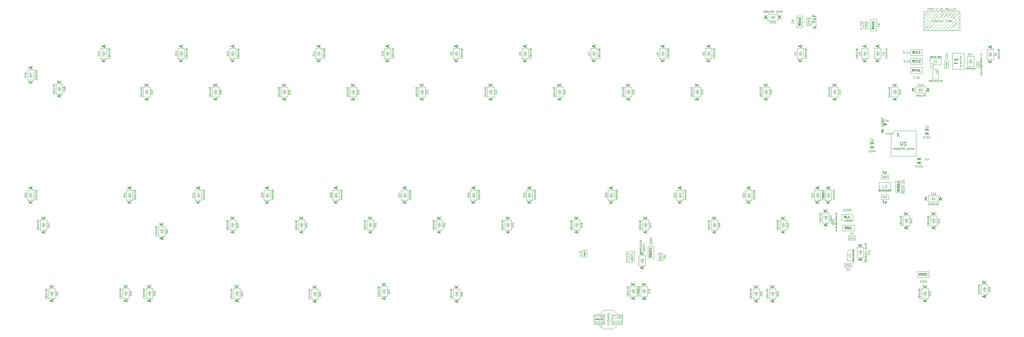
<source format=gbr>
G04 #@! TF.GenerationSoftware,KiCad,Pcbnew,(5.1.6)-1*
G04 #@! TF.CreationDate,2021-02-08T15:22:02+09:00*
G04 #@! TF.ProjectId,Joker60-NoArrows,4a6f6b65-7236-4302-9d4e-6f4172726f77,pre-Alpha*
G04 #@! TF.SameCoordinates,Original*
G04 #@! TF.FileFunction,Other,Fab,Top*
%FSLAX46Y46*%
G04 Gerber Fmt 4.6, Leading zero omitted, Abs format (unit mm)*
G04 Created by KiCad (PCBNEW (5.1.6)-1) date 2021-02-08 15:22:02*
%MOMM*%
%LPD*%
G01*
G04 APERTURE LIST*
%ADD10C,0.100000*%
%ADD11C,0.076200*%
%ADD12C,0.120000*%
%ADD13C,0.050000*%
%ADD14C,0.125000*%
%ADD15C,0.150000*%
%ADD16C,0.050800*%
%ADD17C,0.095250*%
%ADD18C,0.127000*%
%ADD19C,0.060000*%
%ADD20C,0.080000*%
%ADD21C,0.040000*%
%ADD22C,0.075000*%
%ADD23C,0.090000*%
G04 APERTURE END LIST*
D10*
X255320800Y-161184400D02*
X255320800Y-161684400D01*
X254920800Y-161184400D02*
X255320800Y-160584400D01*
X255720800Y-161184400D02*
X254920800Y-161184400D01*
X255320800Y-160584400D02*
X255720800Y-161184400D01*
X255320800Y-160584400D02*
X254770800Y-160584400D01*
X255320800Y-160584400D02*
X255870800Y-160584400D01*
X255320800Y-160184400D02*
X255320800Y-160584400D01*
X254420800Y-159534400D02*
X256220800Y-159534400D01*
X254420800Y-162334400D02*
X254420800Y-159534400D01*
X256220800Y-162334400D02*
X254420800Y-162334400D01*
X256220800Y-159534400D02*
X256220800Y-162334400D01*
X164134800Y-161946400D02*
X164134800Y-162446400D01*
X163734800Y-161946400D02*
X164134800Y-161346400D01*
X164534800Y-161946400D02*
X163734800Y-161946400D01*
X164134800Y-161346400D02*
X164534800Y-161946400D01*
X164134800Y-161346400D02*
X163584800Y-161346400D01*
X164134800Y-161346400D02*
X164684800Y-161346400D01*
X164134800Y-160946400D02*
X164134800Y-161346400D01*
X163234800Y-160296400D02*
X165034800Y-160296400D01*
X163234800Y-163096400D02*
X163234800Y-160296400D01*
X165034800Y-163096400D02*
X163234800Y-163096400D01*
X165034800Y-160296400D02*
X165034800Y-163096400D01*
X94257350Y-103384645D02*
X94257350Y-106184645D01*
X94257350Y-106184645D02*
X92457350Y-106184645D01*
X92457350Y-106184645D02*
X92457350Y-103384645D01*
X92457350Y-103384645D02*
X94257350Y-103384645D01*
X93357350Y-104034645D02*
X93357350Y-104434645D01*
X93357350Y-104434645D02*
X93907350Y-104434645D01*
X93357350Y-104434645D02*
X92807350Y-104434645D01*
X93357350Y-104434645D02*
X93757350Y-105034645D01*
X93757350Y-105034645D02*
X92957350Y-105034645D01*
X92957350Y-105034645D02*
X93357350Y-104434645D01*
X93357350Y-105034645D02*
X93357350Y-105534645D01*
X184186400Y-159585200D02*
X184186400Y-162385200D01*
X184186400Y-162385200D02*
X182386400Y-162385200D01*
X182386400Y-162385200D02*
X182386400Y-159585200D01*
X182386400Y-159585200D02*
X184186400Y-159585200D01*
X183286400Y-160235200D02*
X183286400Y-160635200D01*
X183286400Y-160635200D02*
X183836400Y-160635200D01*
X183286400Y-160635200D02*
X182736400Y-160635200D01*
X183286400Y-160635200D02*
X183686400Y-161235200D01*
X183686400Y-161235200D02*
X182886400Y-161235200D01*
X182886400Y-161235200D02*
X183286400Y-160635200D01*
X183286400Y-161235200D02*
X183286400Y-161735200D01*
X204290150Y-160316205D02*
X204290150Y-163116205D01*
X204290150Y-163116205D02*
X202490150Y-163116205D01*
X202490150Y-163116205D02*
X202490150Y-160316205D01*
X202490150Y-160316205D02*
X204290150Y-160316205D01*
X203390150Y-160966205D02*
X203390150Y-161366205D01*
X203390150Y-161366205D02*
X203940150Y-161366205D01*
X203390150Y-161366205D02*
X202840150Y-161366205D01*
X203390150Y-161366205D02*
X203790150Y-161966205D01*
X203790150Y-161966205D02*
X202990150Y-161966205D01*
X202990150Y-161966205D02*
X203390150Y-161366205D01*
X203390150Y-161966205D02*
X203390150Y-162466205D01*
X287238930Y-160217145D02*
X287238930Y-163017145D01*
X287238930Y-163017145D02*
X285438930Y-163017145D01*
X285438930Y-163017145D02*
X285438930Y-160217145D01*
X285438930Y-160217145D02*
X287238930Y-160217145D01*
X286338930Y-160867145D02*
X286338930Y-161267145D01*
X286338930Y-161267145D02*
X286888930Y-161267145D01*
X286338930Y-161267145D02*
X285788930Y-161267145D01*
X286338930Y-161267145D02*
X286738930Y-161867145D01*
X286738930Y-161867145D02*
X285938930Y-161867145D01*
X285938930Y-161867145D02*
X286338930Y-161267145D01*
X286338930Y-161867145D02*
X286338930Y-162367145D01*
D11*
X336776250Y-100351125D02*
X336076250Y-100351125D01*
X336076250Y-99351125D02*
X336076250Y-100351125D01*
X335176250Y-99351125D02*
X336776250Y-99351125D01*
X335176250Y-102151125D02*
X335176250Y-99351125D01*
X336776250Y-102151125D02*
X335176250Y-102151125D01*
X336776250Y-99351125D02*
X336776250Y-102151125D01*
D10*
X324929250Y-130266125D02*
X326529250Y-130266125D01*
X326529250Y-130266125D02*
X326529250Y-133466125D01*
X326529250Y-133466125D02*
X324929250Y-133466125D01*
X324929250Y-133466125D02*
X324929250Y-130266125D01*
X320319250Y-133243125D02*
X320319250Y-130743125D01*
X320319250Y-130743125D02*
X323519250Y-130743125D01*
X323519250Y-130743125D02*
X323519250Y-133243125D01*
X323519250Y-133243125D02*
X320319250Y-133243125D01*
X322919250Y-128599125D02*
X322919250Y-129799125D01*
X322919250Y-129799125D02*
X320919250Y-129799125D01*
X320919250Y-129799125D02*
X320919250Y-128599125D01*
X320919250Y-128599125D02*
X322919250Y-128599125D01*
X322919250Y-134210901D02*
X322919250Y-135410901D01*
X322919250Y-135410901D02*
X320919250Y-135410901D01*
X320919250Y-135410901D02*
X320919250Y-134210901D01*
X320919250Y-134210901D02*
X322919250Y-134210901D01*
X313105250Y-139575125D02*
X313105250Y-141175125D01*
X313105250Y-141175125D02*
X309905250Y-141175125D01*
X309905250Y-141175125D02*
X309905250Y-139575125D01*
X309905250Y-139575125D02*
X313105250Y-139575125D01*
X307168250Y-140845125D02*
X307168250Y-142145125D01*
X307168250Y-142145125D02*
X307468250Y-142445125D01*
X307468250Y-142445125D02*
X307968250Y-142445125D01*
X307968250Y-142445125D02*
X307968250Y-140845125D01*
X307968250Y-140845125D02*
X307168250Y-140845125D01*
D12*
X342726250Y-88553125D02*
X342726250Y-83153125D01*
X342726250Y-83153125D02*
X332726250Y-83153125D01*
X332726250Y-83153125D02*
X332726250Y-88553125D01*
X332726250Y-88553125D02*
X342726250Y-88553125D01*
D13*
X342726250Y-84453125D02*
X338626250Y-88553125D01*
X342726250Y-85453125D02*
X339626250Y-88553125D01*
X342026250Y-83153125D02*
X339626250Y-85453125D01*
X342726250Y-86453125D02*
X340626250Y-88553125D01*
X342726250Y-87453125D02*
X341626250Y-88553125D01*
X338626250Y-86553125D02*
X336626250Y-88553125D01*
X339626250Y-86553125D02*
X337626250Y-88553125D01*
X342726250Y-83453125D02*
X340626250Y-85453125D01*
X341026250Y-83153125D02*
X338626250Y-85453125D01*
X337626250Y-86553125D02*
X335626250Y-88553125D01*
X336626250Y-86553125D02*
X334626250Y-88553125D01*
X340026250Y-83153125D02*
X337626250Y-85453125D01*
X339026250Y-83153125D02*
X336626250Y-85453125D01*
X335626250Y-86553125D02*
X333626250Y-88553125D01*
X334626250Y-86553125D02*
X332726250Y-88453125D01*
X338026250Y-83153125D02*
X335626250Y-85453125D01*
X337026250Y-83153125D02*
X332726250Y-87453125D01*
X336026250Y-83153125D02*
X332726250Y-86453125D01*
X335026250Y-83153125D02*
X332726250Y-85453125D01*
X334026250Y-83153125D02*
X332726250Y-84453125D01*
D10*
X324626170Y-116428245D02*
X330626170Y-116428245D01*
X330626170Y-116428245D02*
X330626170Y-123428245D01*
X330626170Y-123428245D02*
X323626170Y-123428245D01*
X323626170Y-123428245D02*
X323626170Y-117515245D01*
X324141670Y-116880245D02*
X324626170Y-116428245D01*
D12*
X323825170Y-117158745D02*
X324460170Y-117158745D01*
X323825170Y-117158745D02*
X323952170Y-117285745D01*
X323825170Y-117158745D02*
X323952170Y-117031745D01*
X323697170Y-117007245D02*
X322236670Y-117007245D01*
X322236670Y-117007245D02*
X322236670Y-117324745D01*
X322236670Y-117324745D02*
X323697170Y-117324745D01*
X323697170Y-117324745D02*
X323697170Y-117007245D01*
D10*
X348176250Y-98753125D02*
X347376250Y-98753125D01*
X347376250Y-98753125D02*
X347376250Y-97153125D01*
X347376250Y-97153125D02*
X348176250Y-97153125D01*
X348176250Y-97153125D02*
X348176250Y-98753125D01*
X345676250Y-96853125D02*
X345676250Y-96353125D01*
X346076250Y-96853125D02*
X345676250Y-97453125D01*
X345276250Y-96853125D02*
X346076250Y-96853125D01*
X345676250Y-97453125D02*
X345276250Y-96853125D01*
X345676250Y-97453125D02*
X346226250Y-97453125D01*
X345676250Y-97453125D02*
X345126250Y-97453125D01*
X345676250Y-97853125D02*
X345676250Y-97453125D01*
X346576250Y-98503125D02*
X344776250Y-98503125D01*
X346576250Y-95703125D02*
X346576250Y-98503125D01*
X344776250Y-95703125D02*
X346576250Y-95703125D01*
X344776250Y-98503125D02*
X344776250Y-95703125D01*
X330987250Y-157050125D02*
X330987250Y-155450125D01*
X330987250Y-155450125D02*
X334187250Y-155450125D01*
X334187250Y-155450125D02*
X334187250Y-157050125D01*
X334187250Y-157050125D02*
X330987250Y-157050125D01*
X313475500Y-142557600D02*
X313475500Y-144157600D01*
X313475500Y-144157600D02*
X310275500Y-144157600D01*
X310275500Y-144157600D02*
X310275500Y-142557600D01*
X310275500Y-142557600D02*
X313475500Y-142557600D01*
X329082250Y-100408125D02*
X329082250Y-98808125D01*
X329082250Y-98808125D02*
X332282250Y-98808125D01*
X332282250Y-98808125D02*
X332282250Y-100408125D01*
X332282250Y-100408125D02*
X329082250Y-100408125D01*
X89000170Y-142800215D02*
X89000170Y-143300215D01*
X88600170Y-142800215D02*
X89000170Y-142200215D01*
X89400170Y-142800215D02*
X88600170Y-142800215D01*
X89000170Y-142200215D02*
X89400170Y-142800215D01*
X89000170Y-142200215D02*
X88450170Y-142200215D01*
X89000170Y-142200215D02*
X89550170Y-142200215D01*
X89000170Y-141800215D02*
X89000170Y-142200215D01*
X88100170Y-141150215D02*
X89900170Y-141150215D01*
X88100170Y-143950215D02*
X88100170Y-141150215D01*
X89900170Y-143950215D02*
X88100170Y-143950215D01*
X89900170Y-141150215D02*
X89900170Y-143950215D01*
X121716800Y-144522000D02*
X121716800Y-145022000D01*
X121316800Y-144522000D02*
X121716800Y-143922000D01*
X122116800Y-144522000D02*
X121316800Y-144522000D01*
X121716800Y-143922000D02*
X122116800Y-144522000D01*
X121716800Y-143922000D02*
X121166800Y-143922000D01*
X121716800Y-143922000D02*
X122266800Y-143922000D01*
X121716800Y-143522000D02*
X121716800Y-143922000D01*
X120816800Y-142872000D02*
X122616800Y-142872000D01*
X120816800Y-145672000D02*
X120816800Y-142872000D01*
X122616800Y-145672000D02*
X120816800Y-145672000D01*
X122616800Y-142872000D02*
X122616800Y-145672000D01*
X317876250Y-120003125D02*
X317876250Y-119503125D01*
X317876250Y-119503125D02*
X318876250Y-119503125D01*
X318876250Y-119503125D02*
X318876250Y-120003125D01*
X318876250Y-120003125D02*
X317876250Y-120003125D01*
X317876250Y-121203125D02*
X317876250Y-120703125D01*
X317876250Y-120703125D02*
X318876250Y-120703125D01*
X318876250Y-120703125D02*
X318876250Y-121203125D01*
X318876250Y-121203125D02*
X317876250Y-121203125D01*
X334076250Y-116903125D02*
X334076250Y-117403125D01*
X334076250Y-117403125D02*
X333076250Y-117403125D01*
X333076250Y-117403125D02*
X333076250Y-116903125D01*
X333076250Y-116903125D02*
X334076250Y-116903125D01*
X334091250Y-115803125D02*
X334091250Y-116303125D01*
X334091250Y-116303125D02*
X333091250Y-116303125D01*
X333091250Y-116303125D02*
X333091250Y-115803125D01*
X333091250Y-115803125D02*
X334091250Y-115803125D01*
X331876250Y-125003125D02*
X331876250Y-125503125D01*
X331876250Y-125503125D02*
X330876250Y-125503125D01*
X330876250Y-125503125D02*
X330876250Y-125003125D01*
X330876250Y-125003125D02*
X331876250Y-125003125D01*
X331876250Y-123903125D02*
X331876250Y-124403125D01*
X331876250Y-124403125D02*
X330876250Y-124403125D01*
X330876250Y-124403125D02*
X330876250Y-123903125D01*
X330876250Y-123903125D02*
X331876250Y-123903125D01*
X321534250Y-116895125D02*
X321034250Y-116895125D01*
X321034250Y-116895125D02*
X321034250Y-115895125D01*
X321034250Y-115895125D02*
X321534250Y-115895125D01*
X321534250Y-115895125D02*
X321534250Y-116895125D01*
X321449250Y-114822125D02*
X321449250Y-114322125D01*
X321449250Y-114322125D02*
X322449250Y-114322125D01*
X322449250Y-114322125D02*
X322449250Y-114822125D01*
X322449250Y-114822125D02*
X321449250Y-114822125D01*
X260383230Y-152358085D02*
X259183230Y-152358085D01*
X259183230Y-152358085D02*
X259183230Y-150358085D01*
X259183230Y-150358085D02*
X260383230Y-150358085D01*
X260383230Y-150358085D02*
X260383230Y-152358085D01*
X238261600Y-149469600D02*
X239461600Y-149469600D01*
X239461600Y-149469600D02*
X239461600Y-151469600D01*
X239461600Y-151469600D02*
X238261600Y-151469600D01*
X238261600Y-151469600D02*
X238261600Y-149469600D01*
X317276250Y-88053125D02*
X316076250Y-88053125D01*
X316076250Y-88053125D02*
X316076250Y-86053125D01*
X316076250Y-86053125D02*
X317276250Y-86053125D01*
X317276250Y-86053125D02*
X317276250Y-88053125D01*
X311826400Y-146751600D02*
X311826400Y-145551600D01*
X311826400Y-145551600D02*
X313826400Y-145551600D01*
X313826400Y-145551600D02*
X313826400Y-146751600D01*
X313826400Y-146751600D02*
X311826400Y-146751600D01*
X310810400Y-154320800D02*
X310810400Y-153120800D01*
X310810400Y-153120800D02*
X312810400Y-153120800D01*
X312810400Y-153120800D02*
X312810400Y-154320800D01*
X312810400Y-154320800D02*
X310810400Y-154320800D01*
X339576250Y-98953125D02*
X338376250Y-98953125D01*
X338376250Y-98953125D02*
X338376250Y-96953125D01*
X338376250Y-96953125D02*
X339576250Y-96953125D01*
X339576250Y-96953125D02*
X339576250Y-98953125D01*
X351176250Y-94903125D02*
X351176250Y-94403125D01*
X351576250Y-94903125D02*
X351176250Y-95503125D01*
X350776250Y-94903125D02*
X351576250Y-94903125D01*
X351176250Y-95503125D02*
X350776250Y-94903125D01*
X351176250Y-95503125D02*
X351726250Y-95503125D01*
X351176250Y-95503125D02*
X350626250Y-95503125D01*
X351176250Y-95903125D02*
X351176250Y-95503125D01*
X352076250Y-96553125D02*
X350276250Y-96553125D01*
X352076250Y-93753125D02*
X352076250Y-96553125D01*
X350276250Y-93753125D02*
X352076250Y-93753125D01*
X350276250Y-96553125D02*
X350276250Y-93753125D01*
X319982390Y-94675015D02*
X319982390Y-94175015D01*
X320382390Y-94675015D02*
X319982390Y-95275015D01*
X319582390Y-94675015D02*
X320382390Y-94675015D01*
X319982390Y-95275015D02*
X319582390Y-94675015D01*
X319982390Y-95275015D02*
X320532390Y-95275015D01*
X319982390Y-95275015D02*
X319432390Y-95275015D01*
X319982390Y-95675015D02*
X319982390Y-95275015D01*
X320882390Y-96325015D02*
X319082390Y-96325015D01*
X320882390Y-93525015D02*
X320882390Y-96325015D01*
X319082390Y-93525015D02*
X320882390Y-93525015D01*
X319082390Y-96325015D02*
X319082390Y-93525015D01*
X316410500Y-94675015D02*
X316410500Y-94175015D01*
X316810500Y-94675015D02*
X316410500Y-95275015D01*
X316010500Y-94675015D02*
X316810500Y-94675015D01*
X316410500Y-95275015D02*
X316010500Y-94675015D01*
X316410500Y-95275015D02*
X316960500Y-95275015D01*
X316410500Y-95275015D02*
X315860500Y-95275015D01*
X316410500Y-95675015D02*
X316410500Y-95275015D01*
X317310500Y-96325015D02*
X315510500Y-96325015D01*
X317310500Y-93525015D02*
X317310500Y-96325015D01*
X315510500Y-93525015D02*
X317310500Y-93525015D01*
X315510500Y-96325015D02*
X315510500Y-93525015D01*
X298551050Y-94675015D02*
X298551050Y-94175015D01*
X298951050Y-94675015D02*
X298551050Y-95275015D01*
X298151050Y-94675015D02*
X298951050Y-94675015D01*
X298551050Y-95275015D02*
X298151050Y-94675015D01*
X298551050Y-95275015D02*
X299101050Y-95275015D01*
X298551050Y-95275015D02*
X298001050Y-95275015D01*
X298551050Y-95675015D02*
X298551050Y-95275015D01*
X299451050Y-96325015D02*
X297651050Y-96325015D01*
X299451050Y-93525015D02*
X299451050Y-96325015D01*
X297651050Y-93525015D02*
X299451050Y-93525015D01*
X297651050Y-96325015D02*
X297651050Y-93525015D01*
X273176250Y-94675015D02*
X273176250Y-94175015D01*
X273576250Y-94675015D02*
X273176250Y-95275015D01*
X272776250Y-94675015D02*
X273576250Y-94675015D01*
X273176250Y-95275015D02*
X272776250Y-94675015D01*
X273176250Y-95275015D02*
X273726250Y-95275015D01*
X273176250Y-95275015D02*
X272626250Y-95275015D01*
X273176250Y-95675015D02*
X273176250Y-95275015D01*
X274076250Y-96325015D02*
X272276250Y-96325015D01*
X274076250Y-93525015D02*
X274076250Y-96325015D01*
X272276250Y-93525015D02*
X274076250Y-93525015D01*
X272276250Y-96325015D02*
X272276250Y-93525015D01*
X260450890Y-94675015D02*
X260450890Y-94175015D01*
X260850890Y-94675015D02*
X260450890Y-95275015D01*
X260050890Y-94675015D02*
X260850890Y-94675015D01*
X260450890Y-95275015D02*
X260050890Y-94675015D01*
X260450890Y-95275015D02*
X261000890Y-95275015D01*
X260450890Y-95275015D02*
X259900890Y-95275015D01*
X260450890Y-95675015D02*
X260450890Y-95275015D01*
X261350890Y-96325015D02*
X259550890Y-96325015D01*
X261350890Y-93525015D02*
X261350890Y-96325015D01*
X259550890Y-93525015D02*
X261350890Y-93525015D01*
X259550890Y-96325015D02*
X259550890Y-93525015D01*
X241400810Y-94675015D02*
X241400810Y-94175015D01*
X241800810Y-94675015D02*
X241400810Y-95275015D01*
X241000810Y-94675015D02*
X241800810Y-94675015D01*
X241400810Y-95275015D02*
X241000810Y-94675015D01*
X241400810Y-95275015D02*
X241950810Y-95275015D01*
X241400810Y-95275015D02*
X240850810Y-95275015D01*
X241400810Y-95675015D02*
X241400810Y-95275015D01*
X242300810Y-96325015D02*
X240500810Y-96325015D01*
X242300810Y-93525015D02*
X242300810Y-96325015D01*
X240500810Y-93525015D02*
X242300810Y-93525015D01*
X240500810Y-96325015D02*
X240500810Y-93525015D01*
X222350730Y-94675015D02*
X222350730Y-94175015D01*
X222750730Y-94675015D02*
X222350730Y-95275015D01*
X221950730Y-94675015D02*
X222750730Y-94675015D01*
X222350730Y-95275015D02*
X221950730Y-94675015D01*
X222350730Y-95275015D02*
X222900730Y-95275015D01*
X222350730Y-95275015D02*
X221800730Y-95275015D01*
X222350730Y-95675015D02*
X222350730Y-95275015D01*
X223250730Y-96325015D02*
X221450730Y-96325015D01*
X223250730Y-93525015D02*
X223250730Y-96325015D01*
X221450730Y-93525015D02*
X223250730Y-93525015D01*
X221450730Y-96325015D02*
X221450730Y-93525015D01*
X203300650Y-94675015D02*
X203300650Y-94175015D01*
X203700650Y-94675015D02*
X203300650Y-95275015D01*
X202900650Y-94675015D02*
X203700650Y-94675015D01*
X203300650Y-95275015D02*
X202900650Y-94675015D01*
X203300650Y-95275015D02*
X203850650Y-95275015D01*
X203300650Y-95275015D02*
X202750650Y-95275015D01*
X203300650Y-95675015D02*
X203300650Y-95275015D01*
X204200650Y-96325015D02*
X202400650Y-96325015D01*
X204200650Y-93525015D02*
X204200650Y-96325015D01*
X202400650Y-93525015D02*
X204200650Y-93525015D01*
X202400650Y-96325015D02*
X202400650Y-93525015D01*
X184250570Y-94675015D02*
X184250570Y-94175015D01*
X184650570Y-94675015D02*
X184250570Y-95275015D01*
X183850570Y-94675015D02*
X184650570Y-94675015D01*
X184250570Y-95275015D02*
X183850570Y-94675015D01*
X184250570Y-95275015D02*
X184800570Y-95275015D01*
X184250570Y-95275015D02*
X183700570Y-95275015D01*
X184250570Y-95675015D02*
X184250570Y-95275015D01*
X185150570Y-96325015D02*
X183350570Y-96325015D01*
X185150570Y-93525015D02*
X185150570Y-96325015D01*
X183350570Y-93525015D02*
X185150570Y-93525015D01*
X183350570Y-96325015D02*
X183350570Y-93525015D01*
X165200490Y-94675015D02*
X165200490Y-94175015D01*
X165600490Y-94675015D02*
X165200490Y-95275015D01*
X164800490Y-94675015D02*
X165600490Y-94675015D01*
X165200490Y-95275015D02*
X164800490Y-94675015D01*
X165200490Y-95275015D02*
X165750490Y-95275015D01*
X165200490Y-95275015D02*
X164650490Y-95275015D01*
X165200490Y-95675015D02*
X165200490Y-95275015D01*
X166100490Y-96325015D02*
X164300490Y-96325015D01*
X166100490Y-93525015D02*
X166100490Y-96325015D01*
X164300490Y-93525015D02*
X166100490Y-93525015D01*
X164300490Y-96325015D02*
X164300490Y-93525015D01*
X141387890Y-94675015D02*
X141387890Y-94175015D01*
X141787890Y-94675015D02*
X141387890Y-95275015D01*
X140987890Y-94675015D02*
X141787890Y-94675015D01*
X141387890Y-95275015D02*
X140987890Y-94675015D01*
X141387890Y-95275015D02*
X141937890Y-95275015D01*
X141387890Y-95275015D02*
X140837890Y-95275015D01*
X141387890Y-95675015D02*
X141387890Y-95275015D01*
X142287890Y-96325015D02*
X140487890Y-96325015D01*
X142287890Y-93525015D02*
X142287890Y-96325015D01*
X140487890Y-93525015D02*
X142287890Y-93525015D01*
X140487890Y-96325015D02*
X140487890Y-93525015D01*
X127100330Y-94675015D02*
X127100330Y-94175015D01*
X127500330Y-94675015D02*
X127100330Y-95275015D01*
X126700330Y-94675015D02*
X127500330Y-94675015D01*
X127100330Y-95275015D02*
X126700330Y-94675015D01*
X127100330Y-95275015D02*
X127650330Y-95275015D01*
X127100330Y-95275015D02*
X126550330Y-95275015D01*
X127100330Y-95675015D02*
X127100330Y-95275015D01*
X128000330Y-96325015D02*
X126200330Y-96325015D01*
X128000330Y-93525015D02*
X128000330Y-96325015D01*
X126200330Y-93525015D02*
X128000330Y-93525015D01*
X126200330Y-96325015D02*
X126200330Y-93525015D01*
X254736250Y-152690125D02*
X254736250Y-153190125D01*
X254336250Y-152690125D02*
X254736250Y-152090125D01*
X255136250Y-152690125D02*
X254336250Y-152690125D01*
X254736250Y-152090125D02*
X255136250Y-152690125D01*
X254736250Y-152090125D02*
X254186250Y-152090125D01*
X254736250Y-152090125D02*
X255286250Y-152090125D01*
X254736250Y-151690125D02*
X254736250Y-152090125D01*
X253836250Y-151040125D02*
X255636250Y-151040125D01*
X253836250Y-153840125D02*
X253836250Y-151040125D01*
X255636250Y-153840125D02*
X253836250Y-153840125D01*
X255636250Y-151040125D02*
X255636250Y-153840125D01*
X315163200Y-150414800D02*
X315163200Y-150914800D01*
X314763200Y-150414800D02*
X315163200Y-149814800D01*
X315563200Y-150414800D02*
X314763200Y-150414800D01*
X315163200Y-149814800D02*
X315563200Y-150414800D01*
X315163200Y-149814800D02*
X314613200Y-149814800D01*
X315163200Y-149814800D02*
X315713200Y-149814800D01*
X315163200Y-149414800D02*
X315163200Y-149814800D01*
X314263200Y-148764800D02*
X316063200Y-148764800D01*
X314263200Y-151564800D02*
X314263200Y-148764800D01*
X316063200Y-151564800D02*
X314263200Y-151564800D01*
X316063200Y-148764800D02*
X316063200Y-151564800D01*
X343876250Y-99303125D02*
X340676250Y-99303125D01*
X340676250Y-99303125D02*
X340676250Y-94803125D01*
X340676250Y-94803125D02*
X343876250Y-94803125D01*
X343876250Y-94803125D02*
X343876250Y-99303125D01*
X252644790Y-152348725D02*
X252644790Y-149898725D01*
X252094790Y-152918725D02*
X251244790Y-152918725D01*
X252644790Y-152348725D02*
X252094790Y-152918725D01*
X251244790Y-152918725D02*
X251244790Y-149878725D01*
X252644790Y-149878725D02*
X251244790Y-149878725D01*
X329082250Y-95455125D02*
X329082250Y-93855125D01*
X329082250Y-93855125D02*
X332282250Y-93855125D01*
X332282250Y-93855125D02*
X332282250Y-95455125D01*
X332282250Y-95455125D02*
X329082250Y-95455125D01*
X256328930Y-148485545D02*
X257928930Y-148485545D01*
X257928930Y-148485545D02*
X257928930Y-151685545D01*
X257928930Y-151685545D02*
X256328930Y-151685545D01*
X256328930Y-151685545D02*
X256328930Y-148485545D01*
X317976250Y-85453125D02*
X319576250Y-85453125D01*
X319576250Y-85453125D02*
X319576250Y-88653125D01*
X319576250Y-88653125D02*
X317976250Y-88653125D01*
X317976250Y-88653125D02*
X317976250Y-85453125D01*
D13*
X244364000Y-169357600D02*
X243764000Y-170057600D01*
X241364000Y-170057600D02*
X241364000Y-167457600D01*
X241364000Y-169457600D02*
X241864000Y-168957600D01*
X244364000Y-170057600D02*
X241364000Y-170057600D01*
X241364000Y-167457600D02*
X244364000Y-167457600D01*
X242864000Y-168957600D02*
X241764000Y-170057600D01*
X242764000Y-170057600D02*
X243764000Y-168957600D01*
X241364000Y-168457600D02*
X242364000Y-167457600D01*
X244364000Y-167457600D02*
X244364000Y-170057600D01*
X241364000Y-168057600D02*
X241964000Y-167457600D01*
X241364000Y-168957600D02*
X242864000Y-167457600D01*
X241364000Y-170057600D02*
X242364000Y-168957600D01*
X242264000Y-170057600D02*
X243264000Y-168957600D01*
X243264000Y-170057600D02*
X244364000Y-168857600D01*
X243364000Y-167457600D02*
X242264000Y-168557600D01*
X243764000Y-167457600D02*
X242764000Y-168557600D01*
X243164000Y-168557600D02*
X244164000Y-167457600D01*
X244364000Y-167657600D02*
X243564000Y-168557600D01*
X244364000Y-168257600D02*
X244064000Y-168557600D01*
X247764000Y-170057600D02*
X248764000Y-168957600D01*
X246364000Y-167457600D02*
X249364000Y-167457600D01*
X246364000Y-170057600D02*
X246364000Y-167457600D01*
X248264000Y-170057600D02*
X249364000Y-168857600D01*
X247864000Y-168957600D02*
X246764000Y-170057600D01*
X248164000Y-168557600D02*
X249164000Y-167457600D01*
X249364000Y-167657600D02*
X248564000Y-168557600D01*
X246364000Y-169457600D02*
X246864000Y-168957600D01*
X249364000Y-170057600D02*
X246364000Y-170057600D01*
X248364000Y-167457600D02*
X247264000Y-168557600D01*
X246364000Y-168057600D02*
X246964000Y-167457600D01*
X248764000Y-167457600D02*
X247764000Y-168557600D01*
X247264000Y-170057600D02*
X248264000Y-168957600D01*
X246364000Y-168457600D02*
X247364000Y-167457600D01*
X249364000Y-167457600D02*
X249364000Y-170057600D01*
X249364000Y-169357600D02*
X248764000Y-170057600D01*
X249364000Y-168257600D02*
X249064000Y-168557600D01*
X246364000Y-168957600D02*
X247864000Y-167457600D01*
X246364000Y-170057600D02*
X247364000Y-168957600D01*
D10*
X242764000Y-167357600D02*
X243964000Y-166157600D01*
X243964000Y-166157600D02*
X246764000Y-166157600D01*
X246764000Y-166157600D02*
X247964000Y-167357600D01*
X243960500Y-171354600D02*
X242760500Y-170154600D01*
X246764000Y-171357600D02*
X243964000Y-171357600D01*
X247961000Y-170157600D02*
X246761000Y-171357600D01*
X334426250Y-96253125D02*
X334426250Y-97403125D01*
X335426250Y-98053125D02*
X337526250Y-98053125D01*
X337526250Y-96253125D02*
X337526250Y-98053125D01*
X334426250Y-96253125D02*
X337526250Y-96253125D01*
D12*
X334626250Y-98853125D02*
X334626250Y-97653125D01*
X334626250Y-97653125D02*
X335426250Y-97653125D01*
X335426250Y-97653125D02*
X335426250Y-98853125D01*
X335426250Y-98853125D02*
X334626250Y-98853125D01*
D10*
X334676250Y-97653125D02*
X334426250Y-97403125D01*
X311567600Y-150027600D02*
X311567600Y-152477600D01*
X312117600Y-149457600D02*
X312967600Y-149457600D01*
X311567600Y-150027600D02*
X312117600Y-149457600D01*
X312967600Y-149457600D02*
X312967600Y-152497600D01*
X311567600Y-152497600D02*
X312967600Y-152497600D01*
X105668990Y-94675015D02*
X105668990Y-94175015D01*
X106068990Y-94675015D02*
X105668990Y-95275015D01*
X105268990Y-94675015D02*
X106068990Y-94675015D01*
X105668990Y-95275015D02*
X105268990Y-94675015D01*
X105668990Y-95275015D02*
X106218990Y-95275015D01*
X105668990Y-95275015D02*
X105118990Y-95275015D01*
X105668990Y-95675015D02*
X105668990Y-95275015D01*
X106568990Y-96325015D02*
X104768990Y-96325015D01*
X106568990Y-93525015D02*
X106568990Y-96325015D01*
X104768990Y-93525015D02*
X106568990Y-93525015D01*
X104768990Y-96325015D02*
X104768990Y-93525015D01*
X332138762Y-105045301D02*
X332638762Y-105045301D01*
X332138762Y-105445301D02*
X331538762Y-105045301D01*
X332138762Y-104645301D02*
X332138762Y-105445301D01*
X331538762Y-105045301D02*
X332138762Y-104645301D01*
X331538762Y-105045301D02*
X331538762Y-105595301D01*
X331538762Y-105045301D02*
X331538762Y-104495301D01*
X331138762Y-105045301D02*
X331538762Y-105045301D01*
X330488762Y-105945301D02*
X330488762Y-104145301D01*
X333288762Y-105945301D02*
X330488762Y-105945301D01*
X333288762Y-104145301D02*
X333288762Y-105945301D01*
X330488762Y-104145301D02*
X333288762Y-104145301D01*
X324744910Y-105890685D02*
X324744910Y-106390685D01*
X324344910Y-105890685D02*
X324744910Y-105290685D01*
X325144910Y-105890685D02*
X324344910Y-105890685D01*
X324744910Y-105290685D02*
X325144910Y-105890685D01*
X324744910Y-105290685D02*
X324194910Y-105290685D01*
X324744910Y-105290685D02*
X325294910Y-105290685D01*
X324744910Y-104890685D02*
X324744910Y-105290685D01*
X323844910Y-104240685D02*
X325644910Y-104240685D01*
X323844910Y-107040685D02*
X323844910Y-104240685D01*
X325644910Y-107040685D02*
X323844910Y-107040685D01*
X325644910Y-104240685D02*
X325644910Y-107040685D01*
X308076090Y-105890685D02*
X308076090Y-106390685D01*
X307676090Y-105890685D02*
X308076090Y-105290685D01*
X308476090Y-105890685D02*
X307676090Y-105890685D01*
X308076090Y-105290685D02*
X308476090Y-105890685D01*
X308076090Y-105290685D02*
X307526090Y-105290685D01*
X308076090Y-105290685D02*
X308626090Y-105290685D01*
X308076090Y-104890685D02*
X308076090Y-105290685D01*
X307176090Y-104240685D02*
X308976090Y-104240685D01*
X307176090Y-107040685D02*
X307176090Y-104240685D01*
X308976090Y-107040685D02*
X307176090Y-107040685D01*
X308976090Y-104240685D02*
X308976090Y-107040685D01*
X289026010Y-105890685D02*
X289026010Y-106390685D01*
X288626010Y-105890685D02*
X289026010Y-105290685D01*
X289426010Y-105890685D02*
X288626010Y-105890685D01*
X289026010Y-105290685D02*
X289426010Y-105890685D01*
X289026010Y-105290685D02*
X288476010Y-105290685D01*
X289026010Y-105290685D02*
X289576010Y-105290685D01*
X289026010Y-104890685D02*
X289026010Y-105290685D01*
X288126010Y-104240685D02*
X289926010Y-104240685D01*
X288126010Y-107040685D02*
X288126010Y-104240685D01*
X289926010Y-107040685D02*
X288126010Y-107040685D01*
X289926010Y-104240685D02*
X289926010Y-107040685D01*
X269975930Y-105890685D02*
X269975930Y-106390685D01*
X269575930Y-105890685D02*
X269975930Y-105290685D01*
X270375930Y-105890685D02*
X269575930Y-105890685D01*
X269975930Y-105290685D02*
X270375930Y-105890685D01*
X269975930Y-105290685D02*
X269425930Y-105290685D01*
X269975930Y-105290685D02*
X270525930Y-105290685D01*
X269975930Y-104890685D02*
X269975930Y-105290685D01*
X269075930Y-104240685D02*
X270875930Y-104240685D01*
X269075930Y-107040685D02*
X269075930Y-104240685D01*
X270875930Y-107040685D02*
X269075930Y-107040685D01*
X270875930Y-104240685D02*
X270875930Y-107040685D01*
X250925850Y-105890685D02*
X250925850Y-106390685D01*
X250525850Y-105890685D02*
X250925850Y-105290685D01*
X251325850Y-105890685D02*
X250525850Y-105890685D01*
X250925850Y-105290685D02*
X251325850Y-105890685D01*
X250925850Y-105290685D02*
X250375850Y-105290685D01*
X250925850Y-105290685D02*
X251475850Y-105290685D01*
X250925850Y-104890685D02*
X250925850Y-105290685D01*
X250025850Y-104240685D02*
X251825850Y-104240685D01*
X250025850Y-107040685D02*
X250025850Y-104240685D01*
X251825850Y-107040685D02*
X250025850Y-107040685D01*
X251825850Y-104240685D02*
X251825850Y-107040685D01*
X231875770Y-105890685D02*
X231875770Y-106390685D01*
X231475770Y-105890685D02*
X231875770Y-105290685D01*
X232275770Y-105890685D02*
X231475770Y-105890685D01*
X231875770Y-105290685D02*
X232275770Y-105890685D01*
X231875770Y-105290685D02*
X231325770Y-105290685D01*
X231875770Y-105290685D02*
X232425770Y-105290685D01*
X231875770Y-104890685D02*
X231875770Y-105290685D01*
X230975770Y-104240685D02*
X232775770Y-104240685D01*
X230975770Y-107040685D02*
X230975770Y-104240685D01*
X232775770Y-107040685D02*
X230975770Y-107040685D01*
X232775770Y-104240685D02*
X232775770Y-107040685D01*
X212825690Y-105890685D02*
X212825690Y-106390685D01*
X212425690Y-105890685D02*
X212825690Y-105290685D01*
X213225690Y-105890685D02*
X212425690Y-105890685D01*
X212825690Y-105290685D02*
X213225690Y-105890685D01*
X212825690Y-105290685D02*
X212275690Y-105290685D01*
X212825690Y-105290685D02*
X213375690Y-105290685D01*
X212825690Y-104890685D02*
X212825690Y-105290685D01*
X211925690Y-104240685D02*
X213725690Y-104240685D01*
X211925690Y-107040685D02*
X211925690Y-104240685D01*
X213725690Y-107040685D02*
X211925690Y-107040685D01*
X213725690Y-104240685D02*
X213725690Y-107040685D01*
X193775610Y-105890685D02*
X193775610Y-106390685D01*
X193375610Y-105890685D02*
X193775610Y-105290685D01*
X194175610Y-105890685D02*
X193375610Y-105890685D01*
X193775610Y-105290685D02*
X194175610Y-105890685D01*
X193775610Y-105290685D02*
X193225610Y-105290685D01*
X193775610Y-105290685D02*
X194325610Y-105290685D01*
X193775610Y-104890685D02*
X193775610Y-105290685D01*
X192875610Y-104240685D02*
X194675610Y-104240685D01*
X192875610Y-107040685D02*
X192875610Y-104240685D01*
X194675610Y-107040685D02*
X192875610Y-107040685D01*
X194675610Y-104240685D02*
X194675610Y-107040685D01*
X174725530Y-105890685D02*
X174725530Y-106390685D01*
X174325530Y-105890685D02*
X174725530Y-105290685D01*
X175125530Y-105890685D02*
X174325530Y-105890685D01*
X174725530Y-105290685D02*
X175125530Y-105890685D01*
X174725530Y-105290685D02*
X174175530Y-105290685D01*
X174725530Y-105290685D02*
X175275530Y-105290685D01*
X174725530Y-104890685D02*
X174725530Y-105290685D01*
X173825530Y-104240685D02*
X175625530Y-104240685D01*
X173825530Y-107040685D02*
X173825530Y-104240685D01*
X175625530Y-107040685D02*
X173825530Y-107040685D01*
X175625530Y-104240685D02*
X175625530Y-107040685D01*
X155675450Y-105890685D02*
X155675450Y-106390685D01*
X155275450Y-105890685D02*
X155675450Y-105290685D01*
X156075450Y-105890685D02*
X155275450Y-105890685D01*
X155675450Y-105290685D02*
X156075450Y-105890685D01*
X155675450Y-105290685D02*
X155125450Y-105290685D01*
X155675450Y-105290685D02*
X156225450Y-105290685D01*
X155675450Y-104890685D02*
X155675450Y-105290685D01*
X154775450Y-104240685D02*
X156575450Y-104240685D01*
X154775450Y-107040685D02*
X154775450Y-104240685D01*
X156575450Y-107040685D02*
X154775450Y-107040685D01*
X156575450Y-104240685D02*
X156575450Y-107040685D01*
X136625370Y-105890685D02*
X136625370Y-106390685D01*
X136225370Y-105890685D02*
X136625370Y-105290685D01*
X137025370Y-105890685D02*
X136225370Y-105890685D01*
X136625370Y-105290685D02*
X137025370Y-105890685D01*
X136625370Y-105290685D02*
X136075370Y-105290685D01*
X136625370Y-105290685D02*
X137175370Y-105290685D01*
X136625370Y-104890685D02*
X136625370Y-105290685D01*
X135725370Y-104240685D02*
X137525370Y-104240685D01*
X135725370Y-107040685D02*
X135725370Y-104240685D01*
X137525370Y-107040685D02*
X135725370Y-107040685D01*
X137525370Y-104240685D02*
X137525370Y-107040685D01*
X117575290Y-105890685D02*
X117575290Y-106390685D01*
X117175290Y-105890685D02*
X117575290Y-105290685D01*
X117975290Y-105890685D02*
X117175290Y-105890685D01*
X117575290Y-105290685D02*
X117975290Y-105890685D01*
X117575290Y-105290685D02*
X117025290Y-105290685D01*
X117575290Y-105290685D02*
X118125290Y-105290685D01*
X117575290Y-104890685D02*
X117575290Y-105290685D01*
X116675290Y-104240685D02*
X118475290Y-104240685D01*
X116675290Y-107040685D02*
X116675290Y-104240685D01*
X118475290Y-107040685D02*
X116675290Y-107040685D01*
X118475290Y-104240685D02*
X118475290Y-107040685D01*
X85429375Y-100628125D02*
X85429375Y-100128125D01*
X85829375Y-100628125D02*
X85429375Y-101228125D01*
X85029375Y-100628125D02*
X85829375Y-100628125D01*
X85429375Y-101228125D02*
X85029375Y-100628125D01*
X85429375Y-101228125D02*
X85979375Y-101228125D01*
X85429375Y-101228125D02*
X84879375Y-101228125D01*
X85429375Y-101628125D02*
X85429375Y-101228125D01*
X86329375Y-102278125D02*
X84529375Y-102278125D01*
X86329375Y-99478125D02*
X86329375Y-102278125D01*
X84529375Y-99478125D02*
X86329375Y-99478125D01*
X84529375Y-102278125D02*
X84529375Y-99478125D01*
X335626250Y-135253125D02*
X336126250Y-135253125D01*
X335626250Y-135653125D02*
X335026250Y-135253125D01*
X335626250Y-134853125D02*
X335626250Y-135653125D01*
X335026250Y-135253125D02*
X335626250Y-134853125D01*
X335026250Y-135253125D02*
X335026250Y-135803125D01*
X335026250Y-135253125D02*
X335026250Y-134703125D01*
X334626250Y-135253125D02*
X335026250Y-135253125D01*
X333976250Y-136153125D02*
X333976250Y-134353125D01*
X336776250Y-136153125D02*
X333976250Y-136153125D01*
X336776250Y-134353125D02*
X336776250Y-136153125D01*
X333976250Y-134353125D02*
X336776250Y-134353125D01*
X306290346Y-133965589D02*
X306290346Y-133465589D01*
X306690346Y-133965589D02*
X306290346Y-134565589D01*
X305890346Y-133965589D02*
X306690346Y-133965589D01*
X306290346Y-134565589D02*
X305890346Y-133965589D01*
X306290346Y-134565589D02*
X306840346Y-134565589D01*
X306290346Y-134565589D02*
X305740346Y-134565589D01*
X306290346Y-134965589D02*
X306290346Y-134565589D01*
X307190346Y-135615589D02*
X305390346Y-135615589D01*
X307190346Y-132815589D02*
X307190346Y-135615589D01*
X305390346Y-132815589D02*
X307190346Y-132815589D01*
X305390346Y-135615589D02*
X305390346Y-132815589D01*
X303313570Y-133965805D02*
X303313570Y-133465805D01*
X303713570Y-133965805D02*
X303313570Y-134565805D01*
X302913570Y-133965805D02*
X303713570Y-133965805D01*
X303313570Y-134565805D02*
X302913570Y-133965805D01*
X303313570Y-134565805D02*
X303863570Y-134565805D01*
X303313570Y-134565805D02*
X302763570Y-134565805D01*
X303313570Y-134965805D02*
X303313570Y-134565805D01*
X304213570Y-135615805D02*
X302413570Y-135615805D01*
X304213570Y-132815805D02*
X304213570Y-135615805D01*
X302413570Y-132815805D02*
X304213570Y-132815805D01*
X302413570Y-135615805D02*
X302413570Y-132815805D01*
X284263490Y-133965805D02*
X284263490Y-133465805D01*
X284663490Y-133965805D02*
X284263490Y-134565805D01*
X283863490Y-133965805D02*
X284663490Y-133965805D01*
X284263490Y-134565805D02*
X283863490Y-133965805D01*
X284263490Y-134565805D02*
X284813490Y-134565805D01*
X284263490Y-134565805D02*
X283713490Y-134565805D01*
X284263490Y-134965805D02*
X284263490Y-134565805D01*
X285163490Y-135615805D02*
X283363490Y-135615805D01*
X285163490Y-132815805D02*
X285163490Y-135615805D01*
X283363490Y-132815805D02*
X285163490Y-132815805D01*
X283363490Y-135615805D02*
X283363490Y-132815805D01*
X265213410Y-133965805D02*
X265213410Y-133465805D01*
X265613410Y-133965805D02*
X265213410Y-134565805D01*
X264813410Y-133965805D02*
X265613410Y-133965805D01*
X265213410Y-134565805D02*
X264813410Y-133965805D01*
X265213410Y-134565805D02*
X265763410Y-134565805D01*
X265213410Y-134565805D02*
X264663410Y-134565805D01*
X265213410Y-134965805D02*
X265213410Y-134565805D01*
X266113410Y-135615805D02*
X264313410Y-135615805D01*
X266113410Y-132815805D02*
X266113410Y-135615805D01*
X264313410Y-132815805D02*
X266113410Y-132815805D01*
X264313410Y-135615805D02*
X264313410Y-132815805D01*
X246163330Y-133965805D02*
X246163330Y-133465805D01*
X246563330Y-133965805D02*
X246163330Y-134565805D01*
X245763330Y-133965805D02*
X246563330Y-133965805D01*
X246163330Y-134565805D02*
X245763330Y-133965805D01*
X246163330Y-134565805D02*
X246713330Y-134565805D01*
X246163330Y-134565805D02*
X245613330Y-134565805D01*
X246163330Y-134965805D02*
X246163330Y-134565805D01*
X247063330Y-135615805D02*
X245263330Y-135615805D01*
X247063330Y-132815805D02*
X247063330Y-135615805D01*
X245263330Y-132815805D02*
X247063330Y-132815805D01*
X245263330Y-135615805D02*
X245263330Y-132815805D01*
X223541360Y-133965805D02*
X223541360Y-133465805D01*
X223941360Y-133965805D02*
X223541360Y-134565805D01*
X223141360Y-133965805D02*
X223941360Y-133965805D01*
X223541360Y-134565805D02*
X223141360Y-133965805D01*
X223541360Y-134565805D02*
X224091360Y-134565805D01*
X223541360Y-134565805D02*
X222991360Y-134565805D01*
X223541360Y-134965805D02*
X223541360Y-134565805D01*
X224441360Y-135615805D02*
X222641360Y-135615805D01*
X224441360Y-132815805D02*
X224441360Y-135615805D01*
X222641360Y-132815805D02*
X224441360Y-132815805D01*
X222641360Y-135615805D02*
X222641360Y-132815805D01*
X208063170Y-133965805D02*
X208063170Y-133465805D01*
X208463170Y-133965805D02*
X208063170Y-134565805D01*
X207663170Y-133965805D02*
X208463170Y-133965805D01*
X208063170Y-134565805D02*
X207663170Y-133965805D01*
X208063170Y-134565805D02*
X208613170Y-134565805D01*
X208063170Y-134565805D02*
X207513170Y-134565805D01*
X208063170Y-134965805D02*
X208063170Y-134565805D01*
X208963170Y-135615805D02*
X207163170Y-135615805D01*
X208963170Y-132815805D02*
X208963170Y-135615805D01*
X207163170Y-132815805D02*
X208963170Y-132815805D01*
X207163170Y-135615805D02*
X207163170Y-132815805D01*
X189013090Y-133965805D02*
X189013090Y-133465805D01*
X189413090Y-133965805D02*
X189013090Y-134565805D01*
X188613090Y-133965805D02*
X189413090Y-133965805D01*
X189013090Y-134565805D02*
X188613090Y-133965805D01*
X189013090Y-134565805D02*
X189563090Y-134565805D01*
X189013090Y-134565805D02*
X188463090Y-134565805D01*
X189013090Y-134965805D02*
X189013090Y-134565805D01*
X189913090Y-135615805D02*
X188113090Y-135615805D01*
X189913090Y-132815805D02*
X189913090Y-135615805D01*
X188113090Y-132815805D02*
X189913090Y-132815805D01*
X188113090Y-135615805D02*
X188113090Y-132815805D01*
X169963010Y-133965805D02*
X169963010Y-133465805D01*
X170363010Y-133965805D02*
X169963010Y-134565805D01*
X169563010Y-133965805D02*
X170363010Y-133965805D01*
X169963010Y-134565805D02*
X169563010Y-133965805D01*
X169963010Y-134565805D02*
X170513010Y-134565805D01*
X169963010Y-134565805D02*
X169413010Y-134565805D01*
X169963010Y-134965805D02*
X169963010Y-134565805D01*
X170863010Y-135615805D02*
X169063010Y-135615805D01*
X170863010Y-132815805D02*
X170863010Y-135615805D01*
X169063010Y-132815805D02*
X170863010Y-132815805D01*
X169063010Y-135615805D02*
X169063010Y-132815805D01*
X150912930Y-133965805D02*
X150912930Y-133465805D01*
X151312930Y-133965805D02*
X150912930Y-134565805D01*
X150512930Y-133965805D02*
X151312930Y-133965805D01*
X150912930Y-134565805D02*
X150512930Y-133965805D01*
X150912930Y-134565805D02*
X151462930Y-134565805D01*
X150912930Y-134565805D02*
X150362930Y-134565805D01*
X150912930Y-134965805D02*
X150912930Y-134565805D01*
X151812930Y-135615805D02*
X150012930Y-135615805D01*
X151812930Y-132815805D02*
X151812930Y-135615805D01*
X150012930Y-132815805D02*
X151812930Y-132815805D01*
X150012930Y-135615805D02*
X150012930Y-132815805D01*
X131862850Y-133965805D02*
X131862850Y-133465805D01*
X132262850Y-133965805D02*
X131862850Y-134565805D01*
X131462850Y-133965805D02*
X132262850Y-133965805D01*
X131862850Y-134565805D02*
X131462850Y-133965805D01*
X131862850Y-134565805D02*
X132412850Y-134565805D01*
X131862850Y-134565805D02*
X131312850Y-134565805D01*
X131862850Y-134965805D02*
X131862850Y-134565805D01*
X132762850Y-135615805D02*
X130962850Y-135615805D01*
X132762850Y-132815805D02*
X132762850Y-135615805D01*
X130962850Y-132815805D02*
X132762850Y-132815805D01*
X130962850Y-135615805D02*
X130962850Y-132815805D01*
X112813750Y-133965625D02*
X112813750Y-133465625D01*
X113213750Y-133965625D02*
X112813750Y-134565625D01*
X112413750Y-133965625D02*
X113213750Y-133965625D01*
X112813750Y-134565625D02*
X112413750Y-133965625D01*
X112813750Y-134565625D02*
X113363750Y-134565625D01*
X112813750Y-134565625D02*
X112263750Y-134565625D01*
X112813750Y-134965625D02*
X112813750Y-134565625D01*
X113713750Y-135615625D02*
X111913750Y-135615625D01*
X113713750Y-132815625D02*
X113713750Y-135615625D01*
X111913750Y-132815625D02*
X113713750Y-132815625D01*
X111913750Y-135615625D02*
X111913750Y-132815625D01*
X335460580Y-141609585D02*
X335460580Y-142109585D01*
X335060580Y-141609585D02*
X335460580Y-141009585D01*
X335860580Y-141609585D02*
X335060580Y-141609585D01*
X335460580Y-141009585D02*
X335860580Y-141609585D01*
X335460580Y-141009585D02*
X334910580Y-141009585D01*
X335460580Y-141009585D02*
X336010580Y-141009585D01*
X335460580Y-140609585D02*
X335460580Y-141009585D01*
X334560580Y-139959585D02*
X336360580Y-139959585D01*
X334560580Y-142759585D02*
X334560580Y-139959585D01*
X336360580Y-142759585D02*
X334560580Y-142759585D01*
X336360580Y-139959585D02*
X336360580Y-142759585D01*
X327888250Y-141609375D02*
X327888250Y-142109375D01*
X327488250Y-141609375D02*
X327888250Y-141009375D01*
X328288250Y-141609375D02*
X327488250Y-141609375D01*
X327888250Y-141009375D02*
X328288250Y-141609375D01*
X327888250Y-141009375D02*
X327338250Y-141009375D01*
X327888250Y-141009375D02*
X328438250Y-141009375D01*
X327888250Y-140609375D02*
X327888250Y-141009375D01*
X326988250Y-139959375D02*
X328788250Y-139959375D01*
X326988250Y-142759375D02*
X326988250Y-139959375D01*
X328788250Y-142759375D02*
X326988250Y-142759375D01*
X328788250Y-139959375D02*
X328788250Y-142759375D01*
X305612800Y-140813600D02*
X305612800Y-141313600D01*
X305212800Y-140813600D02*
X305612800Y-140213600D01*
X306012800Y-140813600D02*
X305212800Y-140813600D01*
X305612800Y-140213600D02*
X306012800Y-140813600D01*
X305612800Y-140213600D02*
X305062800Y-140213600D01*
X305612800Y-140213600D02*
X306162800Y-140213600D01*
X305612800Y-139813600D02*
X305612800Y-140213600D01*
X304712800Y-139163600D02*
X306512800Y-139163600D01*
X304712800Y-141963600D02*
X304712800Y-139163600D01*
X306512800Y-141963600D02*
X304712800Y-141963600D01*
X306512800Y-139163600D02*
X306512800Y-141963600D01*
X293788450Y-142800215D02*
X293788450Y-143300215D01*
X293388450Y-142800215D02*
X293788450Y-142200215D01*
X294188450Y-142800215D02*
X293388450Y-142800215D01*
X293788450Y-142200215D02*
X294188450Y-142800215D01*
X293788450Y-142200215D02*
X293238450Y-142200215D01*
X293788450Y-142200215D02*
X294338450Y-142200215D01*
X293788450Y-141800215D02*
X293788450Y-142200215D01*
X292888450Y-141150215D02*
X294688450Y-141150215D01*
X292888450Y-143950215D02*
X292888450Y-141150215D01*
X294688450Y-143950215D02*
X292888450Y-143950215D01*
X294688450Y-141150215D02*
X294688450Y-143950215D01*
X274738370Y-142800215D02*
X274738370Y-143300215D01*
X274338370Y-142800215D02*
X274738370Y-142200215D01*
X275138370Y-142800215D02*
X274338370Y-142800215D01*
X274738370Y-142200215D02*
X275138370Y-142800215D01*
X274738370Y-142200215D02*
X274188370Y-142200215D01*
X274738370Y-142200215D02*
X275288370Y-142200215D01*
X274738370Y-141800215D02*
X274738370Y-142200215D01*
X273838370Y-141150215D02*
X275638370Y-141150215D01*
X273838370Y-143950215D02*
X273838370Y-141150215D01*
X275638370Y-143950215D02*
X273838370Y-143950215D01*
X275638370Y-141150215D02*
X275638370Y-143950215D01*
X255688290Y-142800215D02*
X255688290Y-143300215D01*
X255288290Y-142800215D02*
X255688290Y-142200215D01*
X256088290Y-142800215D02*
X255288290Y-142800215D01*
X255688290Y-142200215D02*
X256088290Y-142800215D01*
X255688290Y-142200215D02*
X255138290Y-142200215D01*
X255688290Y-142200215D02*
X256238290Y-142200215D01*
X255688290Y-141800215D02*
X255688290Y-142200215D01*
X254788290Y-141150215D02*
X256588290Y-141150215D01*
X254788290Y-143950215D02*
X254788290Y-141150215D01*
X256588290Y-143950215D02*
X254788290Y-143950215D01*
X256588290Y-141150215D02*
X256588290Y-143950215D01*
X236638210Y-142800215D02*
X236638210Y-143300215D01*
X236238210Y-142800215D02*
X236638210Y-142200215D01*
X237038210Y-142800215D02*
X236238210Y-142800215D01*
X236638210Y-142200215D02*
X237038210Y-142800215D01*
X236638210Y-142200215D02*
X236088210Y-142200215D01*
X236638210Y-142200215D02*
X237188210Y-142200215D01*
X236638210Y-141800215D02*
X236638210Y-142200215D01*
X235738210Y-141150215D02*
X237538210Y-141150215D01*
X235738210Y-143950215D02*
X235738210Y-141150215D01*
X237538210Y-143950215D02*
X235738210Y-143950215D01*
X237538210Y-141150215D02*
X237538210Y-143950215D01*
X217588130Y-142800215D02*
X217588130Y-143300215D01*
X217188130Y-142800215D02*
X217588130Y-142200215D01*
X217988130Y-142800215D02*
X217188130Y-142800215D01*
X217588130Y-142200215D02*
X217988130Y-142800215D01*
X217588130Y-142200215D02*
X217038130Y-142200215D01*
X217588130Y-142200215D02*
X218138130Y-142200215D01*
X217588130Y-141800215D02*
X217588130Y-142200215D01*
X216688130Y-141150215D02*
X218488130Y-141150215D01*
X216688130Y-143950215D02*
X216688130Y-141150215D01*
X218488130Y-143950215D02*
X216688130Y-143950215D01*
X218488130Y-141150215D02*
X218488130Y-143950215D01*
X198538050Y-142800215D02*
X198538050Y-143300215D01*
X198138050Y-142800215D02*
X198538050Y-142200215D01*
X198938050Y-142800215D02*
X198138050Y-142800215D01*
X198538050Y-142200215D02*
X198938050Y-142800215D01*
X198538050Y-142200215D02*
X197988050Y-142200215D01*
X198538050Y-142200215D02*
X199088050Y-142200215D01*
X198538050Y-141800215D02*
X198538050Y-142200215D01*
X197638050Y-141150215D02*
X199438050Y-141150215D01*
X197638050Y-143950215D02*
X197638050Y-141150215D01*
X199438050Y-143950215D02*
X197638050Y-143950215D01*
X199438050Y-141150215D02*
X199438050Y-143950215D01*
X179487970Y-142800215D02*
X179487970Y-143300215D01*
X179087970Y-142800215D02*
X179487970Y-142200215D01*
X179887970Y-142800215D02*
X179087970Y-142800215D01*
X179487970Y-142200215D02*
X179887970Y-142800215D01*
X179487970Y-142200215D02*
X178937970Y-142200215D01*
X179487970Y-142200215D02*
X180037970Y-142200215D01*
X179487970Y-141800215D02*
X179487970Y-142200215D01*
X178587970Y-141150215D02*
X180387970Y-141150215D01*
X178587970Y-143950215D02*
X178587970Y-141150215D01*
X180387970Y-143950215D02*
X178587970Y-143950215D01*
X180387970Y-141150215D02*
X180387970Y-143950215D01*
X160437890Y-142800215D02*
X160437890Y-143300215D01*
X160037890Y-142800215D02*
X160437890Y-142200215D01*
X160837890Y-142800215D02*
X160037890Y-142800215D01*
X160437890Y-142200215D02*
X160837890Y-142800215D01*
X160437890Y-142200215D02*
X159887890Y-142200215D01*
X160437890Y-142200215D02*
X160987890Y-142200215D01*
X160437890Y-141800215D02*
X160437890Y-142200215D01*
X159537890Y-141150215D02*
X161337890Y-141150215D01*
X159537890Y-143950215D02*
X159537890Y-141150215D01*
X161337890Y-143950215D02*
X159537890Y-143950215D01*
X161337890Y-141150215D02*
X161337890Y-143950215D01*
X141387810Y-142800215D02*
X141387810Y-143300215D01*
X140987810Y-142800215D02*
X141387810Y-142200215D01*
X141787810Y-142800215D02*
X140987810Y-142800215D01*
X141387810Y-142200215D02*
X141787810Y-142800215D01*
X141387810Y-142200215D02*
X140837810Y-142200215D01*
X141387810Y-142200215D02*
X141937810Y-142200215D01*
X141387810Y-141800215D02*
X141387810Y-142200215D01*
X140487810Y-141150215D02*
X142287810Y-141150215D01*
X140487810Y-143950215D02*
X140487810Y-141150215D01*
X142287810Y-143950215D02*
X140487810Y-143950215D01*
X142287810Y-141150215D02*
X142287810Y-143950215D01*
X349532550Y-160659665D02*
X349532550Y-161159665D01*
X349132550Y-160659665D02*
X349532550Y-160059665D01*
X349932550Y-160659665D02*
X349132550Y-160659665D01*
X349532550Y-160059665D02*
X349932550Y-160659665D01*
X349532550Y-160059665D02*
X348982550Y-160059665D01*
X349532550Y-160059665D02*
X350082550Y-160059665D01*
X349532550Y-159659665D02*
X349532550Y-160059665D01*
X348632550Y-159009665D02*
X350432550Y-159009665D01*
X348632550Y-161809665D02*
X348632550Y-159009665D01*
X350432550Y-161809665D02*
X348632550Y-161809665D01*
X350432550Y-159009665D02*
X350432550Y-161809665D01*
X333079320Y-161850295D02*
X333079320Y-162350295D01*
X332679320Y-161850295D02*
X333079320Y-161250295D01*
X333479320Y-161850295D02*
X332679320Y-161850295D01*
X333079320Y-161250295D02*
X333479320Y-161850295D01*
X333079320Y-161250295D02*
X332529320Y-161250295D01*
X333079320Y-161250295D02*
X333629320Y-161250295D01*
X333079320Y-160850295D02*
X333079320Y-161250295D01*
X332179320Y-160200295D02*
X333979320Y-160200295D01*
X332179320Y-163000295D02*
X332179320Y-160200295D01*
X333979320Y-163000295D02*
X332179320Y-163000295D01*
X333979320Y-160200295D02*
X333979320Y-163000295D01*
X290880800Y-161895085D02*
X290880800Y-162395085D01*
X290480800Y-161895085D02*
X290880800Y-161295085D01*
X291280800Y-161895085D02*
X290480800Y-161895085D01*
X290880800Y-161295085D02*
X291280800Y-161895085D01*
X290880800Y-161295085D02*
X290330800Y-161295085D01*
X290880800Y-161295085D02*
X291430800Y-161295085D01*
X290880800Y-160895085D02*
X290880800Y-161295085D01*
X289980800Y-160245085D02*
X291780800Y-160245085D01*
X289980800Y-163045085D02*
X289980800Y-160245085D01*
X291780800Y-163045085D02*
X289980800Y-163045085D01*
X291780800Y-160245085D02*
X291780800Y-163045085D01*
X252285150Y-161173725D02*
X252285150Y-161673725D01*
X251885150Y-161173725D02*
X252285150Y-160573725D01*
X252685150Y-161173725D02*
X251885150Y-161173725D01*
X252285150Y-160573725D02*
X252685150Y-161173725D01*
X252285150Y-160573725D02*
X251735150Y-160573725D01*
X252285150Y-160573725D02*
X252835150Y-160573725D01*
X252285150Y-160173725D02*
X252285150Y-160573725D01*
X251385150Y-159523725D02*
X253185150Y-159523725D01*
X251385150Y-162323725D02*
X251385150Y-159523725D01*
X253185150Y-162323725D02*
X251385150Y-162323725D01*
X253185150Y-159523725D02*
X253185150Y-162323725D01*
X118313200Y-161794000D02*
X118313200Y-162294000D01*
X117913200Y-161794000D02*
X118313200Y-161194000D01*
X118713200Y-161794000D02*
X117913200Y-161794000D01*
X118313200Y-161194000D02*
X118713200Y-161794000D01*
X118313200Y-161194000D02*
X117763200Y-161194000D01*
X118313200Y-161194000D02*
X118863200Y-161194000D01*
X118313200Y-160794000D02*
X118313200Y-161194000D01*
X117413200Y-160144000D02*
X119213200Y-160144000D01*
X117413200Y-162944000D02*
X117413200Y-160144000D01*
X119213200Y-162944000D02*
X117413200Y-162944000D01*
X119213200Y-160144000D02*
X119213200Y-162944000D01*
X111760000Y-161794000D02*
X111760000Y-162294000D01*
X111360000Y-161794000D02*
X111760000Y-161194000D01*
X112160000Y-161794000D02*
X111360000Y-161794000D01*
X111760000Y-161194000D02*
X112160000Y-161794000D01*
X111760000Y-161194000D02*
X111210000Y-161194000D01*
X111760000Y-161194000D02*
X112310000Y-161194000D01*
X111760000Y-160794000D02*
X111760000Y-161194000D01*
X110860000Y-160144000D02*
X112660000Y-160144000D01*
X110860000Y-162944000D02*
X110860000Y-160144000D01*
X112660000Y-162944000D02*
X110860000Y-162944000D01*
X112660000Y-160144000D02*
X112660000Y-162944000D01*
X91287600Y-161844800D02*
X91287600Y-162344800D01*
X90887600Y-161844800D02*
X91287600Y-161244800D01*
X91687600Y-161844800D02*
X90887600Y-161844800D01*
X91287600Y-161244800D02*
X91687600Y-161844800D01*
X91287600Y-161244800D02*
X90737600Y-161244800D01*
X91287600Y-161244800D02*
X91837600Y-161244800D01*
X91287600Y-160844800D02*
X91287600Y-161244800D01*
X90387600Y-160194800D02*
X92187600Y-160194800D01*
X90387600Y-162994800D02*
X90387600Y-160194800D01*
X92187600Y-162994800D02*
X90387600Y-162994800D01*
X92187600Y-160194800D02*
X92187600Y-162994800D01*
X85429375Y-133965625D02*
X85429375Y-133465625D01*
X85829375Y-133965625D02*
X85429375Y-134565625D01*
X85029375Y-133965625D02*
X85829375Y-133965625D01*
X85429375Y-134565625D02*
X85029375Y-133965625D01*
X85429375Y-134565625D02*
X85979375Y-134565625D01*
X85429375Y-134565625D02*
X84879375Y-134565625D01*
X85429375Y-134965625D02*
X85429375Y-134565625D01*
X86329375Y-135615625D02*
X84529375Y-135615625D01*
X86329375Y-132815625D02*
X86329375Y-135615625D01*
X84529375Y-132815625D02*
X86329375Y-132815625D01*
X84529375Y-135615625D02*
X84529375Y-132815625D01*
X301526250Y-87103125D02*
X300326250Y-87103125D01*
X300326250Y-87103125D02*
X300326250Y-85103125D01*
X300326250Y-85103125D02*
X301526250Y-85103125D01*
X301526250Y-85103125D02*
X301526250Y-87103125D01*
X290676250Y-84853125D02*
X290176250Y-84853125D01*
X290676250Y-84453125D02*
X291276250Y-84853125D01*
X290676250Y-85253125D02*
X290676250Y-84453125D01*
X291276250Y-84853125D02*
X290676250Y-85253125D01*
X291276250Y-84853125D02*
X291276250Y-84303125D01*
X291276250Y-84853125D02*
X291276250Y-85403125D01*
X291676250Y-84853125D02*
X291276250Y-84853125D01*
X292326250Y-83953125D02*
X292326250Y-85753125D01*
X289526250Y-83953125D02*
X292326250Y-83953125D01*
X289526250Y-85753125D02*
X289526250Y-83953125D01*
X292326250Y-85753125D02*
X289526250Y-85753125D01*
X297626250Y-84503125D02*
X299226250Y-84503125D01*
X299226250Y-84503125D02*
X299226250Y-87703125D01*
X299226250Y-87703125D02*
X297626250Y-87703125D01*
X297626250Y-87703125D02*
X297626250Y-84503125D01*
X329082250Y-97868125D02*
X329082250Y-96268125D01*
X329082250Y-96268125D02*
X332282250Y-96268125D01*
X332282250Y-96268125D02*
X332282250Y-97868125D01*
X332282250Y-97868125D02*
X329082250Y-97868125D01*
X142544800Y-161844800D02*
X142544800Y-162344800D01*
X142144800Y-161844800D02*
X142544800Y-161244800D01*
X142944800Y-161844800D02*
X142144800Y-161844800D01*
X142544800Y-161244800D02*
X142944800Y-161844800D01*
X142544800Y-161244800D02*
X141994800Y-161244800D01*
X142544800Y-161244800D02*
X143094800Y-161244800D01*
X142544800Y-160844800D02*
X142544800Y-161244800D01*
X141644800Y-160194800D02*
X143444800Y-160194800D01*
X141644800Y-162994800D02*
X141644800Y-160194800D01*
X143444800Y-162994800D02*
X141644800Y-162994800D01*
X143444800Y-160194800D02*
X143444800Y-162994800D01*
D14*
X254022990Y-162005828D02*
X254022990Y-162291542D01*
X254022990Y-162148685D02*
X253522990Y-162148685D01*
X253594419Y-162196304D01*
X253642038Y-162243923D01*
X253665847Y-162291542D01*
X254022990Y-161791542D02*
X253522990Y-161791542D01*
X254022990Y-161505828D01*
X253522990Y-161505828D01*
X253689657Y-161053447D02*
X254022990Y-161053447D01*
X253499180Y-161172495D02*
X253856323Y-161291542D01*
X253856323Y-160982019D01*
X254022990Y-160529638D02*
X254022990Y-160815352D01*
X254022990Y-160672495D02*
X253522990Y-160672495D01*
X253594419Y-160720114D01*
X253642038Y-160767733D01*
X253665847Y-160815352D01*
X253689657Y-160101066D02*
X254022990Y-160101066D01*
X253499180Y-160220114D02*
X253856323Y-160339161D01*
X253856323Y-160029638D01*
X253737276Y-159767733D02*
X253713466Y-159815352D01*
X253689657Y-159839161D01*
X253642038Y-159862971D01*
X253618228Y-159862971D01*
X253570609Y-159839161D01*
X253546800Y-159815352D01*
X253522990Y-159767733D01*
X253522990Y-159672495D01*
X253546800Y-159624876D01*
X253570609Y-159601066D01*
X253618228Y-159577257D01*
X253642038Y-159577257D01*
X253689657Y-159601066D01*
X253713466Y-159624876D01*
X253737276Y-159672495D01*
X253737276Y-159767733D01*
X253761085Y-159815352D01*
X253784895Y-159839161D01*
X253832514Y-159862971D01*
X253927752Y-159862971D01*
X253975371Y-159839161D01*
X253999180Y-159815352D01*
X254022990Y-159767733D01*
X254022990Y-159672495D01*
X253999180Y-159624876D01*
X253975371Y-159601066D01*
X253927752Y-159577257D01*
X253832514Y-159577257D01*
X253784895Y-159601066D01*
X253761085Y-159624876D01*
X253737276Y-159672495D01*
D15*
X255487466Y-163172495D02*
X255487466Y-162696304D01*
X255773180Y-163267733D02*
X254773180Y-162934400D01*
X255773180Y-162601066D01*
X255773180Y-159196304D02*
X254773180Y-159196304D01*
X255773180Y-158624876D02*
X255201752Y-159053447D01*
X254773180Y-158624876D02*
X255344609Y-159196304D01*
D14*
X256943990Y-161541542D02*
X256443990Y-161541542D01*
X256443990Y-161422495D01*
X256467800Y-161351066D01*
X256515419Y-161303447D01*
X256563038Y-161279638D01*
X256658276Y-161255828D01*
X256729704Y-161255828D01*
X256824942Y-161279638D01*
X256872561Y-161303447D01*
X256920180Y-161351066D01*
X256943990Y-161422495D01*
X256943990Y-161541542D01*
X256443990Y-161089161D02*
X256443990Y-160755828D01*
X256943990Y-160970114D01*
X256443990Y-160470114D02*
X256443990Y-160422495D01*
X256467800Y-160374876D01*
X256491609Y-160351066D01*
X256539228Y-160327257D01*
X256634466Y-160303447D01*
X256753514Y-160303447D01*
X256848752Y-160327257D01*
X256896371Y-160351066D01*
X256920180Y-160374876D01*
X256943990Y-160422495D01*
X256943990Y-160470114D01*
X256920180Y-160517733D01*
X256896371Y-160541542D01*
X256848752Y-160565352D01*
X256753514Y-160589161D01*
X256634466Y-160589161D01*
X256539228Y-160565352D01*
X256491609Y-160541542D01*
X256467800Y-160517733D01*
X256443990Y-160470114D01*
X162836990Y-162767828D02*
X162836990Y-163053542D01*
X162836990Y-162910685D02*
X162336990Y-162910685D01*
X162408419Y-162958304D01*
X162456038Y-163005923D01*
X162479847Y-163053542D01*
X162836990Y-162553542D02*
X162336990Y-162553542D01*
X162836990Y-162267828D01*
X162336990Y-162267828D01*
X162503657Y-161815447D02*
X162836990Y-161815447D01*
X162313180Y-161934495D02*
X162670323Y-162053542D01*
X162670323Y-161744019D01*
X162836990Y-161291638D02*
X162836990Y-161577352D01*
X162836990Y-161434495D02*
X162336990Y-161434495D01*
X162408419Y-161482114D01*
X162456038Y-161529733D01*
X162479847Y-161577352D01*
X162503657Y-160863066D02*
X162836990Y-160863066D01*
X162313180Y-160982114D02*
X162670323Y-161101161D01*
X162670323Y-160791638D01*
X162551276Y-160529733D02*
X162527466Y-160577352D01*
X162503657Y-160601161D01*
X162456038Y-160624971D01*
X162432228Y-160624971D01*
X162384609Y-160601161D01*
X162360800Y-160577352D01*
X162336990Y-160529733D01*
X162336990Y-160434495D01*
X162360800Y-160386876D01*
X162384609Y-160363066D01*
X162432228Y-160339257D01*
X162456038Y-160339257D01*
X162503657Y-160363066D01*
X162527466Y-160386876D01*
X162551276Y-160434495D01*
X162551276Y-160529733D01*
X162575085Y-160577352D01*
X162598895Y-160601161D01*
X162646514Y-160624971D01*
X162741752Y-160624971D01*
X162789371Y-160601161D01*
X162813180Y-160577352D01*
X162836990Y-160529733D01*
X162836990Y-160434495D01*
X162813180Y-160386876D01*
X162789371Y-160363066D01*
X162741752Y-160339257D01*
X162646514Y-160339257D01*
X162598895Y-160363066D01*
X162575085Y-160386876D01*
X162551276Y-160434495D01*
D15*
X164301466Y-163934495D02*
X164301466Y-163458304D01*
X164587180Y-164029733D02*
X163587180Y-163696400D01*
X164587180Y-163363066D01*
X164587180Y-159958304D02*
X163587180Y-159958304D01*
X164587180Y-159386876D02*
X164015752Y-159815447D01*
X163587180Y-159386876D02*
X164158609Y-159958304D01*
D14*
X165757990Y-162303542D02*
X165257990Y-162303542D01*
X165257990Y-162184495D01*
X165281800Y-162113066D01*
X165329419Y-162065447D01*
X165377038Y-162041638D01*
X165472276Y-162017828D01*
X165543704Y-162017828D01*
X165638942Y-162041638D01*
X165686561Y-162065447D01*
X165734180Y-162113066D01*
X165757990Y-162184495D01*
X165757990Y-162303542D01*
X165257990Y-161589257D02*
X165257990Y-161684495D01*
X165281800Y-161732114D01*
X165305609Y-161755923D01*
X165377038Y-161803542D01*
X165472276Y-161827352D01*
X165662752Y-161827352D01*
X165710371Y-161803542D01*
X165734180Y-161779733D01*
X165757990Y-161732114D01*
X165757990Y-161636876D01*
X165734180Y-161589257D01*
X165710371Y-161565447D01*
X165662752Y-161541638D01*
X165543704Y-161541638D01*
X165496085Y-161565447D01*
X165472276Y-161589257D01*
X165448466Y-161636876D01*
X165448466Y-161732114D01*
X165472276Y-161779733D01*
X165496085Y-161803542D01*
X165543704Y-161827352D01*
X165757990Y-161303542D02*
X165757990Y-161208304D01*
X165734180Y-161160685D01*
X165710371Y-161136876D01*
X165638942Y-161089257D01*
X165543704Y-161065447D01*
X165353228Y-161065447D01*
X165305609Y-161089257D01*
X165281800Y-161113066D01*
X165257990Y-161160685D01*
X165257990Y-161255923D01*
X165281800Y-161303542D01*
X165305609Y-161327352D01*
X165353228Y-161351161D01*
X165472276Y-161351161D01*
X165519895Y-161327352D01*
X165543704Y-161303542D01*
X165567514Y-161255923D01*
X165567514Y-161160685D01*
X165543704Y-161113066D01*
X165519895Y-161089257D01*
X165472276Y-161065447D01*
X92059540Y-105856073D02*
X92059540Y-106141787D01*
X92059540Y-105998930D02*
X91559540Y-105998930D01*
X91630969Y-106046549D01*
X91678588Y-106094168D01*
X91702397Y-106141787D01*
X92059540Y-105641787D02*
X91559540Y-105641787D01*
X92059540Y-105356073D01*
X91559540Y-105356073D01*
X91726207Y-104903692D02*
X92059540Y-104903692D01*
X91535730Y-105022740D02*
X91892873Y-105141787D01*
X91892873Y-104832264D01*
X92059540Y-104379883D02*
X92059540Y-104665597D01*
X92059540Y-104522740D02*
X91559540Y-104522740D01*
X91630969Y-104570359D01*
X91678588Y-104617978D01*
X91702397Y-104665597D01*
X91726207Y-103951311D02*
X92059540Y-103951311D01*
X91535730Y-104070359D02*
X91892873Y-104189406D01*
X91892873Y-103879883D01*
X91773826Y-103617978D02*
X91750016Y-103665597D01*
X91726207Y-103689406D01*
X91678588Y-103713216D01*
X91654778Y-103713216D01*
X91607159Y-103689406D01*
X91583350Y-103665597D01*
X91559540Y-103617978D01*
X91559540Y-103522740D01*
X91583350Y-103475121D01*
X91607159Y-103451311D01*
X91654778Y-103427502D01*
X91678588Y-103427502D01*
X91726207Y-103451311D01*
X91750016Y-103475121D01*
X91773826Y-103522740D01*
X91773826Y-103617978D01*
X91797635Y-103665597D01*
X91821445Y-103689406D01*
X91869064Y-103713216D01*
X91964302Y-103713216D01*
X92011921Y-103689406D01*
X92035730Y-103665597D01*
X92059540Y-103617978D01*
X92059540Y-103522740D01*
X92035730Y-103475121D01*
X92011921Y-103451311D01*
X91964302Y-103427502D01*
X91869064Y-103427502D01*
X91821445Y-103451311D01*
X91797635Y-103475121D01*
X91773826Y-103522740D01*
D15*
X93524016Y-107022740D02*
X93524016Y-106546549D01*
X93809730Y-107117978D02*
X92809730Y-106784645D01*
X93809730Y-106451311D01*
X93809730Y-103046549D02*
X92809730Y-103046549D01*
X93809730Y-102475121D02*
X93238302Y-102903692D01*
X92809730Y-102475121D02*
X93381159Y-103046549D01*
D14*
X94980540Y-105391787D02*
X94480540Y-105391787D01*
X94480540Y-105272740D01*
X94504350Y-105201311D01*
X94551969Y-105153692D01*
X94599588Y-105129883D01*
X94694826Y-105106073D01*
X94766254Y-105106073D01*
X94861492Y-105129883D01*
X94909111Y-105153692D01*
X94956730Y-105201311D01*
X94980540Y-105272740D01*
X94980540Y-105391787D01*
X94480540Y-104677502D02*
X94480540Y-104772740D01*
X94504350Y-104820359D01*
X94528159Y-104844168D01*
X94599588Y-104891787D01*
X94694826Y-104915597D01*
X94885302Y-104915597D01*
X94932921Y-104891787D01*
X94956730Y-104867978D01*
X94980540Y-104820359D01*
X94980540Y-104725121D01*
X94956730Y-104677502D01*
X94932921Y-104653692D01*
X94885302Y-104629883D01*
X94766254Y-104629883D01*
X94718635Y-104653692D01*
X94694826Y-104677502D01*
X94671016Y-104725121D01*
X94671016Y-104820359D01*
X94694826Y-104867978D01*
X94718635Y-104891787D01*
X94766254Y-104915597D01*
X94694826Y-104344168D02*
X94671016Y-104391787D01*
X94647207Y-104415597D01*
X94599588Y-104439406D01*
X94575778Y-104439406D01*
X94528159Y-104415597D01*
X94504350Y-104391787D01*
X94480540Y-104344168D01*
X94480540Y-104248930D01*
X94504350Y-104201311D01*
X94528159Y-104177502D01*
X94575778Y-104153692D01*
X94599588Y-104153692D01*
X94647207Y-104177502D01*
X94671016Y-104201311D01*
X94694826Y-104248930D01*
X94694826Y-104344168D01*
X94718635Y-104391787D01*
X94742445Y-104415597D01*
X94790064Y-104439406D01*
X94885302Y-104439406D01*
X94932921Y-104415597D01*
X94956730Y-104391787D01*
X94980540Y-104344168D01*
X94980540Y-104248930D01*
X94956730Y-104201311D01*
X94932921Y-104177502D01*
X94885302Y-104153692D01*
X94790064Y-104153692D01*
X94742445Y-104177502D01*
X94718635Y-104201311D01*
X94694826Y-104248930D01*
X181988590Y-162056628D02*
X181988590Y-162342342D01*
X181988590Y-162199485D02*
X181488590Y-162199485D01*
X181560019Y-162247104D01*
X181607638Y-162294723D01*
X181631447Y-162342342D01*
X181988590Y-161842342D02*
X181488590Y-161842342D01*
X181988590Y-161556628D01*
X181488590Y-161556628D01*
X181655257Y-161104247D02*
X181988590Y-161104247D01*
X181464780Y-161223295D02*
X181821923Y-161342342D01*
X181821923Y-161032819D01*
X181988590Y-160580438D02*
X181988590Y-160866152D01*
X181988590Y-160723295D02*
X181488590Y-160723295D01*
X181560019Y-160770914D01*
X181607638Y-160818533D01*
X181631447Y-160866152D01*
X181655257Y-160151866D02*
X181988590Y-160151866D01*
X181464780Y-160270914D02*
X181821923Y-160389961D01*
X181821923Y-160080438D01*
X181702876Y-159818533D02*
X181679066Y-159866152D01*
X181655257Y-159889961D01*
X181607638Y-159913771D01*
X181583828Y-159913771D01*
X181536209Y-159889961D01*
X181512400Y-159866152D01*
X181488590Y-159818533D01*
X181488590Y-159723295D01*
X181512400Y-159675676D01*
X181536209Y-159651866D01*
X181583828Y-159628057D01*
X181607638Y-159628057D01*
X181655257Y-159651866D01*
X181679066Y-159675676D01*
X181702876Y-159723295D01*
X181702876Y-159818533D01*
X181726685Y-159866152D01*
X181750495Y-159889961D01*
X181798114Y-159913771D01*
X181893352Y-159913771D01*
X181940971Y-159889961D01*
X181964780Y-159866152D01*
X181988590Y-159818533D01*
X181988590Y-159723295D01*
X181964780Y-159675676D01*
X181940971Y-159651866D01*
X181893352Y-159628057D01*
X181798114Y-159628057D01*
X181750495Y-159651866D01*
X181726685Y-159675676D01*
X181702876Y-159723295D01*
D15*
X183453066Y-163223295D02*
X183453066Y-162747104D01*
X183738780Y-163318533D02*
X182738780Y-162985200D01*
X183738780Y-162651866D01*
X183738780Y-159247104D02*
X182738780Y-159247104D01*
X183738780Y-158675676D02*
X183167352Y-159104247D01*
X182738780Y-158675676D02*
X183310209Y-159247104D01*
D14*
X184909590Y-161592342D02*
X184409590Y-161592342D01*
X184409590Y-161473295D01*
X184433400Y-161401866D01*
X184481019Y-161354247D01*
X184528638Y-161330438D01*
X184623876Y-161306628D01*
X184695304Y-161306628D01*
X184790542Y-161330438D01*
X184838161Y-161354247D01*
X184885780Y-161401866D01*
X184909590Y-161473295D01*
X184909590Y-161592342D01*
X184409590Y-160878057D02*
X184409590Y-160973295D01*
X184433400Y-161020914D01*
X184457209Y-161044723D01*
X184528638Y-161092342D01*
X184623876Y-161116152D01*
X184814352Y-161116152D01*
X184861971Y-161092342D01*
X184885780Y-161068533D01*
X184909590Y-161020914D01*
X184909590Y-160925676D01*
X184885780Y-160878057D01*
X184861971Y-160854247D01*
X184814352Y-160830438D01*
X184695304Y-160830438D01*
X184647685Y-160854247D01*
X184623876Y-160878057D01*
X184600066Y-160925676D01*
X184600066Y-161020914D01*
X184623876Y-161068533D01*
X184647685Y-161092342D01*
X184695304Y-161116152D01*
X184409590Y-160663771D02*
X184409590Y-160330438D01*
X184909590Y-160544723D01*
X202092340Y-162787633D02*
X202092340Y-163073347D01*
X202092340Y-162930490D02*
X201592340Y-162930490D01*
X201663769Y-162978109D01*
X201711388Y-163025728D01*
X201735197Y-163073347D01*
X202092340Y-162573347D02*
X201592340Y-162573347D01*
X202092340Y-162287633D01*
X201592340Y-162287633D01*
X201759007Y-161835252D02*
X202092340Y-161835252D01*
X201568530Y-161954300D02*
X201925673Y-162073347D01*
X201925673Y-161763824D01*
X202092340Y-161311443D02*
X202092340Y-161597157D01*
X202092340Y-161454300D02*
X201592340Y-161454300D01*
X201663769Y-161501919D01*
X201711388Y-161549538D01*
X201735197Y-161597157D01*
X201759007Y-160882871D02*
X202092340Y-160882871D01*
X201568530Y-161001919D02*
X201925673Y-161120966D01*
X201925673Y-160811443D01*
X201806626Y-160549538D02*
X201782816Y-160597157D01*
X201759007Y-160620966D01*
X201711388Y-160644776D01*
X201687578Y-160644776D01*
X201639959Y-160620966D01*
X201616150Y-160597157D01*
X201592340Y-160549538D01*
X201592340Y-160454300D01*
X201616150Y-160406681D01*
X201639959Y-160382871D01*
X201687578Y-160359062D01*
X201711388Y-160359062D01*
X201759007Y-160382871D01*
X201782816Y-160406681D01*
X201806626Y-160454300D01*
X201806626Y-160549538D01*
X201830435Y-160597157D01*
X201854245Y-160620966D01*
X201901864Y-160644776D01*
X201997102Y-160644776D01*
X202044721Y-160620966D01*
X202068530Y-160597157D01*
X202092340Y-160549538D01*
X202092340Y-160454300D01*
X202068530Y-160406681D01*
X202044721Y-160382871D01*
X201997102Y-160359062D01*
X201901864Y-160359062D01*
X201854245Y-160382871D01*
X201830435Y-160406681D01*
X201806626Y-160454300D01*
D15*
X203556816Y-163954300D02*
X203556816Y-163478109D01*
X203842530Y-164049538D02*
X202842530Y-163716205D01*
X203842530Y-163382871D01*
X203842530Y-159978109D02*
X202842530Y-159978109D01*
X203842530Y-159406681D02*
X203271102Y-159835252D01*
X202842530Y-159406681D02*
X203413959Y-159978109D01*
D14*
X205013340Y-162323347D02*
X204513340Y-162323347D01*
X204513340Y-162204300D01*
X204537150Y-162132871D01*
X204584769Y-162085252D01*
X204632388Y-162061443D01*
X204727626Y-162037633D01*
X204799054Y-162037633D01*
X204894292Y-162061443D01*
X204941911Y-162085252D01*
X204989530Y-162132871D01*
X205013340Y-162204300D01*
X205013340Y-162323347D01*
X204513340Y-161609062D02*
X204513340Y-161704300D01*
X204537150Y-161751919D01*
X204560959Y-161775728D01*
X204632388Y-161823347D01*
X204727626Y-161847157D01*
X204918102Y-161847157D01*
X204965721Y-161823347D01*
X204989530Y-161799538D01*
X205013340Y-161751919D01*
X205013340Y-161656681D01*
X204989530Y-161609062D01*
X204965721Y-161585252D01*
X204918102Y-161561443D01*
X204799054Y-161561443D01*
X204751435Y-161585252D01*
X204727626Y-161609062D01*
X204703816Y-161656681D01*
X204703816Y-161751919D01*
X204727626Y-161799538D01*
X204751435Y-161823347D01*
X204799054Y-161847157D01*
X204513340Y-161132871D02*
X204513340Y-161228109D01*
X204537150Y-161275728D01*
X204560959Y-161299538D01*
X204632388Y-161347157D01*
X204727626Y-161370966D01*
X204918102Y-161370966D01*
X204965721Y-161347157D01*
X204989530Y-161323347D01*
X205013340Y-161275728D01*
X205013340Y-161180490D01*
X204989530Y-161132871D01*
X204965721Y-161109062D01*
X204918102Y-161085252D01*
X204799054Y-161085252D01*
X204751435Y-161109062D01*
X204727626Y-161132871D01*
X204703816Y-161180490D01*
X204703816Y-161275728D01*
X204727626Y-161323347D01*
X204751435Y-161347157D01*
X204799054Y-161370966D01*
X285041120Y-162688573D02*
X285041120Y-162974287D01*
X285041120Y-162831430D02*
X284541120Y-162831430D01*
X284612549Y-162879049D01*
X284660168Y-162926668D01*
X284683977Y-162974287D01*
X285041120Y-162474287D02*
X284541120Y-162474287D01*
X285041120Y-162188573D01*
X284541120Y-162188573D01*
X284707787Y-161736192D02*
X285041120Y-161736192D01*
X284517310Y-161855240D02*
X284874453Y-161974287D01*
X284874453Y-161664764D01*
X285041120Y-161212383D02*
X285041120Y-161498097D01*
X285041120Y-161355240D02*
X284541120Y-161355240D01*
X284612549Y-161402859D01*
X284660168Y-161450478D01*
X284683977Y-161498097D01*
X284707787Y-160783811D02*
X285041120Y-160783811D01*
X284517310Y-160902859D02*
X284874453Y-161021906D01*
X284874453Y-160712383D01*
X284755406Y-160450478D02*
X284731596Y-160498097D01*
X284707787Y-160521906D01*
X284660168Y-160545716D01*
X284636358Y-160545716D01*
X284588739Y-160521906D01*
X284564930Y-160498097D01*
X284541120Y-160450478D01*
X284541120Y-160355240D01*
X284564930Y-160307621D01*
X284588739Y-160283811D01*
X284636358Y-160260002D01*
X284660168Y-160260002D01*
X284707787Y-160283811D01*
X284731596Y-160307621D01*
X284755406Y-160355240D01*
X284755406Y-160450478D01*
X284779215Y-160498097D01*
X284803025Y-160521906D01*
X284850644Y-160545716D01*
X284945882Y-160545716D01*
X284993501Y-160521906D01*
X285017310Y-160498097D01*
X285041120Y-160450478D01*
X285041120Y-160355240D01*
X285017310Y-160307621D01*
X284993501Y-160283811D01*
X284945882Y-160260002D01*
X284850644Y-160260002D01*
X284803025Y-160283811D01*
X284779215Y-160307621D01*
X284755406Y-160355240D01*
D15*
X286505596Y-163855240D02*
X286505596Y-163379049D01*
X286791310Y-163950478D02*
X285791310Y-163617145D01*
X286791310Y-163283811D01*
X286791310Y-159879049D02*
X285791310Y-159879049D01*
X286791310Y-159307621D02*
X286219882Y-159736192D01*
X285791310Y-159307621D02*
X286362739Y-159879049D01*
D14*
X287962120Y-162224287D02*
X287462120Y-162224287D01*
X287462120Y-162105240D01*
X287485930Y-162033811D01*
X287533549Y-161986192D01*
X287581168Y-161962383D01*
X287676406Y-161938573D01*
X287747834Y-161938573D01*
X287843072Y-161962383D01*
X287890691Y-161986192D01*
X287938310Y-162033811D01*
X287962120Y-162105240D01*
X287962120Y-162224287D01*
X287462120Y-161510002D02*
X287462120Y-161605240D01*
X287485930Y-161652859D01*
X287509739Y-161676668D01*
X287581168Y-161724287D01*
X287676406Y-161748097D01*
X287866882Y-161748097D01*
X287914501Y-161724287D01*
X287938310Y-161700478D01*
X287962120Y-161652859D01*
X287962120Y-161557621D01*
X287938310Y-161510002D01*
X287914501Y-161486192D01*
X287866882Y-161462383D01*
X287747834Y-161462383D01*
X287700215Y-161486192D01*
X287676406Y-161510002D01*
X287652596Y-161557621D01*
X287652596Y-161652859D01*
X287676406Y-161700478D01*
X287700215Y-161724287D01*
X287747834Y-161748097D01*
X287628787Y-161033811D02*
X287962120Y-161033811D01*
X287438310Y-161152859D02*
X287795453Y-161271906D01*
X287795453Y-160962383D01*
D16*
X334129392Y-102562991D02*
X334226154Y-102562991D01*
X334110040Y-102621048D02*
X334177773Y-102417848D01*
X334245507Y-102621048D01*
X334429354Y-102601696D02*
X334419678Y-102611372D01*
X334390650Y-102621048D01*
X334371297Y-102621048D01*
X334342269Y-102611372D01*
X334322916Y-102592020D01*
X334313240Y-102572667D01*
X334303564Y-102533963D01*
X334303564Y-102504934D01*
X334313240Y-102466229D01*
X334322916Y-102446877D01*
X334342269Y-102427525D01*
X334371297Y-102417848D01*
X334390650Y-102417848D01*
X334419678Y-102427525D01*
X334429354Y-102437201D01*
X334516440Y-102621048D02*
X334516440Y-102417848D01*
X334584173Y-102562991D01*
X334651907Y-102417848D01*
X334651907Y-102621048D01*
X334738992Y-102437201D02*
X334748669Y-102427525D01*
X334768021Y-102417848D01*
X334816402Y-102417848D01*
X334835754Y-102427525D01*
X334845430Y-102437201D01*
X334855107Y-102456553D01*
X334855107Y-102475905D01*
X334845430Y-102504934D01*
X334729316Y-102621048D01*
X334855107Y-102621048D01*
X334980897Y-102417848D02*
X335000250Y-102417848D01*
X335019602Y-102427525D01*
X335029278Y-102437201D01*
X335038954Y-102456553D01*
X335048630Y-102495258D01*
X335048630Y-102543639D01*
X335038954Y-102582344D01*
X335029278Y-102601696D01*
X335019602Y-102611372D01*
X335000250Y-102621048D01*
X334980897Y-102621048D01*
X334961545Y-102611372D01*
X334951869Y-102601696D01*
X334942192Y-102582344D01*
X334932516Y-102543639D01*
X334932516Y-102495258D01*
X334942192Y-102456553D01*
X334951869Y-102437201D01*
X334961545Y-102427525D01*
X334980897Y-102417848D01*
X335242154Y-102621048D02*
X335126040Y-102621048D01*
X335184097Y-102621048D02*
X335184097Y-102417848D01*
X335164745Y-102446877D01*
X335145392Y-102466229D01*
X335126040Y-102475905D01*
X335319564Y-102437201D02*
X335329240Y-102427525D01*
X335348592Y-102417848D01*
X335396973Y-102417848D01*
X335416326Y-102427525D01*
X335426002Y-102437201D01*
X335435678Y-102456553D01*
X335435678Y-102475905D01*
X335426002Y-102504934D01*
X335309888Y-102621048D01*
X335435678Y-102621048D01*
X335522764Y-102543639D02*
X335677583Y-102543639D01*
X335784021Y-102621048D02*
X335822726Y-102621048D01*
X335842078Y-102611372D01*
X335851754Y-102601696D01*
X335871107Y-102572667D01*
X335880783Y-102533963D01*
X335880783Y-102456553D01*
X335871107Y-102437201D01*
X335861430Y-102427525D01*
X335842078Y-102417848D01*
X335803373Y-102417848D01*
X335784021Y-102427525D01*
X335774345Y-102437201D01*
X335764669Y-102456553D01*
X335764669Y-102504934D01*
X335774345Y-102524286D01*
X335784021Y-102533963D01*
X335803373Y-102543639D01*
X335842078Y-102543639D01*
X335861430Y-102533963D01*
X335871107Y-102524286D01*
X335880783Y-102504934D01*
X336006573Y-102417848D02*
X336025926Y-102417848D01*
X336045278Y-102427525D01*
X336054954Y-102437201D01*
X336064630Y-102456553D01*
X336074307Y-102495258D01*
X336074307Y-102543639D01*
X336064630Y-102582344D01*
X336054954Y-102601696D01*
X336045278Y-102611372D01*
X336025926Y-102621048D01*
X336006573Y-102621048D01*
X335987221Y-102611372D01*
X335977545Y-102601696D01*
X335967869Y-102582344D01*
X335958192Y-102543639D01*
X335958192Y-102495258D01*
X335967869Y-102456553D01*
X335977545Y-102437201D01*
X335987221Y-102427525D01*
X336006573Y-102417848D01*
X336200097Y-102417848D02*
X336219450Y-102417848D01*
X336238802Y-102427525D01*
X336248478Y-102437201D01*
X336258154Y-102456553D01*
X336267830Y-102495258D01*
X336267830Y-102543639D01*
X336258154Y-102582344D01*
X336248478Y-102601696D01*
X336238802Y-102611372D01*
X336219450Y-102621048D01*
X336200097Y-102621048D01*
X336180745Y-102611372D01*
X336171069Y-102601696D01*
X336161392Y-102582344D01*
X336151716Y-102543639D01*
X336151716Y-102495258D01*
X336161392Y-102456553D01*
X336171069Y-102437201D01*
X336180745Y-102427525D01*
X336200097Y-102417848D01*
X336354916Y-102543639D02*
X336509735Y-102543639D01*
X336596821Y-102437201D02*
X336606497Y-102427525D01*
X336625850Y-102417848D01*
X336674230Y-102417848D01*
X336693583Y-102427525D01*
X336703259Y-102437201D01*
X336712935Y-102456553D01*
X336712935Y-102475905D01*
X336703259Y-102504934D01*
X336587145Y-102621048D01*
X336712935Y-102621048D01*
X336800021Y-102621048D02*
X336800021Y-102417848D01*
X336877430Y-102417848D01*
X336896783Y-102427525D01*
X336906459Y-102437201D01*
X336916135Y-102456553D01*
X336916135Y-102485582D01*
X336906459Y-102504934D01*
X336896783Y-102514610D01*
X336877430Y-102524286D01*
X336800021Y-102524286D01*
X337003221Y-102543639D02*
X337158040Y-102543639D01*
X337225773Y-102417848D02*
X337341888Y-102417848D01*
X337283830Y-102621048D02*
X337283830Y-102417848D01*
X337448326Y-102417848D02*
X337467678Y-102417848D01*
X337487030Y-102427525D01*
X337496707Y-102437201D01*
X337506383Y-102456553D01*
X337516059Y-102495258D01*
X337516059Y-102543639D01*
X337506383Y-102582344D01*
X337496707Y-102601696D01*
X337487030Y-102611372D01*
X337467678Y-102621048D01*
X337448326Y-102621048D01*
X337428973Y-102611372D01*
X337419297Y-102601696D01*
X337409621Y-102582344D01*
X337399945Y-102543639D01*
X337399945Y-102495258D01*
X337409621Y-102456553D01*
X337419297Y-102437201D01*
X337428973Y-102427525D01*
X337448326Y-102417848D01*
X337641850Y-102417848D02*
X337661202Y-102417848D01*
X337680554Y-102427525D01*
X337690230Y-102437201D01*
X337699907Y-102456553D01*
X337709583Y-102495258D01*
X337709583Y-102543639D01*
X337699907Y-102582344D01*
X337690230Y-102601696D01*
X337680554Y-102611372D01*
X337661202Y-102621048D01*
X337641850Y-102621048D01*
X337622497Y-102611372D01*
X337612821Y-102601696D01*
X337603145Y-102582344D01*
X337593469Y-102543639D01*
X337593469Y-102495258D01*
X337603145Y-102456553D01*
X337612821Y-102437201D01*
X337622497Y-102427525D01*
X337641850Y-102417848D01*
X337786992Y-102437201D02*
X337796669Y-102427525D01*
X337816021Y-102417848D01*
X337864402Y-102417848D01*
X337883754Y-102427525D01*
X337893430Y-102437201D01*
X337903107Y-102456553D01*
X337903107Y-102475905D01*
X337893430Y-102504934D01*
X337777316Y-102621048D01*
X337903107Y-102621048D01*
D17*
X336598607Y-99742267D02*
X336598607Y-99959982D01*
X336598607Y-99851125D02*
X336217607Y-99851125D01*
X336272035Y-99887410D01*
X336308321Y-99923696D01*
X336326464Y-99959982D01*
D10*
X327397678Y-133394696D02*
X327111964Y-133594696D01*
X327397678Y-133737553D02*
X326797678Y-133737553D01*
X326797678Y-133508982D01*
X326826250Y-133451839D01*
X326854821Y-133423267D01*
X326911964Y-133394696D01*
X326997678Y-133394696D01*
X327054821Y-133423267D01*
X327083392Y-133451839D01*
X327111964Y-133508982D01*
X327111964Y-133737553D01*
X326797678Y-133023267D02*
X326797678Y-132966125D01*
X326826250Y-132908982D01*
X326854821Y-132880410D01*
X326911964Y-132851839D01*
X327026250Y-132823267D01*
X327169107Y-132823267D01*
X327283392Y-132851839D01*
X327340535Y-132880410D01*
X327369107Y-132908982D01*
X327397678Y-132966125D01*
X327397678Y-133023267D01*
X327369107Y-133080410D01*
X327340535Y-133108982D01*
X327283392Y-133137553D01*
X327169107Y-133166125D01*
X327026250Y-133166125D01*
X326911964Y-133137553D01*
X326854821Y-133108982D01*
X326826250Y-133080410D01*
X326797678Y-133023267D01*
X327397678Y-132251839D02*
X327397678Y-132594696D01*
X327397678Y-132423267D02*
X326797678Y-132423267D01*
X326883392Y-132480410D01*
X326940535Y-132537553D01*
X326969107Y-132594696D01*
X326797678Y-131880410D02*
X326797678Y-131823267D01*
X326826250Y-131766125D01*
X326854821Y-131737553D01*
X326911964Y-131708982D01*
X327026250Y-131680410D01*
X327169107Y-131680410D01*
X327283392Y-131708982D01*
X327340535Y-131737553D01*
X327369107Y-131766125D01*
X327397678Y-131823267D01*
X327397678Y-131880410D01*
X327369107Y-131937553D01*
X327340535Y-131966125D01*
X327283392Y-131994696D01*
X327169107Y-132023267D01*
X327026250Y-132023267D01*
X326911964Y-131994696D01*
X326854821Y-131966125D01*
X326826250Y-131937553D01*
X326797678Y-131880410D01*
X327397678Y-130651839D02*
X327397678Y-130994696D01*
X327397678Y-130823267D02*
X326797678Y-130823267D01*
X326883392Y-130880410D01*
X326940535Y-130937553D01*
X326969107Y-130994696D01*
X327397678Y-130423267D02*
X326797678Y-129966125D01*
X326797678Y-130337553D02*
X326826250Y-130280410D01*
X326883392Y-130251839D01*
X326940535Y-130280410D01*
X326969107Y-130337553D01*
X326940535Y-130394696D01*
X326883392Y-130423267D01*
X326826250Y-130394696D01*
X326797678Y-130337553D01*
X327369107Y-129994696D02*
X327311964Y-129966125D01*
X327254821Y-129994696D01*
X327226250Y-130051839D01*
X327254821Y-130108982D01*
X327311964Y-130137553D01*
X327369107Y-130108982D01*
X327397678Y-130051839D01*
X327369107Y-129994696D01*
D15*
X326000678Y-132823267D02*
X325714964Y-133023267D01*
X326000678Y-133166125D02*
X325400678Y-133166125D01*
X325400678Y-132937553D01*
X325429250Y-132880410D01*
X325457821Y-132851839D01*
X325514964Y-132823267D01*
X325600678Y-132823267D01*
X325657821Y-132851839D01*
X325686392Y-132880410D01*
X325714964Y-132937553D01*
X325714964Y-133166125D01*
X325400678Y-132651839D02*
X326000678Y-132451839D01*
X325400678Y-132251839D01*
X326000678Y-132051839D02*
X325400678Y-132051839D01*
X325400678Y-131908982D01*
X325429250Y-131823267D01*
X325486392Y-131766125D01*
X325543535Y-131737553D01*
X325657821Y-131708982D01*
X325743535Y-131708982D01*
X325857821Y-131737553D01*
X325914964Y-131766125D01*
X325972107Y-131823267D01*
X326000678Y-131908982D01*
X326000678Y-132051839D01*
X326000678Y-131451839D02*
X325400678Y-131451839D01*
X325400678Y-131308982D01*
X325429250Y-131223267D01*
X325486392Y-131166125D01*
X325543535Y-131137553D01*
X325657821Y-131108982D01*
X325743535Y-131108982D01*
X325857821Y-131137553D01*
X325914964Y-131166125D01*
X325972107Y-131223267D01*
X326000678Y-131308982D01*
X326000678Y-131451839D01*
X326000678Y-130537553D02*
X326000678Y-130880410D01*
X326000678Y-130708982D02*
X325400678Y-130708982D01*
X325486392Y-130766125D01*
X325543535Y-130823267D01*
X325572107Y-130880410D01*
D16*
X320340821Y-132972839D02*
X320328726Y-132984934D01*
X320292440Y-132997029D01*
X320268250Y-132997029D01*
X320231964Y-132984934D01*
X320207773Y-132960744D01*
X320195678Y-132936553D01*
X320183583Y-132888172D01*
X320183583Y-132851886D01*
X320195678Y-132803505D01*
X320207773Y-132779315D01*
X320231964Y-132755125D01*
X320268250Y-132743029D01*
X320292440Y-132743029D01*
X320328726Y-132755125D01*
X320340821Y-132767220D01*
X320449678Y-132997029D02*
X320449678Y-132743029D01*
X320534345Y-132924458D01*
X320619011Y-132743029D01*
X320619011Y-132997029D01*
X320739964Y-132997029D02*
X320739964Y-132743029D01*
X320836726Y-132743029D02*
X320993964Y-132743029D01*
X320909297Y-132839791D01*
X320945583Y-132839791D01*
X320969773Y-132851886D01*
X320981869Y-132863982D01*
X320993964Y-132888172D01*
X320993964Y-132948648D01*
X320981869Y-132972839D01*
X320969773Y-132984934D01*
X320945583Y-132997029D01*
X320873011Y-132997029D01*
X320848821Y-132984934D01*
X320836726Y-132972839D01*
X321090726Y-132767220D02*
X321102821Y-132755125D01*
X321127011Y-132743029D01*
X321187488Y-132743029D01*
X321211678Y-132755125D01*
X321223773Y-132767220D01*
X321235869Y-132791410D01*
X321235869Y-132815601D01*
X321223773Y-132851886D01*
X321078630Y-132997029D01*
X321235869Y-132997029D01*
X321332630Y-132767220D02*
X321344726Y-132755125D01*
X321368916Y-132743029D01*
X321429392Y-132743029D01*
X321453583Y-132755125D01*
X321465678Y-132767220D01*
X321477773Y-132791410D01*
X321477773Y-132815601D01*
X321465678Y-132851886D01*
X321320535Y-132997029D01*
X321477773Y-132997029D01*
X321707583Y-132743029D02*
X321586630Y-132743029D01*
X321574535Y-132863982D01*
X321586630Y-132851886D01*
X321610821Y-132839791D01*
X321671297Y-132839791D01*
X321695488Y-132851886D01*
X321707583Y-132863982D01*
X321719678Y-132888172D01*
X321719678Y-132948648D01*
X321707583Y-132972839D01*
X321695488Y-132984934D01*
X321671297Y-132997029D01*
X321610821Y-132997029D01*
X321586630Y-132984934D01*
X321574535Y-132972839D01*
X321961583Y-132997029D02*
X321816440Y-132997029D01*
X321889011Y-132997029D02*
X321889011Y-132743029D01*
X321864821Y-132779315D01*
X321840630Y-132803505D01*
X321816440Y-132815601D01*
X322046250Y-132743029D02*
X322203488Y-132743029D01*
X322118821Y-132839791D01*
X322155107Y-132839791D01*
X322179297Y-132851886D01*
X322191392Y-132863982D01*
X322203488Y-132888172D01*
X322203488Y-132948648D01*
X322191392Y-132972839D01*
X322179297Y-132984934D01*
X322155107Y-132997029D01*
X322082535Y-132997029D01*
X322058345Y-132984934D01*
X322046250Y-132972839D01*
X322312345Y-132743029D02*
X322312345Y-132948648D01*
X322324440Y-132972839D01*
X322336535Y-132984934D01*
X322360726Y-132997029D01*
X322409107Y-132997029D01*
X322433297Y-132984934D01*
X322445392Y-132972839D01*
X322457488Y-132948648D01*
X322457488Y-132743029D01*
X322711488Y-132997029D02*
X322566345Y-132997029D01*
X322638916Y-132997029D02*
X322638916Y-132743029D01*
X322614726Y-132779315D01*
X322590535Y-132803505D01*
X322566345Y-132815601D01*
X322965488Y-132997029D02*
X322880821Y-132876077D01*
X322820345Y-132997029D02*
X322820345Y-132743029D01*
X322917107Y-132743029D01*
X322941297Y-132755125D01*
X322953392Y-132767220D01*
X322965488Y-132791410D01*
X322965488Y-132827696D01*
X322953392Y-132851886D01*
X322941297Y-132863982D01*
X322917107Y-132876077D01*
X322820345Y-132876077D01*
X323122726Y-132743029D02*
X323146916Y-132743029D01*
X323171107Y-132755125D01*
X323183202Y-132767220D01*
X323195297Y-132791410D01*
X323207392Y-132839791D01*
X323207392Y-132900267D01*
X323195297Y-132948648D01*
X323183202Y-132972839D01*
X323171107Y-132984934D01*
X323146916Y-132997029D01*
X323122726Y-132997029D01*
X323098535Y-132984934D01*
X323086440Y-132972839D01*
X323074345Y-132948648D01*
X323062250Y-132900267D01*
X323062250Y-132839791D01*
X323074345Y-132791410D01*
X323086440Y-132767220D01*
X323098535Y-132755125D01*
X323122726Y-132743029D01*
X323316250Y-132997029D02*
X323316250Y-132743029D01*
X323461392Y-132997029D02*
X323352535Y-132851886D01*
X323461392Y-132743029D02*
X323316250Y-132888172D01*
X323533964Y-132743029D02*
X323679107Y-132743029D01*
X323606535Y-132997029D02*
X323606535Y-132743029D01*
D12*
X321785916Y-132355029D02*
X321404964Y-132355029D01*
X321404964Y-131555029D01*
X321976392Y-131555029D02*
X322471630Y-131555029D01*
X322204964Y-131859791D01*
X322319250Y-131859791D01*
X322395440Y-131897886D01*
X322433535Y-131935982D01*
X322471630Y-132012172D01*
X322471630Y-132202648D01*
X322433535Y-132278839D01*
X322395440Y-132316934D01*
X322319250Y-132355029D01*
X322090678Y-132355029D01*
X322014488Y-132316934D01*
X321976392Y-132278839D01*
D18*
X321768059Y-128089386D02*
X321405202Y-128089386D01*
X321586630Y-128089386D02*
X321586630Y-127454386D01*
X321526154Y-127545101D01*
X321465678Y-127605577D01*
X321405202Y-127635815D01*
X322040202Y-127666053D02*
X322040202Y-128301053D01*
X322342583Y-127998672D02*
X322372821Y-128059148D01*
X322433297Y-128089386D01*
X322040202Y-127998672D02*
X322070440Y-128059148D01*
X322130916Y-128089386D01*
X322251869Y-128089386D01*
X322312345Y-128059148D01*
X322342583Y-127998672D01*
X322342583Y-127666053D01*
D11*
X321483821Y-129335196D02*
X321465678Y-129353339D01*
X321411250Y-129371482D01*
X321374964Y-129371482D01*
X321320535Y-129353339D01*
X321284250Y-129317053D01*
X321266107Y-129280767D01*
X321247964Y-129208196D01*
X321247964Y-129153767D01*
X321266107Y-129081196D01*
X321284250Y-129044910D01*
X321320535Y-129008625D01*
X321374964Y-128990482D01*
X321411250Y-128990482D01*
X321465678Y-129008625D01*
X321483821Y-129026767D01*
X321774107Y-129171910D02*
X321828535Y-129190053D01*
X321846678Y-129208196D01*
X321864821Y-129244482D01*
X321864821Y-129298910D01*
X321846678Y-129335196D01*
X321828535Y-129353339D01*
X321792250Y-129371482D01*
X321647107Y-129371482D01*
X321647107Y-128990482D01*
X321774107Y-128990482D01*
X321810392Y-129008625D01*
X321828535Y-129026767D01*
X321846678Y-129063053D01*
X321846678Y-129099339D01*
X321828535Y-129135625D01*
X321810392Y-129153767D01*
X321774107Y-129171910D01*
X321647107Y-129171910D01*
X322227678Y-129371482D02*
X322009964Y-129371482D01*
X322118821Y-129371482D02*
X322118821Y-128990482D01*
X322082535Y-129044910D01*
X322046250Y-129081196D01*
X322009964Y-129099339D01*
X322463535Y-128990482D02*
X322499821Y-128990482D01*
X322536107Y-129008625D01*
X322554250Y-129026767D01*
X322572392Y-129063053D01*
X322590535Y-129135625D01*
X322590535Y-129226339D01*
X322572392Y-129298910D01*
X322554250Y-129335196D01*
X322536107Y-129353339D01*
X322499821Y-129371482D01*
X322463535Y-129371482D01*
X322427250Y-129353339D01*
X322409107Y-129335196D01*
X322390964Y-129298910D01*
X322372821Y-129226339D01*
X322372821Y-129135625D01*
X322390964Y-129063053D01*
X322409107Y-129026767D01*
X322427250Y-129008625D01*
X322463535Y-128990482D01*
D18*
X321768059Y-136344386D02*
X321405202Y-136344386D01*
X321586630Y-136344386D02*
X321586630Y-135709386D01*
X321526154Y-135800101D01*
X321465678Y-135860577D01*
X321405202Y-135890815D01*
X322040202Y-135921053D02*
X322040202Y-136556053D01*
X322342583Y-136253672D02*
X322372821Y-136314148D01*
X322433297Y-136344386D01*
X322040202Y-136253672D02*
X322070440Y-136314148D01*
X322130916Y-136344386D01*
X322251869Y-136344386D01*
X322312345Y-136314148D01*
X322342583Y-136253672D01*
X322342583Y-135921053D01*
D11*
X321665250Y-134946972D02*
X321647107Y-134965115D01*
X321592678Y-134983258D01*
X321556392Y-134983258D01*
X321501964Y-134965115D01*
X321465678Y-134928829D01*
X321447535Y-134892543D01*
X321429392Y-134819972D01*
X321429392Y-134765543D01*
X321447535Y-134692972D01*
X321465678Y-134656686D01*
X321501964Y-134620401D01*
X321556392Y-134602258D01*
X321592678Y-134602258D01*
X321647107Y-134620401D01*
X321665250Y-134638543D01*
X321955535Y-134783686D02*
X322009964Y-134801829D01*
X322028107Y-134819972D01*
X322046250Y-134856258D01*
X322046250Y-134910686D01*
X322028107Y-134946972D01*
X322009964Y-134965115D01*
X321973678Y-134983258D01*
X321828535Y-134983258D01*
X321828535Y-134602258D01*
X321955535Y-134602258D01*
X321991821Y-134620401D01*
X322009964Y-134638543D01*
X322028107Y-134674829D01*
X322028107Y-134711115D01*
X322009964Y-134747401D01*
X321991821Y-134765543D01*
X321955535Y-134783686D01*
X321828535Y-134783686D01*
X322227678Y-134983258D02*
X322300250Y-134983258D01*
X322336535Y-134965115D01*
X322354678Y-134946972D01*
X322390964Y-134892543D01*
X322409107Y-134819972D01*
X322409107Y-134674829D01*
X322390964Y-134638543D01*
X322372821Y-134620401D01*
X322336535Y-134602258D01*
X322263964Y-134602258D01*
X322227678Y-134620401D01*
X322209535Y-134638543D01*
X322191392Y-134674829D01*
X322191392Y-134765543D01*
X322209535Y-134801829D01*
X322227678Y-134819972D01*
X322263964Y-134838115D01*
X322336535Y-134838115D01*
X322372821Y-134819972D01*
X322390964Y-134801829D01*
X322409107Y-134765543D01*
D10*
X310748107Y-138046553D02*
X310633821Y-138046553D01*
X310576678Y-138075125D01*
X310548107Y-138103696D01*
X310490964Y-138189410D01*
X310462392Y-138303696D01*
X310462392Y-138532267D01*
X310490964Y-138589410D01*
X310519535Y-138617982D01*
X310576678Y-138646553D01*
X310690964Y-138646553D01*
X310748107Y-138617982D01*
X310776678Y-138589410D01*
X310805250Y-138532267D01*
X310805250Y-138389410D01*
X310776678Y-138332267D01*
X310748107Y-138303696D01*
X310690964Y-138275125D01*
X310576678Y-138275125D01*
X310519535Y-138303696D01*
X310490964Y-138332267D01*
X310462392Y-138389410D01*
X311033821Y-138103696D02*
X311062392Y-138075125D01*
X311119535Y-138046553D01*
X311262392Y-138046553D01*
X311319535Y-138075125D01*
X311348107Y-138103696D01*
X311376678Y-138160839D01*
X311376678Y-138217982D01*
X311348107Y-138303696D01*
X311005250Y-138646553D01*
X311376678Y-138646553D01*
X311748107Y-138046553D02*
X311805250Y-138046553D01*
X311862392Y-138075125D01*
X311890964Y-138103696D01*
X311919535Y-138160839D01*
X311948107Y-138275125D01*
X311948107Y-138417982D01*
X311919535Y-138532267D01*
X311890964Y-138589410D01*
X311862392Y-138617982D01*
X311805250Y-138646553D01*
X311748107Y-138646553D01*
X311690964Y-138617982D01*
X311662392Y-138589410D01*
X311633821Y-138532267D01*
X311605250Y-138417982D01*
X311605250Y-138275125D01*
X311633821Y-138160839D01*
X311662392Y-138103696D01*
X311690964Y-138075125D01*
X311748107Y-138046553D01*
X312548107Y-138646553D02*
X312348107Y-138360839D01*
X312205250Y-138646553D02*
X312205250Y-138046553D01*
X312433821Y-138046553D01*
X312490964Y-138075125D01*
X312519535Y-138103696D01*
X312548107Y-138160839D01*
X312548107Y-138246553D01*
X312519535Y-138303696D01*
X312490964Y-138332267D01*
X312433821Y-138360839D01*
X312205250Y-138360839D01*
D15*
X311162392Y-140646553D02*
X310962392Y-140360839D01*
X310819535Y-140646553D02*
X310819535Y-140046553D01*
X311048107Y-140046553D01*
X311105250Y-140075125D01*
X311133821Y-140103696D01*
X311162392Y-140160839D01*
X311162392Y-140246553D01*
X311133821Y-140303696D01*
X311105250Y-140332267D01*
X311048107Y-140360839D01*
X310819535Y-140360839D01*
X311705250Y-140646553D02*
X311419535Y-140646553D01*
X311419535Y-140046553D01*
X312219535Y-140646553D02*
X311876678Y-140646553D01*
X312048107Y-140646553D02*
X312048107Y-140046553D01*
X311990964Y-140132267D01*
X311933821Y-140189410D01*
X311876678Y-140217982D01*
D16*
X308572154Y-144046029D02*
X308572154Y-144191172D01*
X308572154Y-144118601D02*
X308318154Y-144118601D01*
X308354440Y-144142791D01*
X308378630Y-144166982D01*
X308390726Y-144191172D01*
X308572154Y-143925077D02*
X308572154Y-143876696D01*
X308560059Y-143852505D01*
X308547964Y-143840410D01*
X308511678Y-143816220D01*
X308463297Y-143804125D01*
X308366535Y-143804125D01*
X308342345Y-143816220D01*
X308330250Y-143828315D01*
X308318154Y-143852505D01*
X308318154Y-143900886D01*
X308330250Y-143925077D01*
X308342345Y-143937172D01*
X308366535Y-143949267D01*
X308427011Y-143949267D01*
X308451202Y-143937172D01*
X308463297Y-143925077D01*
X308475392Y-143900886D01*
X308475392Y-143852505D01*
X308463297Y-143828315D01*
X308451202Y-143816220D01*
X308427011Y-143804125D01*
X308475392Y-143695267D02*
X308475392Y-143501744D01*
X308342345Y-143392886D02*
X308330250Y-143380791D01*
X308318154Y-143356601D01*
X308318154Y-143296125D01*
X308330250Y-143271934D01*
X308342345Y-143259839D01*
X308366535Y-143247744D01*
X308390726Y-143247744D01*
X308427011Y-143259839D01*
X308572154Y-143404982D01*
X308572154Y-143247744D01*
X308572154Y-143005839D02*
X308572154Y-143150982D01*
X308572154Y-143078410D02*
X308318154Y-143078410D01*
X308354440Y-143102601D01*
X308378630Y-143126791D01*
X308390726Y-143150982D01*
X308318154Y-142921172D02*
X308318154Y-142751839D01*
X308572154Y-142860696D01*
X308306059Y-142473648D02*
X308632630Y-142691363D01*
X308572154Y-142243839D02*
X308451202Y-142328505D01*
X308572154Y-142388982D02*
X308318154Y-142388982D01*
X308318154Y-142292220D01*
X308330250Y-142268029D01*
X308342345Y-142255934D01*
X308366535Y-142243839D01*
X308402821Y-142243839D01*
X308427011Y-142255934D01*
X308439107Y-142268029D01*
X308451202Y-142292220D01*
X308451202Y-142388982D01*
X308318154Y-142026125D02*
X308318154Y-142074505D01*
X308330250Y-142098696D01*
X308342345Y-142110791D01*
X308378630Y-142134982D01*
X308427011Y-142147077D01*
X308523773Y-142147077D01*
X308547964Y-142134982D01*
X308560059Y-142122886D01*
X308572154Y-142098696D01*
X308572154Y-142050315D01*
X308560059Y-142026125D01*
X308547964Y-142014029D01*
X308523773Y-142001934D01*
X308463297Y-142001934D01*
X308439107Y-142014029D01*
X308427011Y-142026125D01*
X308414916Y-142050315D01*
X308414916Y-142098696D01*
X308427011Y-142122886D01*
X308439107Y-142134982D01*
X308463297Y-142147077D01*
X308547964Y-141747934D02*
X308560059Y-141760029D01*
X308572154Y-141796315D01*
X308572154Y-141820505D01*
X308560059Y-141856791D01*
X308535869Y-141880982D01*
X308511678Y-141893077D01*
X308463297Y-141905172D01*
X308427011Y-141905172D01*
X308378630Y-141893077D01*
X308354440Y-141880982D01*
X308330250Y-141856791D01*
X308318154Y-141820505D01*
X308318154Y-141796315D01*
X308330250Y-141760029D01*
X308342345Y-141747934D01*
X308475392Y-141639077D02*
X308475392Y-141445553D01*
X308499583Y-141336696D02*
X308499583Y-141215744D01*
X308572154Y-141360886D02*
X308318154Y-141276220D01*
X308572154Y-141191553D01*
X308572154Y-140985934D02*
X308572154Y-141106886D01*
X308318154Y-141106886D01*
X308572154Y-140768220D02*
X308572154Y-140913363D01*
X308572154Y-140840791D02*
X308318154Y-140840791D01*
X308354440Y-140864982D01*
X308378630Y-140889172D01*
X308390726Y-140913363D01*
X308572154Y-140659363D02*
X308318154Y-140659363D01*
X308499583Y-140574696D01*
X308318154Y-140490029D01*
X308572154Y-140490029D01*
X308342345Y-140381172D02*
X308330250Y-140369077D01*
X308318154Y-140344886D01*
X308318154Y-140284410D01*
X308330250Y-140260220D01*
X308342345Y-140248125D01*
X308366535Y-140236029D01*
X308390726Y-140236029D01*
X308427011Y-140248125D01*
X308572154Y-140393267D01*
X308572154Y-140236029D01*
X308318154Y-140163458D02*
X308572154Y-140078791D01*
X308318154Y-139994125D01*
X308451202Y-139861077D02*
X308572154Y-139861077D01*
X308318154Y-139945744D02*
X308451202Y-139861077D01*
X308318154Y-139776410D01*
X308306059Y-139510315D02*
X308632630Y-139728029D01*
X308318154Y-139449839D02*
X308318154Y-139292601D01*
X308414916Y-139377267D01*
X308414916Y-139340982D01*
X308427011Y-139316791D01*
X308439107Y-139304696D01*
X308463297Y-139292601D01*
X308523773Y-139292601D01*
X308547964Y-139304696D01*
X308560059Y-139316791D01*
X308572154Y-139340982D01*
X308572154Y-139413553D01*
X308560059Y-139437744D01*
X308547964Y-139449839D01*
X308318154Y-139220029D02*
X308318154Y-139074886D01*
X308572154Y-139147458D02*
X308318154Y-139147458D01*
D19*
X307749202Y-142102267D02*
X307349202Y-142102267D01*
X307349202Y-142007029D01*
X307368250Y-141949886D01*
X307406345Y-141911791D01*
X307444440Y-141892744D01*
X307520630Y-141873696D01*
X307577773Y-141873696D01*
X307653964Y-141892744D01*
X307692059Y-141911791D01*
X307730154Y-141949886D01*
X307749202Y-142007029D01*
X307749202Y-142102267D01*
X307749202Y-141511791D02*
X307749202Y-141702267D01*
X307349202Y-141702267D01*
X307749202Y-141168934D02*
X307749202Y-141397505D01*
X307749202Y-141283220D02*
X307349202Y-141283220D01*
X307406345Y-141321315D01*
X307444440Y-141359410D01*
X307463488Y-141397505D01*
D14*
X333759583Y-82329315D02*
X334045297Y-82329315D01*
X333902440Y-82829315D02*
X333902440Y-82329315D01*
X334307202Y-82591220D02*
X334307202Y-82829315D01*
X334140535Y-82329315D02*
X334307202Y-82591220D01*
X334473869Y-82329315D01*
X334640535Y-82829315D02*
X334640535Y-82329315D01*
X334831011Y-82329315D01*
X334878630Y-82353125D01*
X334902440Y-82376934D01*
X334926250Y-82424553D01*
X334926250Y-82495982D01*
X334902440Y-82543601D01*
X334878630Y-82567410D01*
X334831011Y-82591220D01*
X334640535Y-82591220D01*
X335140535Y-82567410D02*
X335307202Y-82567410D01*
X335378630Y-82829315D02*
X335140535Y-82829315D01*
X335140535Y-82329315D01*
X335378630Y-82329315D01*
X335592916Y-82638839D02*
X335973869Y-82638839D01*
X336497678Y-82781696D02*
X336473869Y-82805505D01*
X336402440Y-82829315D01*
X336354821Y-82829315D01*
X336283392Y-82805505D01*
X336235773Y-82757886D01*
X336211964Y-82710267D01*
X336188154Y-82615029D01*
X336188154Y-82543601D01*
X336211964Y-82448363D01*
X336235773Y-82400744D01*
X336283392Y-82353125D01*
X336354821Y-82329315D01*
X336402440Y-82329315D01*
X336473869Y-82353125D01*
X336497678Y-82376934D01*
X336711964Y-82638839D02*
X337092916Y-82638839D01*
X337283392Y-82329315D02*
X337592916Y-82329315D01*
X337426250Y-82519791D01*
X337497678Y-82519791D01*
X337545297Y-82543601D01*
X337569107Y-82567410D01*
X337592916Y-82615029D01*
X337592916Y-82734077D01*
X337569107Y-82781696D01*
X337545297Y-82805505D01*
X337497678Y-82829315D01*
X337354821Y-82829315D01*
X337307202Y-82805505D01*
X337283392Y-82781696D01*
X338069107Y-82829315D02*
X337783392Y-82829315D01*
X337926250Y-82829315D02*
X337926250Y-82329315D01*
X337878630Y-82400744D01*
X337831011Y-82448363D01*
X337783392Y-82472172D01*
X338283392Y-82638839D02*
X338664345Y-82638839D01*
X338902440Y-82829315D02*
X338902440Y-82329315D01*
X339069107Y-82686458D01*
X339235773Y-82329315D01*
X339235773Y-82829315D01*
X339735773Y-82829315D02*
X339450059Y-82829315D01*
X339592916Y-82829315D02*
X339592916Y-82329315D01*
X339545297Y-82400744D01*
X339497678Y-82448363D01*
X339450059Y-82472172D01*
X339926250Y-82376934D02*
X339950059Y-82353125D01*
X339997678Y-82329315D01*
X340116726Y-82329315D01*
X340164345Y-82353125D01*
X340188154Y-82376934D01*
X340211964Y-82424553D01*
X340211964Y-82472172D01*
X340188154Y-82543601D01*
X339902440Y-82829315D01*
X340211964Y-82829315D01*
X340307202Y-82876934D02*
X340688154Y-82876934D01*
X341069107Y-82829315D02*
X340783392Y-82829315D01*
X340926250Y-82829315D02*
X340926250Y-82329315D01*
X340878630Y-82400744D01*
X340831011Y-82448363D01*
X340783392Y-82472172D01*
X341235773Y-82329315D02*
X341545297Y-82329315D01*
X341378630Y-82519791D01*
X341450059Y-82519791D01*
X341497678Y-82543601D01*
X341521488Y-82567410D01*
X341545297Y-82615029D01*
X341545297Y-82734077D01*
X341521488Y-82781696D01*
X341497678Y-82805505D01*
X341450059Y-82829315D01*
X341307202Y-82829315D01*
X341259583Y-82805505D01*
X341235773Y-82781696D01*
X335000059Y-86179315D02*
X335000059Y-85679315D01*
X335285773Y-86179315D02*
X335071488Y-85893601D01*
X335285773Y-85679315D02*
X335000059Y-85965029D01*
X335500059Y-85917410D02*
X335666726Y-85917410D01*
X335738154Y-86179315D02*
X335500059Y-86179315D01*
X335500059Y-85679315D01*
X335738154Y-85679315D01*
X335952440Y-85917410D02*
X336119107Y-85917410D01*
X336190535Y-86179315D02*
X335952440Y-86179315D01*
X335952440Y-85679315D01*
X336190535Y-85679315D01*
X336404821Y-86179315D02*
X336404821Y-85679315D01*
X336595297Y-85679315D01*
X336642916Y-85703125D01*
X336666726Y-85726934D01*
X336690535Y-85774553D01*
X336690535Y-85845982D01*
X336666726Y-85893601D01*
X336642916Y-85917410D01*
X336595297Y-85941220D01*
X336404821Y-85941220D01*
X337000059Y-85679315D02*
X337095297Y-85679315D01*
X337142916Y-85703125D01*
X337190535Y-85750744D01*
X337214345Y-85845982D01*
X337214345Y-86012648D01*
X337190535Y-86107886D01*
X337142916Y-86155505D01*
X337095297Y-86179315D01*
X337000059Y-86179315D01*
X336952440Y-86155505D01*
X336904821Y-86107886D01*
X336881011Y-86012648D01*
X336881011Y-85845982D01*
X336904821Y-85750744D01*
X336952440Y-85703125D01*
X337000059Y-85679315D01*
X337428630Y-85679315D02*
X337428630Y-86084077D01*
X337452440Y-86131696D01*
X337476250Y-86155505D01*
X337523869Y-86179315D01*
X337619107Y-86179315D01*
X337666726Y-86155505D01*
X337690535Y-86131696D01*
X337714345Y-86084077D01*
X337714345Y-85679315D01*
X337881011Y-85679315D02*
X338166726Y-85679315D01*
X338023869Y-86179315D02*
X338023869Y-85679315D01*
X338666726Y-85679315D02*
X339000059Y-85679315D01*
X338666726Y-86179315D01*
X339000059Y-86179315D01*
X339285773Y-85679315D02*
X339381011Y-85679315D01*
X339428630Y-85703125D01*
X339476250Y-85750744D01*
X339500059Y-85845982D01*
X339500059Y-86012648D01*
X339476250Y-86107886D01*
X339428630Y-86155505D01*
X339381011Y-86179315D01*
X339285773Y-86179315D01*
X339238154Y-86155505D01*
X339190535Y-86107886D01*
X339166726Y-86012648D01*
X339166726Y-85845982D01*
X339190535Y-85750744D01*
X339238154Y-85703125D01*
X339285773Y-85679315D01*
X339714345Y-86179315D02*
X339714345Y-85679315D01*
X340000059Y-86179315D01*
X340000059Y-85679315D01*
X340238154Y-85917410D02*
X340404821Y-85917410D01*
X340476250Y-86179315D02*
X340238154Y-86179315D01*
X340238154Y-85679315D01*
X340476250Y-85679315D01*
D20*
X324135693Y-121565029D02*
X324192836Y-121584077D01*
X324288074Y-121584077D01*
X324326170Y-121565029D01*
X324345217Y-121545982D01*
X324364265Y-121507886D01*
X324364265Y-121469791D01*
X324345217Y-121431696D01*
X324326170Y-121412648D01*
X324288074Y-121393601D01*
X324211884Y-121374553D01*
X324173789Y-121355505D01*
X324154741Y-121336458D01*
X324135693Y-121298363D01*
X324135693Y-121260267D01*
X324154741Y-121222172D01*
X324173789Y-121203125D01*
X324211884Y-121184077D01*
X324307122Y-121184077D01*
X324364265Y-121203125D01*
X324478550Y-121184077D02*
X324707122Y-121184077D01*
X324592836Y-121584077D02*
X324592836Y-121184077D01*
X324840455Y-121584077D02*
X324840455Y-121184077D01*
X324973789Y-121469791D01*
X325107122Y-121184077D01*
X325107122Y-121584077D01*
X325259503Y-121184077D02*
X325507122Y-121184077D01*
X325373789Y-121336458D01*
X325430931Y-121336458D01*
X325469027Y-121355505D01*
X325488074Y-121374553D01*
X325507122Y-121412648D01*
X325507122Y-121507886D01*
X325488074Y-121545982D01*
X325469027Y-121565029D01*
X325430931Y-121584077D01*
X325316646Y-121584077D01*
X325278550Y-121565029D01*
X325259503Y-121545982D01*
X325659503Y-121222172D02*
X325678550Y-121203125D01*
X325716646Y-121184077D01*
X325811884Y-121184077D01*
X325849979Y-121203125D01*
X325869027Y-121222172D01*
X325888074Y-121260267D01*
X325888074Y-121298363D01*
X325869027Y-121355505D01*
X325640455Y-121584077D01*
X325888074Y-121584077D01*
X326192836Y-121374553D02*
X326059503Y-121374553D01*
X326059503Y-121584077D02*
X326059503Y-121184077D01*
X326249979Y-121184077D01*
X326478550Y-121184077D02*
X326516646Y-121184077D01*
X326554741Y-121203125D01*
X326573789Y-121222172D01*
X326592836Y-121260267D01*
X326611884Y-121336458D01*
X326611884Y-121431696D01*
X326592836Y-121507886D01*
X326573789Y-121545982D01*
X326554741Y-121565029D01*
X326516646Y-121584077D01*
X326478550Y-121584077D01*
X326440455Y-121565029D01*
X326421408Y-121545982D01*
X326402360Y-121507886D01*
X326383312Y-121431696D01*
X326383312Y-121336458D01*
X326402360Y-121260267D01*
X326421408Y-121222172D01*
X326440455Y-121203125D01*
X326478550Y-121184077D01*
X326745217Y-121184077D02*
X327011884Y-121184077D01*
X326840455Y-121584077D01*
X327145217Y-121222172D02*
X327164265Y-121203125D01*
X327202360Y-121184077D01*
X327297598Y-121184077D01*
X327335693Y-121203125D01*
X327354741Y-121222172D01*
X327373789Y-121260267D01*
X327373789Y-121298363D01*
X327354741Y-121355505D01*
X327126170Y-121584077D01*
X327373789Y-121584077D01*
X327545217Y-121431696D02*
X327849979Y-121431696D01*
X328230931Y-121584077D02*
X328040455Y-121584077D01*
X328040455Y-121184077D01*
X328630931Y-121622172D02*
X328592836Y-121603125D01*
X328554741Y-121565029D01*
X328497598Y-121507886D01*
X328459503Y-121488839D01*
X328421408Y-121488839D01*
X328440455Y-121584077D02*
X328402360Y-121565029D01*
X328364265Y-121526934D01*
X328345217Y-121450744D01*
X328345217Y-121317410D01*
X328364265Y-121241220D01*
X328402360Y-121203125D01*
X328440455Y-121184077D01*
X328516646Y-121184077D01*
X328554741Y-121203125D01*
X328592836Y-121241220D01*
X328611884Y-121317410D01*
X328611884Y-121450744D01*
X328592836Y-121526934D01*
X328554741Y-121565029D01*
X328516646Y-121584077D01*
X328440455Y-121584077D01*
X328916646Y-121374553D02*
X328783312Y-121374553D01*
X328783312Y-121584077D02*
X328783312Y-121184077D01*
X328973789Y-121184077D01*
X329126170Y-121584077D02*
X329126170Y-121184077D01*
X329278550Y-121184077D01*
X329316646Y-121203125D01*
X329335693Y-121222172D01*
X329354741Y-121260267D01*
X329354741Y-121317410D01*
X329335693Y-121355505D01*
X329316646Y-121374553D01*
X329278550Y-121393601D01*
X329126170Y-121393601D01*
X329697598Y-121317410D02*
X329697598Y-121584077D01*
X329602360Y-121165029D02*
X329507122Y-121450744D01*
X329754741Y-121450744D01*
X329964265Y-121355505D02*
X329926170Y-121336458D01*
X329907122Y-121317410D01*
X329888074Y-121279315D01*
X329888074Y-121260267D01*
X329907122Y-121222172D01*
X329926170Y-121203125D01*
X329964265Y-121184077D01*
X330040455Y-121184077D01*
X330078550Y-121203125D01*
X330097598Y-121222172D01*
X330116646Y-121260267D01*
X330116646Y-121279315D01*
X330097598Y-121317410D01*
X330078550Y-121336458D01*
X330040455Y-121355505D01*
X329964265Y-121355505D01*
X329926170Y-121374553D01*
X329907122Y-121393601D01*
X329888074Y-121431696D01*
X329888074Y-121507886D01*
X329907122Y-121545982D01*
X329926170Y-121565029D01*
X329964265Y-121584077D01*
X330040455Y-121584077D01*
X330078550Y-121565029D01*
X330097598Y-121545982D01*
X330116646Y-121507886D01*
X330116646Y-121431696D01*
X330097598Y-121393601D01*
X330078550Y-121374553D01*
X330040455Y-121355505D01*
D15*
X325911884Y-117880625D02*
X325340455Y-117880625D01*
X325626170Y-117880625D02*
X325626170Y-116880625D01*
X325530931Y-117023483D01*
X325435693Y-117118721D01*
X325340455Y-117166340D01*
X326364265Y-119380625D02*
X326364265Y-120190149D01*
X326411884Y-120285387D01*
X326459503Y-120333006D01*
X326554741Y-120380625D01*
X326745217Y-120380625D01*
X326840455Y-120333006D01*
X326888074Y-120285387D01*
X326935693Y-120190149D01*
X326935693Y-119380625D01*
X327935693Y-120380625D02*
X327364265Y-120380625D01*
X327649979Y-120380625D02*
X327649979Y-119380625D01*
X327554741Y-119523483D01*
X327459503Y-119618721D01*
X327364265Y-119666340D01*
D11*
X348835607Y-100892696D02*
X348454607Y-100892696D01*
X348726750Y-100765696D01*
X348454607Y-100638696D01*
X348835607Y-100638696D01*
X348472750Y-100257696D02*
X348454607Y-100293982D01*
X348454607Y-100348410D01*
X348472750Y-100402839D01*
X348509035Y-100439125D01*
X348545321Y-100457267D01*
X348617892Y-100475410D01*
X348672321Y-100475410D01*
X348744892Y-100457267D01*
X348781178Y-100439125D01*
X348817464Y-100402839D01*
X348835607Y-100348410D01*
X348835607Y-100312125D01*
X348817464Y-100257696D01*
X348799321Y-100239553D01*
X348672321Y-100239553D01*
X348672321Y-100312125D01*
X348636035Y-99949267D02*
X348636035Y-100076267D01*
X348835607Y-100076267D02*
X348454607Y-100076267D01*
X348454607Y-99894839D01*
X348835607Y-99568267D02*
X348835607Y-99749696D01*
X348454607Y-99749696D01*
X348835607Y-99241696D02*
X348835607Y-99459410D01*
X348835607Y-99350553D02*
X348454607Y-99350553D01*
X348509035Y-99386839D01*
X348545321Y-99423125D01*
X348563464Y-99459410D01*
X348454607Y-98915125D02*
X348454607Y-98987696D01*
X348472750Y-99023982D01*
X348490892Y-99042125D01*
X348545321Y-99078410D01*
X348617892Y-99096553D01*
X348763035Y-99096553D01*
X348799321Y-99078410D01*
X348817464Y-99060267D01*
X348835607Y-99023982D01*
X348835607Y-98951410D01*
X348817464Y-98915125D01*
X348799321Y-98896982D01*
X348763035Y-98878839D01*
X348672321Y-98878839D01*
X348636035Y-98896982D01*
X348617892Y-98915125D01*
X348599750Y-98951410D01*
X348599750Y-99023982D01*
X348617892Y-99060267D01*
X348636035Y-99078410D01*
X348672321Y-99096553D01*
X348454607Y-98642982D02*
X348454607Y-98606696D01*
X348472750Y-98570410D01*
X348490892Y-98552267D01*
X348527178Y-98534125D01*
X348599750Y-98515982D01*
X348690464Y-98515982D01*
X348763035Y-98534125D01*
X348799321Y-98552267D01*
X348817464Y-98570410D01*
X348835607Y-98606696D01*
X348835607Y-98642982D01*
X348817464Y-98679267D01*
X348799321Y-98697410D01*
X348763035Y-98715553D01*
X348690464Y-98733696D01*
X348599750Y-98733696D01*
X348527178Y-98715553D01*
X348490892Y-98697410D01*
X348472750Y-98679267D01*
X348454607Y-98642982D01*
X348617892Y-98298267D02*
X348599750Y-98334553D01*
X348581607Y-98352696D01*
X348545321Y-98370839D01*
X348527178Y-98370839D01*
X348490892Y-98352696D01*
X348472750Y-98334553D01*
X348454607Y-98298267D01*
X348454607Y-98225696D01*
X348472750Y-98189410D01*
X348490892Y-98171267D01*
X348527178Y-98153125D01*
X348545321Y-98153125D01*
X348581607Y-98171267D01*
X348599750Y-98189410D01*
X348617892Y-98225696D01*
X348617892Y-98298267D01*
X348636035Y-98334553D01*
X348654178Y-98352696D01*
X348690464Y-98370839D01*
X348763035Y-98370839D01*
X348799321Y-98352696D01*
X348817464Y-98334553D01*
X348835607Y-98298267D01*
X348835607Y-98225696D01*
X348817464Y-98189410D01*
X348799321Y-98171267D01*
X348763035Y-98153125D01*
X348690464Y-98153125D01*
X348654178Y-98171267D01*
X348636035Y-98189410D01*
X348617892Y-98225696D01*
X348636035Y-97862839D02*
X348636035Y-97989839D01*
X348835607Y-97989839D02*
X348454607Y-97989839D01*
X348454607Y-97808410D01*
X348835607Y-97463696D02*
X348835607Y-97681410D01*
X348835607Y-97572553D02*
X348454607Y-97572553D01*
X348509035Y-97608839D01*
X348545321Y-97645125D01*
X348563464Y-97681410D01*
X348835607Y-97082696D02*
X348654178Y-97209696D01*
X348835607Y-97300410D02*
X348454607Y-97300410D01*
X348454607Y-97155267D01*
X348472750Y-97118982D01*
X348490892Y-97100839D01*
X348527178Y-97082696D01*
X348581607Y-97082696D01*
X348617892Y-97100839D01*
X348636035Y-97118982D01*
X348654178Y-97155267D01*
X348654178Y-97300410D01*
X348454607Y-96846839D02*
X348454607Y-96810553D01*
X348472750Y-96774267D01*
X348490892Y-96756125D01*
X348527178Y-96737982D01*
X348599750Y-96719839D01*
X348690464Y-96719839D01*
X348763035Y-96737982D01*
X348799321Y-96756125D01*
X348817464Y-96774267D01*
X348835607Y-96810553D01*
X348835607Y-96846839D01*
X348817464Y-96883125D01*
X348799321Y-96901267D01*
X348763035Y-96919410D01*
X348690464Y-96937553D01*
X348599750Y-96937553D01*
X348527178Y-96919410D01*
X348490892Y-96901267D01*
X348472750Y-96883125D01*
X348454607Y-96846839D01*
X348835607Y-96556553D02*
X348454607Y-96556553D01*
X348726750Y-96429553D01*
X348454607Y-96302553D01*
X348835607Y-96302553D01*
X348454607Y-96175553D02*
X348454607Y-95957839D01*
X348835607Y-96066696D02*
X348454607Y-96066696D01*
X348690464Y-95830839D02*
X348690464Y-95540553D01*
X348835607Y-95177696D02*
X348835607Y-95359125D01*
X348454607Y-95359125D01*
X348636035Y-94923696D02*
X348636035Y-95050696D01*
X348835607Y-95050696D02*
X348454607Y-95050696D01*
X348454607Y-94869267D01*
D19*
X347957202Y-98019791D02*
X347957202Y-98210267D01*
X347557202Y-98210267D01*
X347595297Y-97905505D02*
X347576250Y-97886458D01*
X347557202Y-97848363D01*
X347557202Y-97753125D01*
X347576250Y-97715029D01*
X347595297Y-97695982D01*
X347633392Y-97676934D01*
X347671488Y-97676934D01*
X347728630Y-97695982D01*
X347957202Y-97924553D01*
X347957202Y-97676934D01*
D11*
X344371035Y-99254339D02*
X344425464Y-99272482D01*
X344516178Y-99272482D01*
X344552464Y-99254339D01*
X344570607Y-99236196D01*
X344588750Y-99199910D01*
X344588750Y-99163625D01*
X344570607Y-99127339D01*
X344552464Y-99109196D01*
X344516178Y-99091053D01*
X344443607Y-99072910D01*
X344407321Y-99054767D01*
X344389178Y-99036625D01*
X344371035Y-99000339D01*
X344371035Y-98964053D01*
X344389178Y-98927767D01*
X344407321Y-98909625D01*
X344443607Y-98891482D01*
X344534321Y-98891482D01*
X344588750Y-98909625D01*
X344752035Y-99272482D02*
X344752035Y-98891482D01*
X344879035Y-99163625D01*
X345006035Y-98891482D01*
X345006035Y-99272482D01*
X345314464Y-99072910D02*
X345187464Y-99072910D01*
X345187464Y-99272482D02*
X345187464Y-98891482D01*
X345368892Y-98891482D01*
X345532178Y-99272482D02*
X345604750Y-99272482D01*
X345641035Y-99254339D01*
X345659178Y-99236196D01*
X345695464Y-99181767D01*
X345713607Y-99109196D01*
X345713607Y-98964053D01*
X345695464Y-98927767D01*
X345677321Y-98909625D01*
X345641035Y-98891482D01*
X345568464Y-98891482D01*
X345532178Y-98909625D01*
X345514035Y-98927767D01*
X345495892Y-98964053D01*
X345495892Y-99054767D01*
X345514035Y-99091053D01*
X345532178Y-99109196D01*
X345568464Y-99127339D01*
X345641035Y-99127339D01*
X345677321Y-99109196D01*
X345695464Y-99091053D01*
X345713607Y-99054767D01*
X345876892Y-99236196D02*
X345895035Y-99254339D01*
X345876892Y-99272482D01*
X345858750Y-99254339D01*
X345876892Y-99236196D01*
X345876892Y-99272482D01*
X346130892Y-98891482D02*
X346167178Y-98891482D01*
X346203464Y-98909625D01*
X346221607Y-98927767D01*
X346239750Y-98964053D01*
X346257892Y-99036625D01*
X346257892Y-99127339D01*
X346239750Y-99199910D01*
X346221607Y-99236196D01*
X346203464Y-99254339D01*
X346167178Y-99272482D01*
X346130892Y-99272482D01*
X346094607Y-99254339D01*
X346076464Y-99236196D01*
X346058321Y-99199910D01*
X346040178Y-99127339D01*
X346040178Y-99036625D01*
X346058321Y-98964053D01*
X346076464Y-98927767D01*
X346094607Y-98909625D01*
X346130892Y-98891482D01*
X346638892Y-99236196D02*
X346620750Y-99254339D01*
X346566321Y-99272482D01*
X346530035Y-99272482D01*
X346475607Y-99254339D01*
X346439321Y-99218053D01*
X346421178Y-99181767D01*
X346403035Y-99109196D01*
X346403035Y-99054767D01*
X346421178Y-98982196D01*
X346439321Y-98945910D01*
X346475607Y-98909625D01*
X346530035Y-98891482D01*
X346566321Y-98891482D01*
X346620750Y-98909625D01*
X346638892Y-98927767D01*
X346784035Y-99163625D02*
X346965464Y-99163625D01*
X346747750Y-99272482D02*
X346874750Y-98891482D01*
X347001750Y-99272482D01*
D14*
X344992916Y-95379315D02*
X344992916Y-94879315D01*
X345111964Y-94879315D01*
X345183392Y-94903125D01*
X345231011Y-94950744D01*
X345254821Y-94998363D01*
X345278630Y-95093601D01*
X345278630Y-95165029D01*
X345254821Y-95260267D01*
X345231011Y-95307886D01*
X345183392Y-95355505D01*
X345111964Y-95379315D01*
X344992916Y-95379315D01*
X345659583Y-95117410D02*
X345492916Y-95117410D01*
X345492916Y-95379315D02*
X345492916Y-94879315D01*
X345731011Y-94879315D01*
X346183392Y-95379315D02*
X345897678Y-95379315D01*
X346040535Y-95379315D02*
X346040535Y-94879315D01*
X345992916Y-94950744D01*
X345945297Y-94998363D01*
X345897678Y-95022172D01*
D10*
X331944392Y-158521553D02*
X331601535Y-158521553D01*
X331772964Y-158521553D02*
X331772964Y-157921553D01*
X331715821Y-158007267D01*
X331658678Y-158064410D01*
X331601535Y-158092982D01*
X332315821Y-157921553D02*
X332372964Y-157921553D01*
X332430107Y-157950125D01*
X332458678Y-157978696D01*
X332487250Y-158035839D01*
X332515821Y-158150125D01*
X332515821Y-158292982D01*
X332487250Y-158407267D01*
X332458678Y-158464410D01*
X332430107Y-158492982D01*
X332372964Y-158521553D01*
X332315821Y-158521553D01*
X332258678Y-158492982D01*
X332230107Y-158464410D01*
X332201535Y-158407267D01*
X332172964Y-158292982D01*
X332172964Y-158150125D01*
X332201535Y-158035839D01*
X332230107Y-157978696D01*
X332258678Y-157950125D01*
X332315821Y-157921553D01*
X332887250Y-157921553D02*
X332944392Y-157921553D01*
X333001535Y-157950125D01*
X333030107Y-157978696D01*
X333058678Y-158035839D01*
X333087250Y-158150125D01*
X333087250Y-158292982D01*
X333058678Y-158407267D01*
X333030107Y-158464410D01*
X333001535Y-158492982D01*
X332944392Y-158521553D01*
X332887250Y-158521553D01*
X332830107Y-158492982D01*
X332801535Y-158464410D01*
X332772964Y-158407267D01*
X332744392Y-158292982D01*
X332744392Y-158150125D01*
X332772964Y-158035839D01*
X332801535Y-157978696D01*
X332830107Y-157950125D01*
X332887250Y-157921553D01*
X333344392Y-158521553D02*
X333344392Y-157921553D01*
X333401535Y-158292982D02*
X333572964Y-158521553D01*
X333572964Y-158121553D02*
X333344392Y-158350125D01*
D15*
X331887250Y-156521553D02*
X331687250Y-156235839D01*
X331544392Y-156521553D02*
X331544392Y-155921553D01*
X331772964Y-155921553D01*
X331830107Y-155950125D01*
X331858678Y-155978696D01*
X331887250Y-156035839D01*
X331887250Y-156121553D01*
X331858678Y-156178696D01*
X331830107Y-156207267D01*
X331772964Y-156235839D01*
X331544392Y-156235839D01*
X332115821Y-156492982D02*
X332201535Y-156521553D01*
X332344392Y-156521553D01*
X332401535Y-156492982D01*
X332430107Y-156464410D01*
X332458678Y-156407267D01*
X332458678Y-156350125D01*
X332430107Y-156292982D01*
X332401535Y-156264410D01*
X332344392Y-156235839D01*
X332230107Y-156207267D01*
X332172964Y-156178696D01*
X332144392Y-156150125D01*
X332115821Y-156092982D01*
X332115821Y-156035839D01*
X332144392Y-155978696D01*
X332172964Y-155950125D01*
X332230107Y-155921553D01*
X332372964Y-155921553D01*
X332458678Y-155950125D01*
X332830107Y-155921553D02*
X332944392Y-155921553D01*
X333001535Y-155950125D01*
X333058678Y-156007267D01*
X333087250Y-156121553D01*
X333087250Y-156321553D01*
X333058678Y-156435839D01*
X333001535Y-156492982D01*
X332944392Y-156521553D01*
X332830107Y-156521553D01*
X332772964Y-156492982D01*
X332715821Y-156435839D01*
X332687250Y-156321553D01*
X332687250Y-156121553D01*
X332715821Y-156007267D01*
X332772964Y-155950125D01*
X332830107Y-155921553D01*
X333658678Y-156521553D02*
X333315821Y-156521553D01*
X333487250Y-156521553D02*
X333487250Y-155921553D01*
X333430107Y-156007267D01*
X333372964Y-156064410D01*
X333315821Y-156092982D01*
D10*
X311232642Y-141629028D02*
X310889785Y-141629028D01*
X311061214Y-141629028D02*
X311061214Y-141029028D01*
X311004071Y-141114742D01*
X310946928Y-141171885D01*
X310889785Y-141200457D01*
X311604071Y-141029028D02*
X311661214Y-141029028D01*
X311718357Y-141057600D01*
X311746928Y-141086171D01*
X311775500Y-141143314D01*
X311804071Y-141257600D01*
X311804071Y-141400457D01*
X311775500Y-141514742D01*
X311746928Y-141571885D01*
X311718357Y-141600457D01*
X311661214Y-141629028D01*
X311604071Y-141629028D01*
X311546928Y-141600457D01*
X311518357Y-141571885D01*
X311489785Y-141514742D01*
X311461214Y-141400457D01*
X311461214Y-141257600D01*
X311489785Y-141143314D01*
X311518357Y-141086171D01*
X311546928Y-141057600D01*
X311604071Y-141029028D01*
X312175500Y-141029028D02*
X312232642Y-141029028D01*
X312289785Y-141057600D01*
X312318357Y-141086171D01*
X312346928Y-141143314D01*
X312375500Y-141257600D01*
X312375500Y-141400457D01*
X312346928Y-141514742D01*
X312318357Y-141571885D01*
X312289785Y-141600457D01*
X312232642Y-141629028D01*
X312175500Y-141629028D01*
X312118357Y-141600457D01*
X312089785Y-141571885D01*
X312061214Y-141514742D01*
X312032642Y-141400457D01*
X312032642Y-141257600D01*
X312061214Y-141143314D01*
X312089785Y-141086171D01*
X312118357Y-141057600D01*
X312175500Y-141029028D01*
X312632642Y-141629028D02*
X312632642Y-141029028D01*
X312689785Y-141400457D02*
X312861214Y-141629028D01*
X312861214Y-141229028D02*
X312632642Y-141457600D01*
D15*
X311346928Y-143629028D02*
X311146928Y-143343314D01*
X311004071Y-143629028D02*
X311004071Y-143029028D01*
X311232642Y-143029028D01*
X311289785Y-143057600D01*
X311318357Y-143086171D01*
X311346928Y-143143314D01*
X311346928Y-143229028D01*
X311318357Y-143286171D01*
X311289785Y-143314742D01*
X311232642Y-143343314D01*
X311004071Y-143343314D01*
X311575500Y-143600457D02*
X311661214Y-143629028D01*
X311804071Y-143629028D01*
X311861214Y-143600457D01*
X311889785Y-143571885D01*
X311918357Y-143514742D01*
X311918357Y-143457600D01*
X311889785Y-143400457D01*
X311861214Y-143371885D01*
X311804071Y-143343314D01*
X311689785Y-143314742D01*
X311632642Y-143286171D01*
X311604071Y-143257600D01*
X311575500Y-143200457D01*
X311575500Y-143143314D01*
X311604071Y-143086171D01*
X311632642Y-143057600D01*
X311689785Y-143029028D01*
X311832642Y-143029028D01*
X311918357Y-143057600D01*
X312175500Y-143629028D02*
X312175500Y-143029028D01*
X312775500Y-143629028D02*
X312432642Y-143629028D01*
X312604071Y-143629028D02*
X312604071Y-143029028D01*
X312546928Y-143114742D01*
X312489785Y-143171885D01*
X312432642Y-143200457D01*
D10*
X330182250Y-101879553D02*
X329839392Y-101879553D01*
X330010821Y-101879553D02*
X330010821Y-101279553D01*
X329953678Y-101365267D01*
X329896535Y-101422410D01*
X329839392Y-101450982D01*
X330439392Y-101822410D02*
X330467964Y-101850982D01*
X330439392Y-101879553D01*
X330410821Y-101850982D01*
X330439392Y-101822410D01*
X330439392Y-101879553D01*
X331010821Y-101279553D02*
X330725107Y-101279553D01*
X330696535Y-101565267D01*
X330725107Y-101536696D01*
X330782250Y-101508125D01*
X330925107Y-101508125D01*
X330982250Y-101536696D01*
X331010821Y-101565267D01*
X331039392Y-101622410D01*
X331039392Y-101765267D01*
X331010821Y-101822410D01*
X330982250Y-101850982D01*
X330925107Y-101879553D01*
X330782250Y-101879553D01*
X330725107Y-101850982D01*
X330696535Y-101822410D01*
X331296535Y-101879553D02*
X331296535Y-101279553D01*
X331353678Y-101650982D02*
X331525107Y-101879553D01*
X331525107Y-101479553D02*
X331296535Y-101708125D01*
D15*
X329967964Y-99879553D02*
X329767964Y-99593839D01*
X329625107Y-99879553D02*
X329625107Y-99279553D01*
X329853678Y-99279553D01*
X329910821Y-99308125D01*
X329939392Y-99336696D01*
X329967964Y-99393839D01*
X329967964Y-99479553D01*
X329939392Y-99536696D01*
X329910821Y-99565267D01*
X329853678Y-99593839D01*
X329625107Y-99593839D01*
X330225107Y-99879553D02*
X330225107Y-99279553D01*
X330453678Y-99279553D01*
X330510821Y-99308125D01*
X330539392Y-99336696D01*
X330567964Y-99393839D01*
X330567964Y-99479553D01*
X330539392Y-99536696D01*
X330510821Y-99565267D01*
X330453678Y-99593839D01*
X330225107Y-99593839D01*
X330825107Y-99279553D02*
X330825107Y-99765267D01*
X330853678Y-99822410D01*
X330882250Y-99850982D01*
X330939392Y-99879553D01*
X331053678Y-99879553D01*
X331110821Y-99850982D01*
X331139392Y-99822410D01*
X331167964Y-99765267D01*
X331167964Y-99279553D01*
X331767964Y-99879553D02*
X331425107Y-99879553D01*
X331596535Y-99879553D02*
X331596535Y-99279553D01*
X331539392Y-99365267D01*
X331482250Y-99422410D01*
X331425107Y-99450982D01*
D14*
X87702360Y-143621643D02*
X87702360Y-143907357D01*
X87702360Y-143764500D02*
X87202360Y-143764500D01*
X87273789Y-143812119D01*
X87321408Y-143859738D01*
X87345217Y-143907357D01*
X87702360Y-143407357D02*
X87202360Y-143407357D01*
X87702360Y-143121643D01*
X87202360Y-143121643D01*
X87369027Y-142669262D02*
X87702360Y-142669262D01*
X87178550Y-142788310D02*
X87535693Y-142907357D01*
X87535693Y-142597834D01*
X87702360Y-142145453D02*
X87702360Y-142431167D01*
X87702360Y-142288310D02*
X87202360Y-142288310D01*
X87273789Y-142335929D01*
X87321408Y-142383548D01*
X87345217Y-142431167D01*
X87369027Y-141716881D02*
X87702360Y-141716881D01*
X87178550Y-141835929D02*
X87535693Y-141954976D01*
X87535693Y-141645453D01*
X87416646Y-141383548D02*
X87392836Y-141431167D01*
X87369027Y-141454976D01*
X87321408Y-141478786D01*
X87297598Y-141478786D01*
X87249979Y-141454976D01*
X87226170Y-141431167D01*
X87202360Y-141383548D01*
X87202360Y-141288310D01*
X87226170Y-141240691D01*
X87249979Y-141216881D01*
X87297598Y-141193072D01*
X87321408Y-141193072D01*
X87369027Y-141216881D01*
X87392836Y-141240691D01*
X87416646Y-141288310D01*
X87416646Y-141383548D01*
X87440455Y-141431167D01*
X87464265Y-141454976D01*
X87511884Y-141478786D01*
X87607122Y-141478786D01*
X87654741Y-141454976D01*
X87678550Y-141431167D01*
X87702360Y-141383548D01*
X87702360Y-141288310D01*
X87678550Y-141240691D01*
X87654741Y-141216881D01*
X87607122Y-141193072D01*
X87511884Y-141193072D01*
X87464265Y-141216881D01*
X87440455Y-141240691D01*
X87416646Y-141288310D01*
D15*
X89166836Y-144788310D02*
X89166836Y-144312119D01*
X89452550Y-144883548D02*
X88452550Y-144550215D01*
X89452550Y-144216881D01*
X89452550Y-140812119D02*
X88452550Y-140812119D01*
X89452550Y-140240691D02*
X88881122Y-140669262D01*
X88452550Y-140240691D02*
X89023979Y-140812119D01*
D14*
X90623360Y-143157357D02*
X90123360Y-143157357D01*
X90123360Y-143038310D01*
X90147170Y-142966881D01*
X90194789Y-142919262D01*
X90242408Y-142895453D01*
X90337646Y-142871643D01*
X90409074Y-142871643D01*
X90504312Y-142895453D01*
X90551931Y-142919262D01*
X90599550Y-142966881D01*
X90623360Y-143038310D01*
X90623360Y-143157357D01*
X90123360Y-142443072D02*
X90123360Y-142538310D01*
X90147170Y-142585929D01*
X90170979Y-142609738D01*
X90242408Y-142657357D01*
X90337646Y-142681167D01*
X90528122Y-142681167D01*
X90575741Y-142657357D01*
X90599550Y-142633548D01*
X90623360Y-142585929D01*
X90623360Y-142490691D01*
X90599550Y-142443072D01*
X90575741Y-142419262D01*
X90528122Y-142395453D01*
X90409074Y-142395453D01*
X90361455Y-142419262D01*
X90337646Y-142443072D01*
X90313836Y-142490691D01*
X90313836Y-142585929D01*
X90337646Y-142633548D01*
X90361455Y-142657357D01*
X90409074Y-142681167D01*
X90123360Y-142228786D02*
X90123360Y-141919262D01*
X90313836Y-142085929D01*
X90313836Y-142014500D01*
X90337646Y-141966881D01*
X90361455Y-141943072D01*
X90409074Y-141919262D01*
X90528122Y-141919262D01*
X90575741Y-141943072D01*
X90599550Y-141966881D01*
X90623360Y-142014500D01*
X90623360Y-142157357D01*
X90599550Y-142204976D01*
X90575741Y-142228786D01*
X120418990Y-145343428D02*
X120418990Y-145629142D01*
X120418990Y-145486285D02*
X119918990Y-145486285D01*
X119990419Y-145533904D01*
X120038038Y-145581523D01*
X120061847Y-145629142D01*
X120418990Y-145129142D02*
X119918990Y-145129142D01*
X120418990Y-144843428D01*
X119918990Y-144843428D01*
X120085657Y-144391047D02*
X120418990Y-144391047D01*
X119895180Y-144510095D02*
X120252323Y-144629142D01*
X120252323Y-144319619D01*
X120418990Y-143867238D02*
X120418990Y-144152952D01*
X120418990Y-144010095D02*
X119918990Y-144010095D01*
X119990419Y-144057714D01*
X120038038Y-144105333D01*
X120061847Y-144152952D01*
X120085657Y-143438666D02*
X120418990Y-143438666D01*
X119895180Y-143557714D02*
X120252323Y-143676761D01*
X120252323Y-143367238D01*
X120133276Y-143105333D02*
X120109466Y-143152952D01*
X120085657Y-143176761D01*
X120038038Y-143200571D01*
X120014228Y-143200571D01*
X119966609Y-143176761D01*
X119942800Y-143152952D01*
X119918990Y-143105333D01*
X119918990Y-143010095D01*
X119942800Y-142962476D01*
X119966609Y-142938666D01*
X120014228Y-142914857D01*
X120038038Y-142914857D01*
X120085657Y-142938666D01*
X120109466Y-142962476D01*
X120133276Y-143010095D01*
X120133276Y-143105333D01*
X120157085Y-143152952D01*
X120180895Y-143176761D01*
X120228514Y-143200571D01*
X120323752Y-143200571D01*
X120371371Y-143176761D01*
X120395180Y-143152952D01*
X120418990Y-143105333D01*
X120418990Y-143010095D01*
X120395180Y-142962476D01*
X120371371Y-142938666D01*
X120323752Y-142914857D01*
X120228514Y-142914857D01*
X120180895Y-142938666D01*
X120157085Y-142962476D01*
X120133276Y-143010095D01*
D15*
X121883466Y-146510095D02*
X121883466Y-146033904D01*
X122169180Y-146605333D02*
X121169180Y-146272000D01*
X122169180Y-145938666D01*
X122169180Y-142533904D02*
X121169180Y-142533904D01*
X122169180Y-141962476D02*
X121597752Y-142391047D01*
X121169180Y-141962476D02*
X121740609Y-142533904D01*
D14*
X123339990Y-144879142D02*
X122839990Y-144879142D01*
X122839990Y-144760095D01*
X122863800Y-144688666D01*
X122911419Y-144641047D01*
X122959038Y-144617238D01*
X123054276Y-144593428D01*
X123125704Y-144593428D01*
X123220942Y-144617238D01*
X123268561Y-144641047D01*
X123316180Y-144688666D01*
X123339990Y-144760095D01*
X123339990Y-144879142D01*
X122839990Y-144164857D02*
X122839990Y-144260095D01*
X122863800Y-144307714D01*
X122887609Y-144331523D01*
X122959038Y-144379142D01*
X123054276Y-144402952D01*
X123244752Y-144402952D01*
X123292371Y-144379142D01*
X123316180Y-144355333D01*
X123339990Y-144307714D01*
X123339990Y-144212476D01*
X123316180Y-144164857D01*
X123292371Y-144141047D01*
X123244752Y-144117238D01*
X123125704Y-144117238D01*
X123078085Y-144141047D01*
X123054276Y-144164857D01*
X123030466Y-144212476D01*
X123030466Y-144307714D01*
X123054276Y-144355333D01*
X123078085Y-144379142D01*
X123125704Y-144402952D01*
X122887609Y-143926761D02*
X122863800Y-143902952D01*
X122839990Y-143855333D01*
X122839990Y-143736285D01*
X122863800Y-143688666D01*
X122887609Y-143664857D01*
X122935228Y-143641047D01*
X122982847Y-143641047D01*
X123054276Y-143664857D01*
X123339990Y-143950571D01*
X123339990Y-143641047D01*
D12*
X318233392Y-119074553D02*
X317890535Y-119074553D01*
X318061964Y-119074553D02*
X318061964Y-118474553D01*
X318004821Y-118560267D01*
X317947678Y-118617410D01*
X317890535Y-118645982D01*
X318490535Y-118674553D02*
X318490535Y-119274553D01*
X318776250Y-118988839D02*
X318804821Y-119045982D01*
X318861964Y-119074553D01*
X318490535Y-118988839D02*
X318519107Y-119045982D01*
X318576250Y-119074553D01*
X318690535Y-119074553D01*
X318747678Y-119045982D01*
X318776250Y-118988839D01*
X318776250Y-118674553D01*
D21*
X318209583Y-119842410D02*
X318197678Y-119854315D01*
X318161964Y-119866220D01*
X318138154Y-119866220D01*
X318102440Y-119854315D01*
X318078630Y-119830505D01*
X318066726Y-119806696D01*
X318054821Y-119759077D01*
X318054821Y-119723363D01*
X318066726Y-119675744D01*
X318078630Y-119651934D01*
X318102440Y-119628125D01*
X318138154Y-119616220D01*
X318161964Y-119616220D01*
X318197678Y-119628125D01*
X318209583Y-119640029D01*
X318400059Y-119735267D02*
X318435773Y-119747172D01*
X318447678Y-119759077D01*
X318459583Y-119782886D01*
X318459583Y-119818601D01*
X318447678Y-119842410D01*
X318435773Y-119854315D01*
X318411964Y-119866220D01*
X318316726Y-119866220D01*
X318316726Y-119616220D01*
X318400059Y-119616220D01*
X318423869Y-119628125D01*
X318435773Y-119640029D01*
X318447678Y-119663839D01*
X318447678Y-119687648D01*
X318435773Y-119711458D01*
X318423869Y-119723363D01*
X318400059Y-119735267D01*
X318316726Y-119735267D01*
X318697678Y-119866220D02*
X318554821Y-119866220D01*
X318626250Y-119866220D02*
X318626250Y-119616220D01*
X318602440Y-119651934D01*
X318578630Y-119675744D01*
X318554821Y-119687648D01*
D12*
X317719821Y-122274553D02*
X317376964Y-122274553D01*
X317548392Y-122274553D02*
X317548392Y-121674553D01*
X317491250Y-121760267D01*
X317434107Y-121817410D01*
X317376964Y-121845982D01*
X318091250Y-121674553D02*
X318148392Y-121674553D01*
X318205535Y-121703125D01*
X318234107Y-121731696D01*
X318262678Y-121788839D01*
X318291250Y-121903125D01*
X318291250Y-122045982D01*
X318262678Y-122160267D01*
X318234107Y-122217410D01*
X318205535Y-122245982D01*
X318148392Y-122274553D01*
X318091250Y-122274553D01*
X318034107Y-122245982D01*
X318005535Y-122217410D01*
X317976964Y-122160267D01*
X317948392Y-122045982D01*
X317948392Y-121903125D01*
X317976964Y-121788839D01*
X318005535Y-121731696D01*
X318034107Y-121703125D01*
X318091250Y-121674553D01*
X318662678Y-121674553D02*
X318719821Y-121674553D01*
X318776964Y-121703125D01*
X318805535Y-121731696D01*
X318834107Y-121788839D01*
X318862678Y-121903125D01*
X318862678Y-122045982D01*
X318834107Y-122160267D01*
X318805535Y-122217410D01*
X318776964Y-122245982D01*
X318719821Y-122274553D01*
X318662678Y-122274553D01*
X318605535Y-122245982D01*
X318576964Y-122217410D01*
X318548392Y-122160267D01*
X318519821Y-122045982D01*
X318519821Y-121903125D01*
X318548392Y-121788839D01*
X318576964Y-121731696D01*
X318605535Y-121703125D01*
X318662678Y-121674553D01*
X319119821Y-121874553D02*
X319119821Y-122274553D01*
X319119821Y-121931696D02*
X319148392Y-121903125D01*
X319205535Y-121874553D01*
X319291250Y-121874553D01*
X319348392Y-121903125D01*
X319376964Y-121960267D01*
X319376964Y-122274553D01*
D21*
X318209583Y-121042410D02*
X318197678Y-121054315D01*
X318161964Y-121066220D01*
X318138154Y-121066220D01*
X318102440Y-121054315D01*
X318078630Y-121030505D01*
X318066726Y-121006696D01*
X318054821Y-120959077D01*
X318054821Y-120923363D01*
X318066726Y-120875744D01*
X318078630Y-120851934D01*
X318102440Y-120828125D01*
X318138154Y-120816220D01*
X318161964Y-120816220D01*
X318197678Y-120828125D01*
X318209583Y-120840029D01*
X318400059Y-120935267D02*
X318435773Y-120947172D01*
X318447678Y-120959077D01*
X318459583Y-120982886D01*
X318459583Y-121018601D01*
X318447678Y-121042410D01*
X318435773Y-121054315D01*
X318411964Y-121066220D01*
X318316726Y-121066220D01*
X318316726Y-120816220D01*
X318400059Y-120816220D01*
X318423869Y-120828125D01*
X318435773Y-120840029D01*
X318447678Y-120863839D01*
X318447678Y-120887648D01*
X318435773Y-120911458D01*
X318423869Y-120923363D01*
X318400059Y-120935267D01*
X318316726Y-120935267D01*
X318554821Y-120840029D02*
X318566726Y-120828125D01*
X318590535Y-120816220D01*
X318650059Y-120816220D01*
X318673869Y-120828125D01*
X318685773Y-120840029D01*
X318697678Y-120863839D01*
X318697678Y-120887648D01*
X318685773Y-120923363D01*
X318542916Y-121066220D01*
X318697678Y-121066220D01*
D12*
X332904821Y-118474553D02*
X332561964Y-118474553D01*
X332733392Y-118474553D02*
X332733392Y-117874553D01*
X332676250Y-117960267D01*
X332619107Y-118017410D01*
X332561964Y-118045982D01*
X333276250Y-117874553D02*
X333333392Y-117874553D01*
X333390535Y-117903125D01*
X333419107Y-117931696D01*
X333447678Y-117988839D01*
X333476250Y-118103125D01*
X333476250Y-118245982D01*
X333447678Y-118360267D01*
X333419107Y-118417410D01*
X333390535Y-118445982D01*
X333333392Y-118474553D01*
X333276250Y-118474553D01*
X333219107Y-118445982D01*
X333190535Y-118417410D01*
X333161964Y-118360267D01*
X333133392Y-118245982D01*
X333133392Y-118103125D01*
X333161964Y-117988839D01*
X333190535Y-117931696D01*
X333219107Y-117903125D01*
X333276250Y-117874553D01*
X333847678Y-117874553D02*
X333904821Y-117874553D01*
X333961964Y-117903125D01*
X333990535Y-117931696D01*
X334019107Y-117988839D01*
X334047678Y-118103125D01*
X334047678Y-118245982D01*
X334019107Y-118360267D01*
X333990535Y-118417410D01*
X333961964Y-118445982D01*
X333904821Y-118474553D01*
X333847678Y-118474553D01*
X333790535Y-118445982D01*
X333761964Y-118417410D01*
X333733392Y-118360267D01*
X333704821Y-118245982D01*
X333704821Y-118103125D01*
X333733392Y-117988839D01*
X333761964Y-117931696D01*
X333790535Y-117903125D01*
X333847678Y-117874553D01*
X334304821Y-118074553D02*
X334304821Y-118474553D01*
X334304821Y-118131696D02*
X334333392Y-118103125D01*
X334390535Y-118074553D01*
X334476250Y-118074553D01*
X334533392Y-118103125D01*
X334561964Y-118160267D01*
X334561964Y-118474553D01*
D21*
X333409583Y-117242410D02*
X333397678Y-117254315D01*
X333361964Y-117266220D01*
X333338154Y-117266220D01*
X333302440Y-117254315D01*
X333278630Y-117230505D01*
X333266726Y-117206696D01*
X333254821Y-117159077D01*
X333254821Y-117123363D01*
X333266726Y-117075744D01*
X333278630Y-117051934D01*
X333302440Y-117028125D01*
X333338154Y-117016220D01*
X333361964Y-117016220D01*
X333397678Y-117028125D01*
X333409583Y-117040029D01*
X333600059Y-117135267D02*
X333635773Y-117147172D01*
X333647678Y-117159077D01*
X333659583Y-117182886D01*
X333659583Y-117218601D01*
X333647678Y-117242410D01*
X333635773Y-117254315D01*
X333611964Y-117266220D01*
X333516726Y-117266220D01*
X333516726Y-117016220D01*
X333600059Y-117016220D01*
X333623869Y-117028125D01*
X333635773Y-117040029D01*
X333647678Y-117063839D01*
X333647678Y-117087648D01*
X333635773Y-117111458D01*
X333623869Y-117123363D01*
X333600059Y-117135267D01*
X333516726Y-117135267D01*
X333742916Y-117016220D02*
X333897678Y-117016220D01*
X333814345Y-117111458D01*
X333850059Y-117111458D01*
X333873869Y-117123363D01*
X333885773Y-117135267D01*
X333897678Y-117159077D01*
X333897678Y-117218601D01*
X333885773Y-117242410D01*
X333873869Y-117254315D01*
X333850059Y-117266220D01*
X333778630Y-117266220D01*
X333754821Y-117254315D01*
X333742916Y-117242410D01*
D12*
X333483392Y-115374553D02*
X333140535Y-115374553D01*
X333311964Y-115374553D02*
X333311964Y-114774553D01*
X333254821Y-114860267D01*
X333197678Y-114917410D01*
X333140535Y-114945982D01*
X333740535Y-114974553D02*
X333740535Y-115574553D01*
X334026250Y-115288839D02*
X334054821Y-115345982D01*
X334111964Y-115374553D01*
X333740535Y-115288839D02*
X333769107Y-115345982D01*
X333826250Y-115374553D01*
X333940535Y-115374553D01*
X333997678Y-115345982D01*
X334026250Y-115288839D01*
X334026250Y-114974553D01*
D21*
X333424583Y-116142410D02*
X333412678Y-116154315D01*
X333376964Y-116166220D01*
X333353154Y-116166220D01*
X333317440Y-116154315D01*
X333293630Y-116130505D01*
X333281726Y-116106696D01*
X333269821Y-116059077D01*
X333269821Y-116023363D01*
X333281726Y-115975744D01*
X333293630Y-115951934D01*
X333317440Y-115928125D01*
X333353154Y-115916220D01*
X333376964Y-115916220D01*
X333412678Y-115928125D01*
X333424583Y-115940029D01*
X333615059Y-116035267D02*
X333650773Y-116047172D01*
X333662678Y-116059077D01*
X333674583Y-116082886D01*
X333674583Y-116118601D01*
X333662678Y-116142410D01*
X333650773Y-116154315D01*
X333626964Y-116166220D01*
X333531726Y-116166220D01*
X333531726Y-115916220D01*
X333615059Y-115916220D01*
X333638869Y-115928125D01*
X333650773Y-115940029D01*
X333662678Y-115963839D01*
X333662678Y-115987648D01*
X333650773Y-116011458D01*
X333638869Y-116023363D01*
X333615059Y-116035267D01*
X333531726Y-116035267D01*
X333888869Y-115999553D02*
X333888869Y-116166220D01*
X333829345Y-115904315D02*
X333769821Y-116082886D01*
X333924583Y-116082886D01*
D12*
X330704821Y-126524553D02*
X330361964Y-126524553D01*
X330533392Y-126524553D02*
X330533392Y-125924553D01*
X330476250Y-126010267D01*
X330419107Y-126067410D01*
X330361964Y-126095982D01*
X331076250Y-125924553D02*
X331133392Y-125924553D01*
X331190535Y-125953125D01*
X331219107Y-125981696D01*
X331247678Y-126038839D01*
X331276250Y-126153125D01*
X331276250Y-126295982D01*
X331247678Y-126410267D01*
X331219107Y-126467410D01*
X331190535Y-126495982D01*
X331133392Y-126524553D01*
X331076250Y-126524553D01*
X331019107Y-126495982D01*
X330990535Y-126467410D01*
X330961964Y-126410267D01*
X330933392Y-126295982D01*
X330933392Y-126153125D01*
X330961964Y-126038839D01*
X330990535Y-125981696D01*
X331019107Y-125953125D01*
X331076250Y-125924553D01*
X331647678Y-125924553D02*
X331704821Y-125924553D01*
X331761964Y-125953125D01*
X331790535Y-125981696D01*
X331819107Y-126038839D01*
X331847678Y-126153125D01*
X331847678Y-126295982D01*
X331819107Y-126410267D01*
X331790535Y-126467410D01*
X331761964Y-126495982D01*
X331704821Y-126524553D01*
X331647678Y-126524553D01*
X331590535Y-126495982D01*
X331561964Y-126467410D01*
X331533392Y-126410267D01*
X331504821Y-126295982D01*
X331504821Y-126153125D01*
X331533392Y-126038839D01*
X331561964Y-125981696D01*
X331590535Y-125953125D01*
X331647678Y-125924553D01*
X332104821Y-126124553D02*
X332104821Y-126524553D01*
X332104821Y-126181696D02*
X332133392Y-126153125D01*
X332190535Y-126124553D01*
X332276250Y-126124553D01*
X332333392Y-126153125D01*
X332361964Y-126210267D01*
X332361964Y-126524553D01*
D21*
X331209583Y-125342410D02*
X331197678Y-125354315D01*
X331161964Y-125366220D01*
X331138154Y-125366220D01*
X331102440Y-125354315D01*
X331078630Y-125330505D01*
X331066726Y-125306696D01*
X331054821Y-125259077D01*
X331054821Y-125223363D01*
X331066726Y-125175744D01*
X331078630Y-125151934D01*
X331102440Y-125128125D01*
X331138154Y-125116220D01*
X331161964Y-125116220D01*
X331197678Y-125128125D01*
X331209583Y-125140029D01*
X331400059Y-125235267D02*
X331435773Y-125247172D01*
X331447678Y-125259077D01*
X331459583Y-125282886D01*
X331459583Y-125318601D01*
X331447678Y-125342410D01*
X331435773Y-125354315D01*
X331411964Y-125366220D01*
X331316726Y-125366220D01*
X331316726Y-125116220D01*
X331400059Y-125116220D01*
X331423869Y-125128125D01*
X331435773Y-125140029D01*
X331447678Y-125163839D01*
X331447678Y-125187648D01*
X331435773Y-125211458D01*
X331423869Y-125223363D01*
X331400059Y-125235267D01*
X331316726Y-125235267D01*
X331685773Y-125116220D02*
X331566726Y-125116220D01*
X331554821Y-125235267D01*
X331566726Y-125223363D01*
X331590535Y-125211458D01*
X331650059Y-125211458D01*
X331673869Y-125223363D01*
X331685773Y-125235267D01*
X331697678Y-125259077D01*
X331697678Y-125318601D01*
X331685773Y-125342410D01*
X331673869Y-125354315D01*
X331650059Y-125366220D01*
X331590535Y-125366220D01*
X331566726Y-125354315D01*
X331554821Y-125342410D01*
D12*
X333483392Y-124424553D02*
X333140535Y-124424553D01*
X333311964Y-124424553D02*
X333311964Y-123824553D01*
X333254821Y-123910267D01*
X333197678Y-123967410D01*
X333140535Y-123995982D01*
X333740535Y-124024553D02*
X333740535Y-124624553D01*
X334026250Y-124338839D02*
X334054821Y-124395982D01*
X334111964Y-124424553D01*
X333740535Y-124338839D02*
X333769107Y-124395982D01*
X333826250Y-124424553D01*
X333940535Y-124424553D01*
X333997678Y-124395982D01*
X334026250Y-124338839D01*
X334026250Y-124024553D01*
D21*
X331209583Y-124242410D02*
X331197678Y-124254315D01*
X331161964Y-124266220D01*
X331138154Y-124266220D01*
X331102440Y-124254315D01*
X331078630Y-124230505D01*
X331066726Y-124206696D01*
X331054821Y-124159077D01*
X331054821Y-124123363D01*
X331066726Y-124075744D01*
X331078630Y-124051934D01*
X331102440Y-124028125D01*
X331138154Y-124016220D01*
X331161964Y-124016220D01*
X331197678Y-124028125D01*
X331209583Y-124040029D01*
X331400059Y-124135267D02*
X331435773Y-124147172D01*
X331447678Y-124159077D01*
X331459583Y-124182886D01*
X331459583Y-124218601D01*
X331447678Y-124242410D01*
X331435773Y-124254315D01*
X331411964Y-124266220D01*
X331316726Y-124266220D01*
X331316726Y-124016220D01*
X331400059Y-124016220D01*
X331423869Y-124028125D01*
X331435773Y-124040029D01*
X331447678Y-124063839D01*
X331447678Y-124087648D01*
X331435773Y-124111458D01*
X331423869Y-124123363D01*
X331400059Y-124135267D01*
X331316726Y-124135267D01*
X331673869Y-124016220D02*
X331626250Y-124016220D01*
X331602440Y-124028125D01*
X331590535Y-124040029D01*
X331566726Y-124075744D01*
X331554821Y-124123363D01*
X331554821Y-124218601D01*
X331566726Y-124242410D01*
X331578630Y-124254315D01*
X331602440Y-124266220D01*
X331650059Y-124266220D01*
X331673869Y-124254315D01*
X331685773Y-124242410D01*
X331697678Y-124218601D01*
X331697678Y-124159077D01*
X331685773Y-124135267D01*
X331673869Y-124123363D01*
X331650059Y-124111458D01*
X331602440Y-124111458D01*
X331578630Y-124123363D01*
X331566726Y-124135267D01*
X331554821Y-124159077D01*
D12*
X321555678Y-114873696D02*
X321555678Y-115216553D01*
X321555678Y-115045125D02*
X320955678Y-115045125D01*
X321041392Y-115102267D01*
X321098535Y-115159410D01*
X321127107Y-115216553D01*
X320955678Y-114502267D02*
X320955678Y-114445125D01*
X320984250Y-114387982D01*
X321012821Y-114359410D01*
X321069964Y-114330839D01*
X321184250Y-114302267D01*
X321327107Y-114302267D01*
X321441392Y-114330839D01*
X321498535Y-114359410D01*
X321527107Y-114387982D01*
X321555678Y-114445125D01*
X321555678Y-114502267D01*
X321527107Y-114559410D01*
X321498535Y-114587982D01*
X321441392Y-114616553D01*
X321327107Y-114645125D01*
X321184250Y-114645125D01*
X321069964Y-114616553D01*
X321012821Y-114587982D01*
X320984250Y-114559410D01*
X320955678Y-114502267D01*
X320955678Y-113930839D02*
X320955678Y-113873696D01*
X320984250Y-113816553D01*
X321012821Y-113787982D01*
X321069964Y-113759410D01*
X321184250Y-113730839D01*
X321327107Y-113730839D01*
X321441392Y-113759410D01*
X321498535Y-113787982D01*
X321527107Y-113816553D01*
X321555678Y-113873696D01*
X321555678Y-113930839D01*
X321527107Y-113987982D01*
X321498535Y-114016553D01*
X321441392Y-114045125D01*
X321327107Y-114073696D01*
X321184250Y-114073696D01*
X321069964Y-114045125D01*
X321012821Y-114016553D01*
X320984250Y-113987982D01*
X320955678Y-113930839D01*
X321155678Y-113473696D02*
X321555678Y-113473696D01*
X321212821Y-113473696D02*
X321184250Y-113445125D01*
X321155678Y-113387982D01*
X321155678Y-113302267D01*
X321184250Y-113245125D01*
X321241392Y-113216553D01*
X321555678Y-113216553D01*
X321241392Y-112730839D02*
X321241392Y-112930839D01*
X321555678Y-112930839D02*
X320955678Y-112930839D01*
X320955678Y-112645125D01*
D21*
X321373535Y-116561791D02*
X321385440Y-116573696D01*
X321397345Y-116609410D01*
X321397345Y-116633220D01*
X321385440Y-116668934D01*
X321361630Y-116692744D01*
X321337821Y-116704648D01*
X321290202Y-116716553D01*
X321254488Y-116716553D01*
X321206869Y-116704648D01*
X321183059Y-116692744D01*
X321159250Y-116668934D01*
X321147345Y-116633220D01*
X321147345Y-116609410D01*
X321159250Y-116573696D01*
X321171154Y-116561791D01*
X321266392Y-116371315D02*
X321278297Y-116335601D01*
X321290202Y-116323696D01*
X321314011Y-116311791D01*
X321349726Y-116311791D01*
X321373535Y-116323696D01*
X321385440Y-116335601D01*
X321397345Y-116359410D01*
X321397345Y-116454648D01*
X321147345Y-116454648D01*
X321147345Y-116371315D01*
X321159250Y-116347505D01*
X321171154Y-116335601D01*
X321194964Y-116323696D01*
X321218773Y-116323696D01*
X321242583Y-116335601D01*
X321254488Y-116347505D01*
X321266392Y-116371315D01*
X321266392Y-116454648D01*
X321147345Y-116228458D02*
X321147345Y-116061791D01*
X321397345Y-116168934D01*
D12*
X321277821Y-113843553D02*
X320934964Y-113843553D01*
X321106392Y-113843553D02*
X321106392Y-113243553D01*
X321049250Y-113329267D01*
X320992107Y-113386410D01*
X320934964Y-113414982D01*
X321649250Y-113243553D02*
X321706392Y-113243553D01*
X321763535Y-113272125D01*
X321792107Y-113300696D01*
X321820678Y-113357839D01*
X321849250Y-113472125D01*
X321849250Y-113614982D01*
X321820678Y-113729267D01*
X321792107Y-113786410D01*
X321763535Y-113814982D01*
X321706392Y-113843553D01*
X321649250Y-113843553D01*
X321592107Y-113814982D01*
X321563535Y-113786410D01*
X321534964Y-113729267D01*
X321506392Y-113614982D01*
X321506392Y-113472125D01*
X321534964Y-113357839D01*
X321563535Y-113300696D01*
X321592107Y-113272125D01*
X321649250Y-113243553D01*
X322220678Y-113243553D02*
X322277821Y-113243553D01*
X322334964Y-113272125D01*
X322363535Y-113300696D01*
X322392107Y-113357839D01*
X322420678Y-113472125D01*
X322420678Y-113614982D01*
X322392107Y-113729267D01*
X322363535Y-113786410D01*
X322334964Y-113814982D01*
X322277821Y-113843553D01*
X322220678Y-113843553D01*
X322163535Y-113814982D01*
X322134964Y-113786410D01*
X322106392Y-113729267D01*
X322077821Y-113614982D01*
X322077821Y-113472125D01*
X322106392Y-113357839D01*
X322134964Y-113300696D01*
X322163535Y-113272125D01*
X322220678Y-113243553D01*
X322677821Y-113443553D02*
X322677821Y-113843553D01*
X322677821Y-113500696D02*
X322706392Y-113472125D01*
X322763535Y-113443553D01*
X322849250Y-113443553D01*
X322906392Y-113472125D01*
X322934964Y-113529267D01*
X322934964Y-113843553D01*
D21*
X321782583Y-114661410D02*
X321770678Y-114673315D01*
X321734964Y-114685220D01*
X321711154Y-114685220D01*
X321675440Y-114673315D01*
X321651630Y-114649505D01*
X321639726Y-114625696D01*
X321627821Y-114578077D01*
X321627821Y-114542363D01*
X321639726Y-114494744D01*
X321651630Y-114470934D01*
X321675440Y-114447125D01*
X321711154Y-114435220D01*
X321734964Y-114435220D01*
X321770678Y-114447125D01*
X321782583Y-114459029D01*
X321973059Y-114554267D02*
X322008773Y-114566172D01*
X322020678Y-114578077D01*
X322032583Y-114601886D01*
X322032583Y-114637601D01*
X322020678Y-114661410D01*
X322008773Y-114673315D01*
X321984964Y-114685220D01*
X321889726Y-114685220D01*
X321889726Y-114435220D01*
X321973059Y-114435220D01*
X321996869Y-114447125D01*
X322008773Y-114459029D01*
X322020678Y-114482839D01*
X322020678Y-114506648D01*
X322008773Y-114530458D01*
X321996869Y-114542363D01*
X321973059Y-114554267D01*
X321889726Y-114554267D01*
X322175440Y-114542363D02*
X322151630Y-114530458D01*
X322139726Y-114518553D01*
X322127821Y-114494744D01*
X322127821Y-114482839D01*
X322139726Y-114459029D01*
X322151630Y-114447125D01*
X322175440Y-114435220D01*
X322223059Y-114435220D01*
X322246869Y-114447125D01*
X322258773Y-114459029D01*
X322270678Y-114482839D01*
X322270678Y-114494744D01*
X322258773Y-114518553D01*
X322246869Y-114530458D01*
X322223059Y-114542363D01*
X322175440Y-114542363D01*
X322151630Y-114554267D01*
X322139726Y-114566172D01*
X322127821Y-114589982D01*
X322127821Y-114637601D01*
X322139726Y-114661410D01*
X322151630Y-114673315D01*
X322175440Y-114685220D01*
X322223059Y-114685220D01*
X322246869Y-114673315D01*
X322258773Y-114661410D01*
X322270678Y-114637601D01*
X322270678Y-114589982D01*
X322258773Y-114566172D01*
X322246869Y-114554267D01*
X322223059Y-114542363D01*
D10*
X261175420Y-151679513D02*
X261175420Y-151965227D01*
X261175420Y-151822370D02*
X260675420Y-151822370D01*
X260746849Y-151869989D01*
X260794468Y-151917608D01*
X260818277Y-151965227D01*
X260675420Y-151369989D02*
X260675420Y-151322370D01*
X260699230Y-151274751D01*
X260723039Y-151250942D01*
X260770658Y-151227132D01*
X260865896Y-151203323D01*
X260984944Y-151203323D01*
X261080182Y-151227132D01*
X261127801Y-151250942D01*
X261151610Y-151274751D01*
X261175420Y-151322370D01*
X261175420Y-151369989D01*
X261151610Y-151417608D01*
X261127801Y-151441418D01*
X261080182Y-151465227D01*
X260984944Y-151489037D01*
X260865896Y-151489037D01*
X260770658Y-151465227D01*
X260723039Y-151441418D01*
X260699230Y-151417608D01*
X260675420Y-151369989D01*
X260842087Y-150774751D02*
X261175420Y-150774751D01*
X260842087Y-150989037D02*
X261103991Y-150989037D01*
X261151610Y-150965227D01*
X261175420Y-150917608D01*
X261175420Y-150846180D01*
X261151610Y-150798561D01*
X261127801Y-150774751D01*
X259926087Y-151967608D02*
X259945134Y-151986656D01*
X259964182Y-152043799D01*
X259964182Y-152081894D01*
X259945134Y-152139037D01*
X259907039Y-152177132D01*
X259868944Y-152196180D01*
X259792753Y-152215227D01*
X259735610Y-152215227D01*
X259659420Y-152196180D01*
X259621325Y-152177132D01*
X259583230Y-152139037D01*
X259564182Y-152081894D01*
X259564182Y-152043799D01*
X259583230Y-151986656D01*
X259602277Y-151967608D01*
X259964182Y-151567608D02*
X259773706Y-151700942D01*
X259964182Y-151796180D02*
X259564182Y-151796180D01*
X259564182Y-151643799D01*
X259583230Y-151605704D01*
X259602277Y-151586656D01*
X259640372Y-151567608D01*
X259697515Y-151567608D01*
X259735610Y-151586656D01*
X259754658Y-151605704D01*
X259773706Y-151643799D01*
X259773706Y-151796180D01*
X259945134Y-151415227D02*
X259964182Y-151358085D01*
X259964182Y-151262846D01*
X259945134Y-151224751D01*
X259926087Y-151205704D01*
X259887991Y-151186656D01*
X259849896Y-151186656D01*
X259811801Y-151205704D01*
X259792753Y-151224751D01*
X259773706Y-151262846D01*
X259754658Y-151339037D01*
X259735610Y-151377132D01*
X259716563Y-151396180D01*
X259678468Y-151415227D01*
X259640372Y-151415227D01*
X259602277Y-151396180D01*
X259583230Y-151377132D01*
X259564182Y-151339037D01*
X259564182Y-151243799D01*
X259583230Y-151186656D01*
X259564182Y-151072370D02*
X259564182Y-150843799D01*
X259964182Y-150958085D02*
X259564182Y-150958085D01*
X259964182Y-150500942D02*
X259964182Y-150729513D01*
X259964182Y-150615227D02*
X259564182Y-150615227D01*
X259621325Y-150653323D01*
X259659420Y-150691418D01*
X259678468Y-150729513D01*
X237590457Y-150957695D02*
X237923790Y-150957695D01*
X237399980Y-151076742D02*
X237757123Y-151195790D01*
X237757123Y-150886266D01*
X237876171Y-150695790D02*
X237899980Y-150671980D01*
X237923790Y-150695790D01*
X237899980Y-150719600D01*
X237876171Y-150695790D01*
X237923790Y-150695790D01*
X237423790Y-150505314D02*
X237423790Y-150171980D01*
X237923790Y-150386266D01*
X237590457Y-149981504D02*
X237923790Y-149981504D01*
X237638076Y-149981504D02*
X237614266Y-149957695D01*
X237590457Y-149910076D01*
X237590457Y-149838647D01*
X237614266Y-149791028D01*
X237661885Y-149767219D01*
X237923790Y-149767219D01*
D22*
X238968742Y-150926742D02*
X238983028Y-150941028D01*
X238997314Y-150983885D01*
X238997314Y-151012457D01*
X238983028Y-151055314D01*
X238954457Y-151083885D01*
X238925885Y-151098171D01*
X238868742Y-151112457D01*
X238825885Y-151112457D01*
X238768742Y-151098171D01*
X238740171Y-151083885D01*
X238711600Y-151055314D01*
X238697314Y-151012457D01*
X238697314Y-150983885D01*
X238711600Y-150941028D01*
X238725885Y-150926742D01*
X238997314Y-150626742D02*
X238854457Y-150726742D01*
X238997314Y-150798171D02*
X238697314Y-150798171D01*
X238697314Y-150683885D01*
X238711600Y-150655314D01*
X238725885Y-150641028D01*
X238754457Y-150626742D01*
X238797314Y-150626742D01*
X238825885Y-150641028D01*
X238840171Y-150655314D01*
X238854457Y-150683885D01*
X238854457Y-150798171D01*
X238983028Y-150512457D02*
X238997314Y-150469600D01*
X238997314Y-150398171D01*
X238983028Y-150369600D01*
X238968742Y-150355314D01*
X238940171Y-150341028D01*
X238911600Y-150341028D01*
X238883028Y-150355314D01*
X238868742Y-150369600D01*
X238854457Y-150398171D01*
X238840171Y-150455314D01*
X238825885Y-150483885D01*
X238811600Y-150498171D01*
X238783028Y-150512457D01*
X238754457Y-150512457D01*
X238725885Y-150498171D01*
X238711600Y-150483885D01*
X238697314Y-150455314D01*
X238697314Y-150383885D01*
X238711600Y-150341028D01*
X238697314Y-150255314D02*
X238697314Y-150083885D01*
X238997314Y-150169600D02*
X238697314Y-150169600D01*
X238725885Y-149998171D02*
X238711600Y-149983885D01*
X238697314Y-149955314D01*
X238697314Y-149883885D01*
X238711600Y-149855314D01*
X238725885Y-149841028D01*
X238754457Y-149826742D01*
X238783028Y-149826742D01*
X238825885Y-149841028D01*
X238997314Y-150012457D01*
X238997314Y-149826742D01*
D12*
X315313678Y-87895982D02*
X315713678Y-87895982D01*
X315085107Y-88038839D02*
X315513678Y-88181696D01*
X315513678Y-87810267D01*
X315656535Y-87581696D02*
X315685107Y-87553125D01*
X315713678Y-87581696D01*
X315685107Y-87610267D01*
X315656535Y-87581696D01*
X315713678Y-87581696D01*
X315113678Y-87353125D02*
X315113678Y-86953125D01*
X315713678Y-87210267D01*
X315313678Y-86724553D02*
X315713678Y-86724553D01*
X315370821Y-86724553D02*
X315342250Y-86695982D01*
X315313678Y-86638839D01*
X315313678Y-86553125D01*
X315342250Y-86495982D01*
X315399392Y-86467410D01*
X315713678Y-86467410D01*
X315399392Y-85981696D02*
X315399392Y-86181696D01*
X315713678Y-86181696D02*
X315113678Y-86181696D01*
X315113678Y-85895982D01*
D20*
X316819107Y-87519791D02*
X316838154Y-87538839D01*
X316857202Y-87595982D01*
X316857202Y-87634077D01*
X316838154Y-87691220D01*
X316800059Y-87729315D01*
X316761964Y-87748363D01*
X316685773Y-87767410D01*
X316628630Y-87767410D01*
X316552440Y-87748363D01*
X316514345Y-87729315D01*
X316476250Y-87691220D01*
X316457202Y-87634077D01*
X316457202Y-87595982D01*
X316476250Y-87538839D01*
X316495297Y-87519791D01*
X316838154Y-87367410D02*
X316857202Y-87310267D01*
X316857202Y-87215029D01*
X316838154Y-87176934D01*
X316819107Y-87157886D01*
X316781011Y-87138839D01*
X316742916Y-87138839D01*
X316704821Y-87157886D01*
X316685773Y-87176934D01*
X316666726Y-87215029D01*
X316647678Y-87291220D01*
X316628630Y-87329315D01*
X316609583Y-87348363D01*
X316571488Y-87367410D01*
X316533392Y-87367410D01*
X316495297Y-87348363D01*
X316476250Y-87329315D01*
X316457202Y-87291220D01*
X316457202Y-87195982D01*
X316476250Y-87138839D01*
X316857202Y-86967410D02*
X316457202Y-86967410D01*
X316647678Y-86967410D02*
X316647678Y-86738839D01*
X316857202Y-86738839D02*
X316457202Y-86738839D01*
X316857202Y-86338839D02*
X316857202Y-86567410D01*
X316857202Y-86453125D02*
X316457202Y-86453125D01*
X316514345Y-86491220D01*
X316552440Y-86529315D01*
X316571488Y-86567410D01*
D10*
X312707352Y-145009790D02*
X312421638Y-145009790D01*
X312564495Y-145009790D02*
X312564495Y-144509790D01*
X312516876Y-144581219D01*
X312469257Y-144628838D01*
X312421638Y-144652647D01*
X312921638Y-144676457D02*
X312921638Y-145176457D01*
X313159733Y-144938361D02*
X313183542Y-144985980D01*
X313231161Y-145009790D01*
X312921638Y-144938361D02*
X312945447Y-144985980D01*
X312993066Y-145009790D01*
X313088304Y-145009790D01*
X313135923Y-144985980D01*
X313159733Y-144938361D01*
X313159733Y-144676457D01*
D20*
X312385923Y-146330171D02*
X312362114Y-146353980D01*
X312290685Y-146377790D01*
X312243066Y-146377790D01*
X312171638Y-146353980D01*
X312124019Y-146306361D01*
X312100209Y-146258742D01*
X312076400Y-146163504D01*
X312076400Y-146092076D01*
X312100209Y-145996838D01*
X312124019Y-145949219D01*
X312171638Y-145901600D01*
X312243066Y-145877790D01*
X312290685Y-145877790D01*
X312362114Y-145901600D01*
X312385923Y-145925409D01*
X312576400Y-146353980D02*
X312647828Y-146377790D01*
X312766876Y-146377790D01*
X312814495Y-146353980D01*
X312838304Y-146330171D01*
X312862114Y-146282552D01*
X312862114Y-146234933D01*
X312838304Y-146187314D01*
X312814495Y-146163504D01*
X312766876Y-146139695D01*
X312671638Y-146115885D01*
X312624019Y-146092076D01*
X312600209Y-146068266D01*
X312576400Y-146020647D01*
X312576400Y-145973028D01*
X312600209Y-145925409D01*
X312624019Y-145901600D01*
X312671638Y-145877790D01*
X312790685Y-145877790D01*
X312862114Y-145901600D01*
X313076400Y-146377790D02*
X313076400Y-145877790D01*
X313576400Y-146377790D02*
X313290685Y-146377790D01*
X313433542Y-146377790D02*
X313433542Y-145877790D01*
X313385923Y-145949219D01*
X313338304Y-145996838D01*
X313290685Y-146020647D01*
D10*
X311691352Y-155065990D02*
X311405638Y-155065990D01*
X311548495Y-155065990D02*
X311548495Y-154565990D01*
X311500876Y-154637419D01*
X311453257Y-154685038D01*
X311405638Y-154708847D01*
X311905638Y-154732657D02*
X311905638Y-155232657D01*
X312143733Y-154994561D02*
X312167542Y-155042180D01*
X312215161Y-155065990D01*
X311905638Y-154994561D02*
X311929447Y-155042180D01*
X311977066Y-155065990D01*
X312072304Y-155065990D01*
X312119923Y-155042180D01*
X312143733Y-154994561D01*
X312143733Y-154732657D01*
X311343733Y-153863657D02*
X311324685Y-153882704D01*
X311267542Y-153901752D01*
X311229447Y-153901752D01*
X311172304Y-153882704D01*
X311134209Y-153844609D01*
X311115161Y-153806514D01*
X311096114Y-153730323D01*
X311096114Y-153673180D01*
X311115161Y-153596990D01*
X311134209Y-153558895D01*
X311172304Y-153520800D01*
X311229447Y-153501752D01*
X311267542Y-153501752D01*
X311324685Y-153520800D01*
X311343733Y-153539847D01*
X311496114Y-153882704D02*
X311553257Y-153901752D01*
X311648495Y-153901752D01*
X311686590Y-153882704D01*
X311705638Y-153863657D01*
X311724685Y-153825561D01*
X311724685Y-153787466D01*
X311705638Y-153749371D01*
X311686590Y-153730323D01*
X311648495Y-153711276D01*
X311572304Y-153692228D01*
X311534209Y-153673180D01*
X311515161Y-153654133D01*
X311496114Y-153616038D01*
X311496114Y-153577942D01*
X311515161Y-153539847D01*
X311534209Y-153520800D01*
X311572304Y-153501752D01*
X311667542Y-153501752D01*
X311724685Y-153520800D01*
X311972304Y-153501752D02*
X312048495Y-153501752D01*
X312086590Y-153520800D01*
X312124685Y-153558895D01*
X312143733Y-153635085D01*
X312143733Y-153768419D01*
X312124685Y-153844609D01*
X312086590Y-153882704D01*
X312048495Y-153901752D01*
X311972304Y-153901752D01*
X311934209Y-153882704D01*
X311896114Y-153844609D01*
X311877066Y-153768419D01*
X311877066Y-153635085D01*
X311896114Y-153558895D01*
X311934209Y-153520800D01*
X311972304Y-153501752D01*
X312524685Y-153901752D02*
X312296114Y-153901752D01*
X312410400Y-153901752D02*
X312410400Y-153501752D01*
X312372304Y-153558895D01*
X312334209Y-153596990D01*
X312296114Y-153616038D01*
X339290440Y-96230648D02*
X339290440Y-96516363D01*
X339290440Y-96373505D02*
X338790440Y-96373505D01*
X338861869Y-96421125D01*
X338909488Y-96468744D01*
X338933297Y-96516363D01*
X338790440Y-95921125D02*
X338790440Y-95873505D01*
X338814250Y-95825886D01*
X338838059Y-95802077D01*
X338885678Y-95778267D01*
X338980916Y-95754458D01*
X339099964Y-95754458D01*
X339195202Y-95778267D01*
X339242821Y-95802077D01*
X339266630Y-95825886D01*
X339290440Y-95873505D01*
X339290440Y-95921125D01*
X339266630Y-95968744D01*
X339242821Y-95992553D01*
X339195202Y-96016363D01*
X339099964Y-96040172D01*
X338980916Y-96040172D01*
X338885678Y-96016363D01*
X338838059Y-95992553D01*
X338814250Y-95968744D01*
X338790440Y-95921125D01*
X338790440Y-95444934D02*
X338790440Y-95397315D01*
X338814250Y-95349696D01*
X338838059Y-95325886D01*
X338885678Y-95302077D01*
X338980916Y-95278267D01*
X339099964Y-95278267D01*
X339195202Y-95302077D01*
X339242821Y-95325886D01*
X339266630Y-95349696D01*
X339290440Y-95397315D01*
X339290440Y-95444934D01*
X339266630Y-95492553D01*
X339242821Y-95516363D01*
X339195202Y-95540172D01*
X339099964Y-95563982D01*
X338980916Y-95563982D01*
X338885678Y-95540172D01*
X338838059Y-95516363D01*
X338814250Y-95492553D01*
X338790440Y-95444934D01*
X338957107Y-95063982D02*
X339290440Y-95063982D01*
X339004726Y-95063982D02*
X338980916Y-95040172D01*
X338957107Y-94992553D01*
X338957107Y-94921125D01*
X338980916Y-94873505D01*
X339028535Y-94849696D01*
X339290440Y-94849696D01*
D22*
X339083392Y-98453125D02*
X339097678Y-98467410D01*
X339111964Y-98510267D01*
X339111964Y-98538839D01*
X339097678Y-98581696D01*
X339069107Y-98610267D01*
X339040535Y-98624553D01*
X338983392Y-98638839D01*
X338940535Y-98638839D01*
X338883392Y-98624553D01*
X338854821Y-98610267D01*
X338826250Y-98581696D01*
X338811964Y-98538839D01*
X338811964Y-98510267D01*
X338826250Y-98467410D01*
X338840535Y-98453125D01*
X338811964Y-98324553D02*
X339054821Y-98324553D01*
X339083392Y-98310267D01*
X339097678Y-98295982D01*
X339111964Y-98267410D01*
X339111964Y-98210267D01*
X339097678Y-98181696D01*
X339083392Y-98167410D01*
X339054821Y-98153125D01*
X338811964Y-98153125D01*
X339097678Y-98024553D02*
X339111964Y-97981696D01*
X339111964Y-97910267D01*
X339097678Y-97881696D01*
X339083392Y-97867410D01*
X339054821Y-97853125D01*
X339026250Y-97853125D01*
X338997678Y-97867410D01*
X338983392Y-97881696D01*
X338969107Y-97910267D01*
X338954821Y-97967410D01*
X338940535Y-97995982D01*
X338926250Y-98010267D01*
X338897678Y-98024553D01*
X338869107Y-98024553D01*
X338840535Y-98010267D01*
X338826250Y-97995982D01*
X338811964Y-97967410D01*
X338811964Y-97895982D01*
X338826250Y-97853125D01*
X338954821Y-97624553D02*
X338969107Y-97581696D01*
X338983392Y-97567410D01*
X339011964Y-97553125D01*
X339054821Y-97553125D01*
X339083392Y-97567410D01*
X339097678Y-97581696D01*
X339111964Y-97610267D01*
X339111964Y-97724553D01*
X338811964Y-97724553D01*
X338811964Y-97624553D01*
X338826250Y-97595982D01*
X338840535Y-97581696D01*
X338869107Y-97567410D01*
X338897678Y-97567410D01*
X338926250Y-97581696D01*
X338940535Y-97595982D01*
X338954821Y-97624553D01*
X338954821Y-97724553D01*
X339111964Y-97267410D02*
X339111964Y-97438839D01*
X339111964Y-97353125D02*
X338811964Y-97353125D01*
X338854821Y-97381696D01*
X338883392Y-97410267D01*
X338897678Y-97438839D01*
D14*
X353688440Y-96224553D02*
X353688440Y-96510267D01*
X353688440Y-96367410D02*
X353188440Y-96367410D01*
X353259869Y-96415029D01*
X353307488Y-96462648D01*
X353331297Y-96510267D01*
X353688440Y-96010267D02*
X353188440Y-96010267D01*
X353688440Y-95724553D01*
X353188440Y-95724553D01*
X353355107Y-95272172D02*
X353688440Y-95272172D01*
X353164630Y-95391220D02*
X353521773Y-95510267D01*
X353521773Y-95200744D01*
X353688440Y-94748363D02*
X353688440Y-95034077D01*
X353688440Y-94891220D02*
X353188440Y-94891220D01*
X353259869Y-94938839D01*
X353307488Y-94986458D01*
X353331297Y-95034077D01*
X353355107Y-94319791D02*
X353688440Y-94319791D01*
X353164630Y-94438839D02*
X353521773Y-94557886D01*
X353521773Y-94248363D01*
X353402726Y-93986458D02*
X353378916Y-94034077D01*
X353355107Y-94057886D01*
X353307488Y-94081696D01*
X353283678Y-94081696D01*
X353236059Y-94057886D01*
X353212250Y-94034077D01*
X353188440Y-93986458D01*
X353188440Y-93891220D01*
X353212250Y-93843601D01*
X353236059Y-93819791D01*
X353283678Y-93795982D01*
X353307488Y-93795982D01*
X353355107Y-93819791D01*
X353378916Y-93843601D01*
X353402726Y-93891220D01*
X353402726Y-93986458D01*
X353426535Y-94034077D01*
X353450345Y-94057886D01*
X353497964Y-94081696D01*
X353593202Y-94081696D01*
X353640821Y-94057886D01*
X353664630Y-94034077D01*
X353688440Y-93986458D01*
X353688440Y-93891220D01*
X353664630Y-93843601D01*
X353640821Y-93819791D01*
X353593202Y-93795982D01*
X353497964Y-93795982D01*
X353450345Y-93819791D01*
X353426535Y-93843601D01*
X353402726Y-93891220D01*
D15*
X351342916Y-93391220D02*
X351342916Y-92915029D01*
X351628630Y-93486458D02*
X350628630Y-93153125D01*
X351628630Y-92819791D01*
X351628630Y-97415029D02*
X350628630Y-97415029D01*
X351628630Y-96843601D02*
X351057202Y-97272172D01*
X350628630Y-96843601D02*
X351200059Y-97415029D01*
D14*
X352799440Y-95522172D02*
X352299440Y-95522172D01*
X352299440Y-95403125D01*
X352323250Y-95331696D01*
X352370869Y-95284077D01*
X352418488Y-95260267D01*
X352513726Y-95236458D01*
X352585154Y-95236458D01*
X352680392Y-95260267D01*
X352728011Y-95284077D01*
X352775630Y-95331696D01*
X352799440Y-95403125D01*
X352799440Y-95522172D01*
X352799440Y-94760267D02*
X352799440Y-95045982D01*
X352799440Y-94903125D02*
X352299440Y-94903125D01*
X352370869Y-94950744D01*
X352418488Y-94998363D01*
X352442297Y-95045982D01*
X322602440Y-95996443D02*
X322602440Y-96282157D01*
X322602440Y-96139300D02*
X322102440Y-96139300D01*
X322173869Y-96186919D01*
X322221488Y-96234538D01*
X322245297Y-96282157D01*
X322602440Y-95782157D02*
X322102440Y-95782157D01*
X322602440Y-95496443D01*
X322102440Y-95496443D01*
X322269107Y-95044062D02*
X322602440Y-95044062D01*
X322078630Y-95163110D02*
X322435773Y-95282157D01*
X322435773Y-94972634D01*
X322602440Y-94520253D02*
X322602440Y-94805967D01*
X322602440Y-94663110D02*
X322102440Y-94663110D01*
X322173869Y-94710729D01*
X322221488Y-94758348D01*
X322245297Y-94805967D01*
X322269107Y-94091681D02*
X322602440Y-94091681D01*
X322078630Y-94210729D02*
X322435773Y-94329776D01*
X322435773Y-94020253D01*
X322316726Y-93758348D02*
X322292916Y-93805967D01*
X322269107Y-93829776D01*
X322221488Y-93853586D01*
X322197678Y-93853586D01*
X322150059Y-93829776D01*
X322126250Y-93805967D01*
X322102440Y-93758348D01*
X322102440Y-93663110D01*
X322126250Y-93615491D01*
X322150059Y-93591681D01*
X322197678Y-93567872D01*
X322221488Y-93567872D01*
X322269107Y-93591681D01*
X322292916Y-93615491D01*
X322316726Y-93663110D01*
X322316726Y-93758348D01*
X322340535Y-93805967D01*
X322364345Y-93829776D01*
X322411964Y-93853586D01*
X322507202Y-93853586D01*
X322554821Y-93829776D01*
X322578630Y-93805967D01*
X322602440Y-93758348D01*
X322602440Y-93663110D01*
X322578630Y-93615491D01*
X322554821Y-93591681D01*
X322507202Y-93567872D01*
X322411964Y-93567872D01*
X322364345Y-93591681D01*
X322340535Y-93615491D01*
X322316726Y-93663110D01*
D15*
X320149056Y-93163110D02*
X320149056Y-92686919D01*
X320434770Y-93258348D02*
X319434770Y-92925015D01*
X320434770Y-92591681D01*
X320434770Y-97186919D02*
X319434770Y-97186919D01*
X320434770Y-96615491D02*
X319863342Y-97044062D01*
X319434770Y-96615491D02*
X320006199Y-97186919D01*
D14*
X321802440Y-95322172D02*
X321302440Y-95322172D01*
X321302440Y-95203125D01*
X321326250Y-95131696D01*
X321373869Y-95084077D01*
X321421488Y-95060267D01*
X321516726Y-95036458D01*
X321588154Y-95036458D01*
X321683392Y-95060267D01*
X321731011Y-95084077D01*
X321778630Y-95131696D01*
X321802440Y-95203125D01*
X321802440Y-95322172D01*
X321350059Y-94845982D02*
X321326250Y-94822172D01*
X321302440Y-94774553D01*
X321302440Y-94655505D01*
X321326250Y-94607886D01*
X321350059Y-94584077D01*
X321397678Y-94560267D01*
X321445297Y-94560267D01*
X321516726Y-94584077D01*
X321802440Y-94869791D01*
X321802440Y-94560267D01*
X314402440Y-95996443D02*
X314402440Y-96282157D01*
X314402440Y-96139300D02*
X313902440Y-96139300D01*
X313973869Y-96186919D01*
X314021488Y-96234538D01*
X314045297Y-96282157D01*
X314402440Y-95782157D02*
X313902440Y-95782157D01*
X314402440Y-95496443D01*
X313902440Y-95496443D01*
X314069107Y-95044062D02*
X314402440Y-95044062D01*
X313878630Y-95163110D02*
X314235773Y-95282157D01*
X314235773Y-94972634D01*
X314402440Y-94520253D02*
X314402440Y-94805967D01*
X314402440Y-94663110D02*
X313902440Y-94663110D01*
X313973869Y-94710729D01*
X314021488Y-94758348D01*
X314045297Y-94805967D01*
X314069107Y-94091681D02*
X314402440Y-94091681D01*
X313878630Y-94210729D02*
X314235773Y-94329776D01*
X314235773Y-94020253D01*
X314116726Y-93758348D02*
X314092916Y-93805967D01*
X314069107Y-93829776D01*
X314021488Y-93853586D01*
X313997678Y-93853586D01*
X313950059Y-93829776D01*
X313926250Y-93805967D01*
X313902440Y-93758348D01*
X313902440Y-93663110D01*
X313926250Y-93615491D01*
X313950059Y-93591681D01*
X313997678Y-93567872D01*
X314021488Y-93567872D01*
X314069107Y-93591681D01*
X314092916Y-93615491D01*
X314116726Y-93663110D01*
X314116726Y-93758348D01*
X314140535Y-93805967D01*
X314164345Y-93829776D01*
X314211964Y-93853586D01*
X314307202Y-93853586D01*
X314354821Y-93829776D01*
X314378630Y-93805967D01*
X314402440Y-93758348D01*
X314402440Y-93663110D01*
X314378630Y-93615491D01*
X314354821Y-93591681D01*
X314307202Y-93567872D01*
X314211964Y-93567872D01*
X314164345Y-93591681D01*
X314140535Y-93615491D01*
X314116726Y-93663110D01*
D15*
X316577166Y-93163110D02*
X316577166Y-92686919D01*
X316862880Y-93258348D02*
X315862880Y-92925015D01*
X316862880Y-92591681D01*
X316862880Y-97186919D02*
X315862880Y-97186919D01*
X316862880Y-96615491D02*
X316291452Y-97044062D01*
X315862880Y-96615491D02*
X316434309Y-97186919D01*
D14*
X315239690Y-95294062D02*
X314739690Y-95294062D01*
X314739690Y-95175015D01*
X314763500Y-95103586D01*
X314811119Y-95055967D01*
X314858738Y-95032157D01*
X314953976Y-95008348D01*
X315025404Y-95008348D01*
X315120642Y-95032157D01*
X315168261Y-95055967D01*
X315215880Y-95103586D01*
X315239690Y-95175015D01*
X315239690Y-95294062D01*
X314739690Y-94841681D02*
X314739690Y-94532157D01*
X314930166Y-94698824D01*
X314930166Y-94627395D01*
X314953976Y-94579776D01*
X314977785Y-94555967D01*
X315025404Y-94532157D01*
X315144452Y-94532157D01*
X315192071Y-94555967D01*
X315215880Y-94579776D01*
X315239690Y-94627395D01*
X315239690Y-94770253D01*
X315215880Y-94817872D01*
X315192071Y-94841681D01*
X300301240Y-95996443D02*
X300301240Y-96282157D01*
X300301240Y-96139300D02*
X299801240Y-96139300D01*
X299872669Y-96186919D01*
X299920288Y-96234538D01*
X299944097Y-96282157D01*
X300301240Y-95782157D02*
X299801240Y-95782157D01*
X300301240Y-95496443D01*
X299801240Y-95496443D01*
X299967907Y-95044062D02*
X300301240Y-95044062D01*
X299777430Y-95163110D02*
X300134573Y-95282157D01*
X300134573Y-94972634D01*
X300301240Y-94520253D02*
X300301240Y-94805967D01*
X300301240Y-94663110D02*
X299801240Y-94663110D01*
X299872669Y-94710729D01*
X299920288Y-94758348D01*
X299944097Y-94805967D01*
X299967907Y-94091681D02*
X300301240Y-94091681D01*
X299777430Y-94210729D02*
X300134573Y-94329776D01*
X300134573Y-94020253D01*
X300015526Y-93758348D02*
X299991716Y-93805967D01*
X299967907Y-93829776D01*
X299920288Y-93853586D01*
X299896478Y-93853586D01*
X299848859Y-93829776D01*
X299825050Y-93805967D01*
X299801240Y-93758348D01*
X299801240Y-93663110D01*
X299825050Y-93615491D01*
X299848859Y-93591681D01*
X299896478Y-93567872D01*
X299920288Y-93567872D01*
X299967907Y-93591681D01*
X299991716Y-93615491D01*
X300015526Y-93663110D01*
X300015526Y-93758348D01*
X300039335Y-93805967D01*
X300063145Y-93829776D01*
X300110764Y-93853586D01*
X300206002Y-93853586D01*
X300253621Y-93829776D01*
X300277430Y-93805967D01*
X300301240Y-93758348D01*
X300301240Y-93663110D01*
X300277430Y-93615491D01*
X300253621Y-93591681D01*
X300206002Y-93567872D01*
X300110764Y-93567872D01*
X300063145Y-93591681D01*
X300039335Y-93615491D01*
X300015526Y-93663110D01*
D15*
X298717716Y-93163110D02*
X298717716Y-92686919D01*
X299003430Y-93258348D02*
X298003430Y-92925015D01*
X299003430Y-92591681D01*
X299003430Y-97186919D02*
X298003430Y-97186919D01*
X299003430Y-96615491D02*
X298432002Y-97044062D01*
X298003430Y-96615491D02*
X298574859Y-97186919D01*
D14*
X297380240Y-95294062D02*
X296880240Y-95294062D01*
X296880240Y-95175015D01*
X296904050Y-95103586D01*
X296951669Y-95055967D01*
X296999288Y-95032157D01*
X297094526Y-95008348D01*
X297165954Y-95008348D01*
X297261192Y-95032157D01*
X297308811Y-95055967D01*
X297356430Y-95103586D01*
X297380240Y-95175015D01*
X297380240Y-95294062D01*
X297046907Y-94579776D02*
X297380240Y-94579776D01*
X296856430Y-94698824D02*
X297213573Y-94817872D01*
X297213573Y-94508348D01*
X274926440Y-95996443D02*
X274926440Y-96282157D01*
X274926440Y-96139300D02*
X274426440Y-96139300D01*
X274497869Y-96186919D01*
X274545488Y-96234538D01*
X274569297Y-96282157D01*
X274926440Y-95782157D02*
X274426440Y-95782157D01*
X274926440Y-95496443D01*
X274426440Y-95496443D01*
X274593107Y-95044062D02*
X274926440Y-95044062D01*
X274402630Y-95163110D02*
X274759773Y-95282157D01*
X274759773Y-94972634D01*
X274926440Y-94520253D02*
X274926440Y-94805967D01*
X274926440Y-94663110D02*
X274426440Y-94663110D01*
X274497869Y-94710729D01*
X274545488Y-94758348D01*
X274569297Y-94805967D01*
X274593107Y-94091681D02*
X274926440Y-94091681D01*
X274402630Y-94210729D02*
X274759773Y-94329776D01*
X274759773Y-94020253D01*
X274640726Y-93758348D02*
X274616916Y-93805967D01*
X274593107Y-93829776D01*
X274545488Y-93853586D01*
X274521678Y-93853586D01*
X274474059Y-93829776D01*
X274450250Y-93805967D01*
X274426440Y-93758348D01*
X274426440Y-93663110D01*
X274450250Y-93615491D01*
X274474059Y-93591681D01*
X274521678Y-93567872D01*
X274545488Y-93567872D01*
X274593107Y-93591681D01*
X274616916Y-93615491D01*
X274640726Y-93663110D01*
X274640726Y-93758348D01*
X274664535Y-93805967D01*
X274688345Y-93829776D01*
X274735964Y-93853586D01*
X274831202Y-93853586D01*
X274878821Y-93829776D01*
X274902630Y-93805967D01*
X274926440Y-93758348D01*
X274926440Y-93663110D01*
X274902630Y-93615491D01*
X274878821Y-93591681D01*
X274831202Y-93567872D01*
X274735964Y-93567872D01*
X274688345Y-93591681D01*
X274664535Y-93615491D01*
X274640726Y-93663110D01*
D15*
X273342916Y-93163110D02*
X273342916Y-92686919D01*
X273628630Y-93258348D02*
X272628630Y-92925015D01*
X273628630Y-92591681D01*
X273628630Y-97186919D02*
X272628630Y-97186919D01*
X273628630Y-96615491D02*
X273057202Y-97044062D01*
X272628630Y-96615491D02*
X273200059Y-97186919D01*
D14*
X272005440Y-95294062D02*
X271505440Y-95294062D01*
X271505440Y-95175015D01*
X271529250Y-95103586D01*
X271576869Y-95055967D01*
X271624488Y-95032157D01*
X271719726Y-95008348D01*
X271791154Y-95008348D01*
X271886392Y-95032157D01*
X271934011Y-95055967D01*
X271981630Y-95103586D01*
X272005440Y-95175015D01*
X272005440Y-95294062D01*
X271505440Y-94555967D02*
X271505440Y-94794062D01*
X271743535Y-94817872D01*
X271719726Y-94794062D01*
X271695916Y-94746443D01*
X271695916Y-94627395D01*
X271719726Y-94579776D01*
X271743535Y-94555967D01*
X271791154Y-94532157D01*
X271910202Y-94532157D01*
X271957821Y-94555967D01*
X271981630Y-94579776D01*
X272005440Y-94627395D01*
X272005440Y-94746443D01*
X271981630Y-94794062D01*
X271957821Y-94817872D01*
X262201080Y-95996443D02*
X262201080Y-96282157D01*
X262201080Y-96139300D02*
X261701080Y-96139300D01*
X261772509Y-96186919D01*
X261820128Y-96234538D01*
X261843937Y-96282157D01*
X262201080Y-95782157D02*
X261701080Y-95782157D01*
X262201080Y-95496443D01*
X261701080Y-95496443D01*
X261867747Y-95044062D02*
X262201080Y-95044062D01*
X261677270Y-95163110D02*
X262034413Y-95282157D01*
X262034413Y-94972634D01*
X262201080Y-94520253D02*
X262201080Y-94805967D01*
X262201080Y-94663110D02*
X261701080Y-94663110D01*
X261772509Y-94710729D01*
X261820128Y-94758348D01*
X261843937Y-94805967D01*
X261867747Y-94091681D02*
X262201080Y-94091681D01*
X261677270Y-94210729D02*
X262034413Y-94329776D01*
X262034413Y-94020253D01*
X261915366Y-93758348D02*
X261891556Y-93805967D01*
X261867747Y-93829776D01*
X261820128Y-93853586D01*
X261796318Y-93853586D01*
X261748699Y-93829776D01*
X261724890Y-93805967D01*
X261701080Y-93758348D01*
X261701080Y-93663110D01*
X261724890Y-93615491D01*
X261748699Y-93591681D01*
X261796318Y-93567872D01*
X261820128Y-93567872D01*
X261867747Y-93591681D01*
X261891556Y-93615491D01*
X261915366Y-93663110D01*
X261915366Y-93758348D01*
X261939175Y-93805967D01*
X261962985Y-93829776D01*
X262010604Y-93853586D01*
X262105842Y-93853586D01*
X262153461Y-93829776D01*
X262177270Y-93805967D01*
X262201080Y-93758348D01*
X262201080Y-93663110D01*
X262177270Y-93615491D01*
X262153461Y-93591681D01*
X262105842Y-93567872D01*
X262010604Y-93567872D01*
X261962985Y-93591681D01*
X261939175Y-93615491D01*
X261915366Y-93663110D01*
D15*
X260617556Y-93163110D02*
X260617556Y-92686919D01*
X260903270Y-93258348D02*
X259903270Y-92925015D01*
X260903270Y-92591681D01*
X260903270Y-97186919D02*
X259903270Y-97186919D01*
X260903270Y-96615491D02*
X260331842Y-97044062D01*
X259903270Y-96615491D02*
X260474699Y-97186919D01*
D14*
X259280080Y-95294062D02*
X258780080Y-95294062D01*
X258780080Y-95175015D01*
X258803890Y-95103586D01*
X258851509Y-95055967D01*
X258899128Y-95032157D01*
X258994366Y-95008348D01*
X259065794Y-95008348D01*
X259161032Y-95032157D01*
X259208651Y-95055967D01*
X259256270Y-95103586D01*
X259280080Y-95175015D01*
X259280080Y-95294062D01*
X258780080Y-94579776D02*
X258780080Y-94675015D01*
X258803890Y-94722634D01*
X258827699Y-94746443D01*
X258899128Y-94794062D01*
X258994366Y-94817872D01*
X259184842Y-94817872D01*
X259232461Y-94794062D01*
X259256270Y-94770253D01*
X259280080Y-94722634D01*
X259280080Y-94627395D01*
X259256270Y-94579776D01*
X259232461Y-94555967D01*
X259184842Y-94532157D01*
X259065794Y-94532157D01*
X259018175Y-94555967D01*
X258994366Y-94579776D01*
X258970556Y-94627395D01*
X258970556Y-94722634D01*
X258994366Y-94770253D01*
X259018175Y-94794062D01*
X259065794Y-94817872D01*
X243151000Y-95996443D02*
X243151000Y-96282157D01*
X243151000Y-96139300D02*
X242651000Y-96139300D01*
X242722429Y-96186919D01*
X242770048Y-96234538D01*
X242793857Y-96282157D01*
X243151000Y-95782157D02*
X242651000Y-95782157D01*
X243151000Y-95496443D01*
X242651000Y-95496443D01*
X242817667Y-95044062D02*
X243151000Y-95044062D01*
X242627190Y-95163110D02*
X242984333Y-95282157D01*
X242984333Y-94972634D01*
X243151000Y-94520253D02*
X243151000Y-94805967D01*
X243151000Y-94663110D02*
X242651000Y-94663110D01*
X242722429Y-94710729D01*
X242770048Y-94758348D01*
X242793857Y-94805967D01*
X242817667Y-94091681D02*
X243151000Y-94091681D01*
X242627190Y-94210729D02*
X242984333Y-94329776D01*
X242984333Y-94020253D01*
X242865286Y-93758348D02*
X242841476Y-93805967D01*
X242817667Y-93829776D01*
X242770048Y-93853586D01*
X242746238Y-93853586D01*
X242698619Y-93829776D01*
X242674810Y-93805967D01*
X242651000Y-93758348D01*
X242651000Y-93663110D01*
X242674810Y-93615491D01*
X242698619Y-93591681D01*
X242746238Y-93567872D01*
X242770048Y-93567872D01*
X242817667Y-93591681D01*
X242841476Y-93615491D01*
X242865286Y-93663110D01*
X242865286Y-93758348D01*
X242889095Y-93805967D01*
X242912905Y-93829776D01*
X242960524Y-93853586D01*
X243055762Y-93853586D01*
X243103381Y-93829776D01*
X243127190Y-93805967D01*
X243151000Y-93758348D01*
X243151000Y-93663110D01*
X243127190Y-93615491D01*
X243103381Y-93591681D01*
X243055762Y-93567872D01*
X242960524Y-93567872D01*
X242912905Y-93591681D01*
X242889095Y-93615491D01*
X242865286Y-93663110D01*
D15*
X241567476Y-93163110D02*
X241567476Y-92686919D01*
X241853190Y-93258348D02*
X240853190Y-92925015D01*
X241853190Y-92591681D01*
X241853190Y-97186919D02*
X240853190Y-97186919D01*
X241853190Y-96615491D02*
X241281762Y-97044062D01*
X240853190Y-96615491D02*
X241424619Y-97186919D01*
D14*
X240230000Y-95294062D02*
X239730000Y-95294062D01*
X239730000Y-95175015D01*
X239753810Y-95103586D01*
X239801429Y-95055967D01*
X239849048Y-95032157D01*
X239944286Y-95008348D01*
X240015714Y-95008348D01*
X240110952Y-95032157D01*
X240158571Y-95055967D01*
X240206190Y-95103586D01*
X240230000Y-95175015D01*
X240230000Y-95294062D01*
X239730000Y-94841681D02*
X239730000Y-94508348D01*
X240230000Y-94722634D01*
X224100920Y-95996443D02*
X224100920Y-96282157D01*
X224100920Y-96139300D02*
X223600920Y-96139300D01*
X223672349Y-96186919D01*
X223719968Y-96234538D01*
X223743777Y-96282157D01*
X224100920Y-95782157D02*
X223600920Y-95782157D01*
X224100920Y-95496443D01*
X223600920Y-95496443D01*
X223767587Y-95044062D02*
X224100920Y-95044062D01*
X223577110Y-95163110D02*
X223934253Y-95282157D01*
X223934253Y-94972634D01*
X224100920Y-94520253D02*
X224100920Y-94805967D01*
X224100920Y-94663110D02*
X223600920Y-94663110D01*
X223672349Y-94710729D01*
X223719968Y-94758348D01*
X223743777Y-94805967D01*
X223767587Y-94091681D02*
X224100920Y-94091681D01*
X223577110Y-94210729D02*
X223934253Y-94329776D01*
X223934253Y-94020253D01*
X223815206Y-93758348D02*
X223791396Y-93805967D01*
X223767587Y-93829776D01*
X223719968Y-93853586D01*
X223696158Y-93853586D01*
X223648539Y-93829776D01*
X223624730Y-93805967D01*
X223600920Y-93758348D01*
X223600920Y-93663110D01*
X223624730Y-93615491D01*
X223648539Y-93591681D01*
X223696158Y-93567872D01*
X223719968Y-93567872D01*
X223767587Y-93591681D01*
X223791396Y-93615491D01*
X223815206Y-93663110D01*
X223815206Y-93758348D01*
X223839015Y-93805967D01*
X223862825Y-93829776D01*
X223910444Y-93853586D01*
X224005682Y-93853586D01*
X224053301Y-93829776D01*
X224077110Y-93805967D01*
X224100920Y-93758348D01*
X224100920Y-93663110D01*
X224077110Y-93615491D01*
X224053301Y-93591681D01*
X224005682Y-93567872D01*
X223910444Y-93567872D01*
X223862825Y-93591681D01*
X223839015Y-93615491D01*
X223815206Y-93663110D01*
D15*
X222517396Y-93163110D02*
X222517396Y-92686919D01*
X222803110Y-93258348D02*
X221803110Y-92925015D01*
X222803110Y-92591681D01*
X222803110Y-97186919D02*
X221803110Y-97186919D01*
X222803110Y-96615491D02*
X222231682Y-97044062D01*
X221803110Y-96615491D02*
X222374539Y-97186919D01*
D14*
X221179920Y-95294062D02*
X220679920Y-95294062D01*
X220679920Y-95175015D01*
X220703730Y-95103586D01*
X220751349Y-95055967D01*
X220798968Y-95032157D01*
X220894206Y-95008348D01*
X220965634Y-95008348D01*
X221060872Y-95032157D01*
X221108491Y-95055967D01*
X221156110Y-95103586D01*
X221179920Y-95175015D01*
X221179920Y-95294062D01*
X220894206Y-94722634D02*
X220870396Y-94770253D01*
X220846587Y-94794062D01*
X220798968Y-94817872D01*
X220775158Y-94817872D01*
X220727539Y-94794062D01*
X220703730Y-94770253D01*
X220679920Y-94722634D01*
X220679920Y-94627395D01*
X220703730Y-94579776D01*
X220727539Y-94555967D01*
X220775158Y-94532157D01*
X220798968Y-94532157D01*
X220846587Y-94555967D01*
X220870396Y-94579776D01*
X220894206Y-94627395D01*
X220894206Y-94722634D01*
X220918015Y-94770253D01*
X220941825Y-94794062D01*
X220989444Y-94817872D01*
X221084682Y-94817872D01*
X221132301Y-94794062D01*
X221156110Y-94770253D01*
X221179920Y-94722634D01*
X221179920Y-94627395D01*
X221156110Y-94579776D01*
X221132301Y-94555967D01*
X221084682Y-94532157D01*
X220989444Y-94532157D01*
X220941825Y-94555967D01*
X220918015Y-94579776D01*
X220894206Y-94627395D01*
X205050840Y-95996443D02*
X205050840Y-96282157D01*
X205050840Y-96139300D02*
X204550840Y-96139300D01*
X204622269Y-96186919D01*
X204669888Y-96234538D01*
X204693697Y-96282157D01*
X205050840Y-95782157D02*
X204550840Y-95782157D01*
X205050840Y-95496443D01*
X204550840Y-95496443D01*
X204717507Y-95044062D02*
X205050840Y-95044062D01*
X204527030Y-95163110D02*
X204884173Y-95282157D01*
X204884173Y-94972634D01*
X205050840Y-94520253D02*
X205050840Y-94805967D01*
X205050840Y-94663110D02*
X204550840Y-94663110D01*
X204622269Y-94710729D01*
X204669888Y-94758348D01*
X204693697Y-94805967D01*
X204717507Y-94091681D02*
X205050840Y-94091681D01*
X204527030Y-94210729D02*
X204884173Y-94329776D01*
X204884173Y-94020253D01*
X204765126Y-93758348D02*
X204741316Y-93805967D01*
X204717507Y-93829776D01*
X204669888Y-93853586D01*
X204646078Y-93853586D01*
X204598459Y-93829776D01*
X204574650Y-93805967D01*
X204550840Y-93758348D01*
X204550840Y-93663110D01*
X204574650Y-93615491D01*
X204598459Y-93591681D01*
X204646078Y-93567872D01*
X204669888Y-93567872D01*
X204717507Y-93591681D01*
X204741316Y-93615491D01*
X204765126Y-93663110D01*
X204765126Y-93758348D01*
X204788935Y-93805967D01*
X204812745Y-93829776D01*
X204860364Y-93853586D01*
X204955602Y-93853586D01*
X205003221Y-93829776D01*
X205027030Y-93805967D01*
X205050840Y-93758348D01*
X205050840Y-93663110D01*
X205027030Y-93615491D01*
X205003221Y-93591681D01*
X204955602Y-93567872D01*
X204860364Y-93567872D01*
X204812745Y-93591681D01*
X204788935Y-93615491D01*
X204765126Y-93663110D01*
D15*
X203467316Y-93163110D02*
X203467316Y-92686919D01*
X203753030Y-93258348D02*
X202753030Y-92925015D01*
X203753030Y-92591681D01*
X203753030Y-97186919D02*
X202753030Y-97186919D01*
X203753030Y-96615491D02*
X203181602Y-97044062D01*
X202753030Y-96615491D02*
X203324459Y-97186919D01*
D14*
X202129840Y-95294062D02*
X201629840Y-95294062D01*
X201629840Y-95175015D01*
X201653650Y-95103586D01*
X201701269Y-95055967D01*
X201748888Y-95032157D01*
X201844126Y-95008348D01*
X201915554Y-95008348D01*
X202010792Y-95032157D01*
X202058411Y-95055967D01*
X202106030Y-95103586D01*
X202129840Y-95175015D01*
X202129840Y-95294062D01*
X202129840Y-94770253D02*
X202129840Y-94675015D01*
X202106030Y-94627395D01*
X202082221Y-94603586D01*
X202010792Y-94555967D01*
X201915554Y-94532157D01*
X201725078Y-94532157D01*
X201677459Y-94555967D01*
X201653650Y-94579776D01*
X201629840Y-94627395D01*
X201629840Y-94722634D01*
X201653650Y-94770253D01*
X201677459Y-94794062D01*
X201725078Y-94817872D01*
X201844126Y-94817872D01*
X201891745Y-94794062D01*
X201915554Y-94770253D01*
X201939364Y-94722634D01*
X201939364Y-94627395D01*
X201915554Y-94579776D01*
X201891745Y-94555967D01*
X201844126Y-94532157D01*
X186000760Y-95996443D02*
X186000760Y-96282157D01*
X186000760Y-96139300D02*
X185500760Y-96139300D01*
X185572189Y-96186919D01*
X185619808Y-96234538D01*
X185643617Y-96282157D01*
X186000760Y-95782157D02*
X185500760Y-95782157D01*
X186000760Y-95496443D01*
X185500760Y-95496443D01*
X185667427Y-95044062D02*
X186000760Y-95044062D01*
X185476950Y-95163110D02*
X185834093Y-95282157D01*
X185834093Y-94972634D01*
X186000760Y-94520253D02*
X186000760Y-94805967D01*
X186000760Y-94663110D02*
X185500760Y-94663110D01*
X185572189Y-94710729D01*
X185619808Y-94758348D01*
X185643617Y-94805967D01*
X185667427Y-94091681D02*
X186000760Y-94091681D01*
X185476950Y-94210729D02*
X185834093Y-94329776D01*
X185834093Y-94020253D01*
X185715046Y-93758348D02*
X185691236Y-93805967D01*
X185667427Y-93829776D01*
X185619808Y-93853586D01*
X185595998Y-93853586D01*
X185548379Y-93829776D01*
X185524570Y-93805967D01*
X185500760Y-93758348D01*
X185500760Y-93663110D01*
X185524570Y-93615491D01*
X185548379Y-93591681D01*
X185595998Y-93567872D01*
X185619808Y-93567872D01*
X185667427Y-93591681D01*
X185691236Y-93615491D01*
X185715046Y-93663110D01*
X185715046Y-93758348D01*
X185738855Y-93805967D01*
X185762665Y-93829776D01*
X185810284Y-93853586D01*
X185905522Y-93853586D01*
X185953141Y-93829776D01*
X185976950Y-93805967D01*
X186000760Y-93758348D01*
X186000760Y-93663110D01*
X185976950Y-93615491D01*
X185953141Y-93591681D01*
X185905522Y-93567872D01*
X185810284Y-93567872D01*
X185762665Y-93591681D01*
X185738855Y-93615491D01*
X185715046Y-93663110D01*
D15*
X184417236Y-93163110D02*
X184417236Y-92686919D01*
X184702950Y-93258348D02*
X183702950Y-92925015D01*
X184702950Y-92591681D01*
X184702950Y-97186919D02*
X183702950Y-97186919D01*
X184702950Y-96615491D02*
X184131522Y-97044062D01*
X183702950Y-96615491D02*
X184274379Y-97186919D01*
D14*
X183079760Y-95532157D02*
X182579760Y-95532157D01*
X182579760Y-95413110D01*
X182603570Y-95341681D01*
X182651189Y-95294062D01*
X182698808Y-95270253D01*
X182794046Y-95246443D01*
X182865474Y-95246443D01*
X182960712Y-95270253D01*
X183008331Y-95294062D01*
X183055950Y-95341681D01*
X183079760Y-95413110D01*
X183079760Y-95532157D01*
X183079760Y-94770253D02*
X183079760Y-95055967D01*
X183079760Y-94913110D02*
X182579760Y-94913110D01*
X182651189Y-94960729D01*
X182698808Y-95008348D01*
X182722617Y-95055967D01*
X182579760Y-94460729D02*
X182579760Y-94413110D01*
X182603570Y-94365491D01*
X182627379Y-94341681D01*
X182674998Y-94317872D01*
X182770236Y-94294062D01*
X182889284Y-94294062D01*
X182984522Y-94317872D01*
X183032141Y-94341681D01*
X183055950Y-94365491D01*
X183079760Y-94413110D01*
X183079760Y-94460729D01*
X183055950Y-94508348D01*
X183032141Y-94532157D01*
X182984522Y-94555967D01*
X182889284Y-94579776D01*
X182770236Y-94579776D01*
X182674998Y-94555967D01*
X182627379Y-94532157D01*
X182603570Y-94508348D01*
X182579760Y-94460729D01*
X166950680Y-95996443D02*
X166950680Y-96282157D01*
X166950680Y-96139300D02*
X166450680Y-96139300D01*
X166522109Y-96186919D01*
X166569728Y-96234538D01*
X166593537Y-96282157D01*
X166950680Y-95782157D02*
X166450680Y-95782157D01*
X166950680Y-95496443D01*
X166450680Y-95496443D01*
X166617347Y-95044062D02*
X166950680Y-95044062D01*
X166426870Y-95163110D02*
X166784013Y-95282157D01*
X166784013Y-94972634D01*
X166950680Y-94520253D02*
X166950680Y-94805967D01*
X166950680Y-94663110D02*
X166450680Y-94663110D01*
X166522109Y-94710729D01*
X166569728Y-94758348D01*
X166593537Y-94805967D01*
X166617347Y-94091681D02*
X166950680Y-94091681D01*
X166426870Y-94210729D02*
X166784013Y-94329776D01*
X166784013Y-94020253D01*
X166664966Y-93758348D02*
X166641156Y-93805967D01*
X166617347Y-93829776D01*
X166569728Y-93853586D01*
X166545918Y-93853586D01*
X166498299Y-93829776D01*
X166474490Y-93805967D01*
X166450680Y-93758348D01*
X166450680Y-93663110D01*
X166474490Y-93615491D01*
X166498299Y-93591681D01*
X166545918Y-93567872D01*
X166569728Y-93567872D01*
X166617347Y-93591681D01*
X166641156Y-93615491D01*
X166664966Y-93663110D01*
X166664966Y-93758348D01*
X166688775Y-93805967D01*
X166712585Y-93829776D01*
X166760204Y-93853586D01*
X166855442Y-93853586D01*
X166903061Y-93829776D01*
X166926870Y-93805967D01*
X166950680Y-93758348D01*
X166950680Y-93663110D01*
X166926870Y-93615491D01*
X166903061Y-93591681D01*
X166855442Y-93567872D01*
X166760204Y-93567872D01*
X166712585Y-93591681D01*
X166688775Y-93615491D01*
X166664966Y-93663110D01*
D15*
X165367156Y-93163110D02*
X165367156Y-92686919D01*
X165652870Y-93258348D02*
X164652870Y-92925015D01*
X165652870Y-92591681D01*
X165652870Y-97186919D02*
X164652870Y-97186919D01*
X165652870Y-96615491D02*
X165081442Y-97044062D01*
X164652870Y-96615491D02*
X165224299Y-97186919D01*
D14*
X164029680Y-95532157D02*
X163529680Y-95532157D01*
X163529680Y-95413110D01*
X163553490Y-95341681D01*
X163601109Y-95294062D01*
X163648728Y-95270253D01*
X163743966Y-95246443D01*
X163815394Y-95246443D01*
X163910632Y-95270253D01*
X163958251Y-95294062D01*
X164005870Y-95341681D01*
X164029680Y-95413110D01*
X164029680Y-95532157D01*
X164029680Y-94770253D02*
X164029680Y-95055967D01*
X164029680Y-94913110D02*
X163529680Y-94913110D01*
X163601109Y-94960729D01*
X163648728Y-95008348D01*
X163672537Y-95055967D01*
X164029680Y-94294062D02*
X164029680Y-94579776D01*
X164029680Y-94436919D02*
X163529680Y-94436919D01*
X163601109Y-94484538D01*
X163648728Y-94532157D01*
X163672537Y-94579776D01*
X143138080Y-95996443D02*
X143138080Y-96282157D01*
X143138080Y-96139300D02*
X142638080Y-96139300D01*
X142709509Y-96186919D01*
X142757128Y-96234538D01*
X142780937Y-96282157D01*
X143138080Y-95782157D02*
X142638080Y-95782157D01*
X143138080Y-95496443D01*
X142638080Y-95496443D01*
X142804747Y-95044062D02*
X143138080Y-95044062D01*
X142614270Y-95163110D02*
X142971413Y-95282157D01*
X142971413Y-94972634D01*
X143138080Y-94520253D02*
X143138080Y-94805967D01*
X143138080Y-94663110D02*
X142638080Y-94663110D01*
X142709509Y-94710729D01*
X142757128Y-94758348D01*
X142780937Y-94805967D01*
X142804747Y-94091681D02*
X143138080Y-94091681D01*
X142614270Y-94210729D02*
X142971413Y-94329776D01*
X142971413Y-94020253D01*
X142852366Y-93758348D02*
X142828556Y-93805967D01*
X142804747Y-93829776D01*
X142757128Y-93853586D01*
X142733318Y-93853586D01*
X142685699Y-93829776D01*
X142661890Y-93805967D01*
X142638080Y-93758348D01*
X142638080Y-93663110D01*
X142661890Y-93615491D01*
X142685699Y-93591681D01*
X142733318Y-93567872D01*
X142757128Y-93567872D01*
X142804747Y-93591681D01*
X142828556Y-93615491D01*
X142852366Y-93663110D01*
X142852366Y-93758348D01*
X142876175Y-93805967D01*
X142899985Y-93829776D01*
X142947604Y-93853586D01*
X143042842Y-93853586D01*
X143090461Y-93829776D01*
X143114270Y-93805967D01*
X143138080Y-93758348D01*
X143138080Y-93663110D01*
X143114270Y-93615491D01*
X143090461Y-93591681D01*
X143042842Y-93567872D01*
X142947604Y-93567872D01*
X142899985Y-93591681D01*
X142876175Y-93615491D01*
X142852366Y-93663110D01*
D15*
X141554556Y-93163110D02*
X141554556Y-92686919D01*
X141840270Y-93258348D02*
X140840270Y-92925015D01*
X141840270Y-92591681D01*
X141840270Y-97186919D02*
X140840270Y-97186919D01*
X141840270Y-96615491D02*
X141268842Y-97044062D01*
X140840270Y-96615491D02*
X141411699Y-97186919D01*
D14*
X140217080Y-95532157D02*
X139717080Y-95532157D01*
X139717080Y-95413110D01*
X139740890Y-95341681D01*
X139788509Y-95294062D01*
X139836128Y-95270253D01*
X139931366Y-95246443D01*
X140002794Y-95246443D01*
X140098032Y-95270253D01*
X140145651Y-95294062D01*
X140193270Y-95341681D01*
X140217080Y-95413110D01*
X140217080Y-95532157D01*
X140217080Y-94770253D02*
X140217080Y-95055967D01*
X140217080Y-94913110D02*
X139717080Y-94913110D01*
X139788509Y-94960729D01*
X139836128Y-95008348D01*
X139859937Y-95055967D01*
X139764699Y-94579776D02*
X139740890Y-94555967D01*
X139717080Y-94508348D01*
X139717080Y-94389300D01*
X139740890Y-94341681D01*
X139764699Y-94317872D01*
X139812318Y-94294062D01*
X139859937Y-94294062D01*
X139931366Y-94317872D01*
X140217080Y-94603586D01*
X140217080Y-94294062D01*
X128850520Y-95996443D02*
X128850520Y-96282157D01*
X128850520Y-96139300D02*
X128350520Y-96139300D01*
X128421949Y-96186919D01*
X128469568Y-96234538D01*
X128493377Y-96282157D01*
X128850520Y-95782157D02*
X128350520Y-95782157D01*
X128850520Y-95496443D01*
X128350520Y-95496443D01*
X128517187Y-95044062D02*
X128850520Y-95044062D01*
X128326710Y-95163110D02*
X128683853Y-95282157D01*
X128683853Y-94972634D01*
X128850520Y-94520253D02*
X128850520Y-94805967D01*
X128850520Y-94663110D02*
X128350520Y-94663110D01*
X128421949Y-94710729D01*
X128469568Y-94758348D01*
X128493377Y-94805967D01*
X128517187Y-94091681D02*
X128850520Y-94091681D01*
X128326710Y-94210729D02*
X128683853Y-94329776D01*
X128683853Y-94020253D01*
X128564806Y-93758348D02*
X128540996Y-93805967D01*
X128517187Y-93829776D01*
X128469568Y-93853586D01*
X128445758Y-93853586D01*
X128398139Y-93829776D01*
X128374330Y-93805967D01*
X128350520Y-93758348D01*
X128350520Y-93663110D01*
X128374330Y-93615491D01*
X128398139Y-93591681D01*
X128445758Y-93567872D01*
X128469568Y-93567872D01*
X128517187Y-93591681D01*
X128540996Y-93615491D01*
X128564806Y-93663110D01*
X128564806Y-93758348D01*
X128588615Y-93805967D01*
X128612425Y-93829776D01*
X128660044Y-93853586D01*
X128755282Y-93853586D01*
X128802901Y-93829776D01*
X128826710Y-93805967D01*
X128850520Y-93758348D01*
X128850520Y-93663110D01*
X128826710Y-93615491D01*
X128802901Y-93591681D01*
X128755282Y-93567872D01*
X128660044Y-93567872D01*
X128612425Y-93591681D01*
X128588615Y-93615491D01*
X128564806Y-93663110D01*
D15*
X127266996Y-93163110D02*
X127266996Y-92686919D01*
X127552710Y-93258348D02*
X126552710Y-92925015D01*
X127552710Y-92591681D01*
X127552710Y-97186919D02*
X126552710Y-97186919D01*
X127552710Y-96615491D02*
X126981282Y-97044062D01*
X126552710Y-96615491D02*
X127124139Y-97186919D01*
D14*
X125929520Y-95532157D02*
X125429520Y-95532157D01*
X125429520Y-95413110D01*
X125453330Y-95341681D01*
X125500949Y-95294062D01*
X125548568Y-95270253D01*
X125643806Y-95246443D01*
X125715234Y-95246443D01*
X125810472Y-95270253D01*
X125858091Y-95294062D01*
X125905710Y-95341681D01*
X125929520Y-95413110D01*
X125929520Y-95532157D01*
X125929520Y-94770253D02*
X125929520Y-95055967D01*
X125929520Y-94913110D02*
X125429520Y-94913110D01*
X125500949Y-94960729D01*
X125548568Y-95008348D01*
X125572377Y-95055967D01*
X125429520Y-94603586D02*
X125429520Y-94294062D01*
X125619996Y-94460729D01*
X125619996Y-94389300D01*
X125643806Y-94341681D01*
X125667615Y-94317872D01*
X125715234Y-94294062D01*
X125834282Y-94294062D01*
X125881901Y-94317872D01*
X125905710Y-94341681D01*
X125929520Y-94389300D01*
X125929520Y-94532157D01*
X125905710Y-94579776D01*
X125881901Y-94603586D01*
X254319535Y-149780886D02*
X254343345Y-149709458D01*
X254367154Y-149685648D01*
X254414773Y-149661839D01*
X254486202Y-149661839D01*
X254533821Y-149685648D01*
X254557630Y-149709458D01*
X254581440Y-149757077D01*
X254581440Y-149947553D01*
X254081440Y-149947553D01*
X254081440Y-149780886D01*
X254105250Y-149733267D01*
X254129059Y-149709458D01*
X254176678Y-149685648D01*
X254224297Y-149685648D01*
X254271916Y-149709458D01*
X254295726Y-149733267D01*
X254319535Y-149780886D01*
X254319535Y-149947553D01*
X254081440Y-149352315D02*
X254081440Y-149304696D01*
X254105250Y-149257077D01*
X254129059Y-149233267D01*
X254176678Y-149209458D01*
X254271916Y-149185648D01*
X254390964Y-149185648D01*
X254486202Y-149209458D01*
X254533821Y-149233267D01*
X254557630Y-149257077D01*
X254581440Y-149304696D01*
X254581440Y-149352315D01*
X254557630Y-149399934D01*
X254533821Y-149423744D01*
X254486202Y-149447553D01*
X254390964Y-149471363D01*
X254271916Y-149471363D01*
X254176678Y-149447553D01*
X254129059Y-149423744D01*
X254105250Y-149399934D01*
X254081440Y-149352315D01*
X254081440Y-148733267D02*
X254081440Y-148971363D01*
X254319535Y-148995172D01*
X254295726Y-148971363D01*
X254271916Y-148923744D01*
X254271916Y-148804696D01*
X254295726Y-148757077D01*
X254319535Y-148733267D01*
X254367154Y-148709458D01*
X254486202Y-148709458D01*
X254533821Y-148733267D01*
X254557630Y-148757077D01*
X254581440Y-148804696D01*
X254581440Y-148923744D01*
X254557630Y-148971363D01*
X254533821Y-148995172D01*
X254129059Y-148518982D02*
X254105250Y-148495172D01*
X254081440Y-148447553D01*
X254081440Y-148328505D01*
X254105250Y-148280886D01*
X254129059Y-148257077D01*
X254176678Y-148233267D01*
X254224297Y-148233267D01*
X254295726Y-148257077D01*
X254581440Y-148542791D01*
X254581440Y-148233267D01*
X254081440Y-147923744D02*
X254081440Y-147876125D01*
X254105250Y-147828505D01*
X254129059Y-147804696D01*
X254176678Y-147780886D01*
X254271916Y-147757077D01*
X254390964Y-147757077D01*
X254486202Y-147780886D01*
X254533821Y-147804696D01*
X254557630Y-147828505D01*
X254581440Y-147876125D01*
X254581440Y-147923744D01*
X254557630Y-147971363D01*
X254533821Y-147995172D01*
X254486202Y-148018982D01*
X254390964Y-148042791D01*
X254271916Y-148042791D01*
X254176678Y-148018982D01*
X254129059Y-147995172D01*
X254105250Y-147971363D01*
X254081440Y-147923744D01*
X254581440Y-147304696D02*
X254581440Y-147542791D01*
X254081440Y-147542791D01*
X254081440Y-147185648D02*
X254581440Y-147066601D01*
X254224297Y-146971363D01*
X254581440Y-146876125D01*
X254081440Y-146757077D01*
D15*
X254902916Y-154678220D02*
X254902916Y-154202029D01*
X255188630Y-154773458D02*
X254188630Y-154440125D01*
X255188630Y-154106791D01*
X255188630Y-150702029D02*
X254188630Y-150702029D01*
X255188630Y-150130601D02*
X254617202Y-150559172D01*
X254188630Y-150130601D02*
X254760059Y-150702029D01*
D14*
X255470440Y-149677744D02*
X254970440Y-149677744D01*
X254970440Y-149558696D01*
X254994250Y-149487267D01*
X255041869Y-149439648D01*
X255089488Y-149415839D01*
X255184726Y-149392029D01*
X255256154Y-149392029D01*
X255351392Y-149415839D01*
X255399011Y-149439648D01*
X255446630Y-149487267D01*
X255470440Y-149558696D01*
X255470440Y-149677744D01*
X255470440Y-148892029D02*
X255232345Y-149058696D01*
X255470440Y-149177744D02*
X254970440Y-149177744D01*
X254970440Y-148987267D01*
X254994250Y-148939648D01*
X255018059Y-148915839D01*
X255065678Y-148892029D01*
X255137107Y-148892029D01*
X255184726Y-148915839D01*
X255208535Y-148939648D01*
X255232345Y-148987267D01*
X255232345Y-149177744D01*
X255446630Y-148701553D02*
X255470440Y-148630125D01*
X255470440Y-148511077D01*
X255446630Y-148463458D01*
X255422821Y-148439648D01*
X255375202Y-148415839D01*
X255327583Y-148415839D01*
X25527996
... [189099 chars truncated]
</source>
